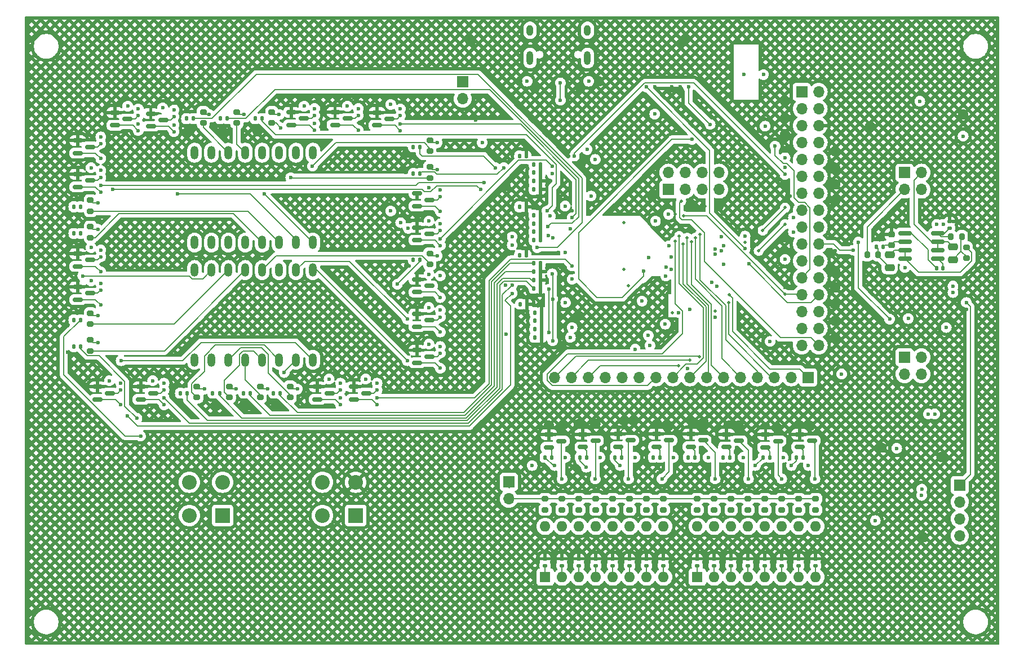
<source format=gbr>
%TF.GenerationSoftware,KiCad,Pcbnew,8.0.5*%
%TF.CreationDate,2024-11-20T12:06:12-07:00*%
%TF.ProjectId,CMPE2750,434d5045-3237-4353-902e-6b696361645f,rev?*%
%TF.SameCoordinates,Original*%
%TF.FileFunction,Copper,L6,Bot*%
%TF.FilePolarity,Positive*%
%FSLAX46Y46*%
G04 Gerber Fmt 4.6, Leading zero omitted, Abs format (unit mm)*
G04 Created by KiCad (PCBNEW 8.0.5) date 2024-11-20 12:06:12*
%MOMM*%
%LPD*%
G01*
G04 APERTURE LIST*
G04 Aperture macros list*
%AMRoundRect*
0 Rectangle with rounded corners*
0 $1 Rounding radius*
0 $2 $3 $4 $5 $6 $7 $8 $9 X,Y pos of 4 corners*
0 Add a 4 corners polygon primitive as box body*
4,1,4,$2,$3,$4,$5,$6,$7,$8,$9,$2,$3,0*
0 Add four circle primitives for the rounded corners*
1,1,$1+$1,$2,$3*
1,1,$1+$1,$4,$5*
1,1,$1+$1,$6,$7*
1,1,$1+$1,$8,$9*
0 Add four rect primitives between the rounded corners*
20,1,$1+$1,$2,$3,$4,$5,0*
20,1,$1+$1,$4,$5,$6,$7,0*
20,1,$1+$1,$6,$7,$8,$9,0*
20,1,$1+$1,$8,$9,$2,$3,0*%
G04 Aperture macros list end*
%TA.AperFunction,ComponentPad*%
%ADD10R,1.600000X1.600000*%
%TD*%
%TA.AperFunction,ComponentPad*%
%ADD11O,1.600000X1.600000*%
%TD*%
%TA.AperFunction,ComponentPad*%
%ADD12O,1.000000X2.100000*%
%TD*%
%TA.AperFunction,ComponentPad*%
%ADD13O,1.000000X1.600000*%
%TD*%
%TA.AperFunction,ComponentPad*%
%ADD14R,1.700000X1.700000*%
%TD*%
%TA.AperFunction,ComponentPad*%
%ADD15O,1.700000X1.700000*%
%TD*%
%TA.AperFunction,ComponentPad*%
%ADD16O,1.200000X2.000000*%
%TD*%
%TA.AperFunction,ComponentPad*%
%ADD17R,2.209800X2.209800*%
%TD*%
%TA.AperFunction,ComponentPad*%
%ADD18C,2.209800*%
%TD*%
%TA.AperFunction,SMDPad,CuDef*%
%ADD19RoundRect,0.135000X0.135000X0.185000X-0.135000X0.185000X-0.135000X-0.185000X0.135000X-0.185000X0*%
%TD*%
%TA.AperFunction,SMDPad,CuDef*%
%ADD20RoundRect,0.150000X-0.587500X-0.150000X0.587500X-0.150000X0.587500X0.150000X-0.587500X0.150000X0*%
%TD*%
%TA.AperFunction,SMDPad,CuDef*%
%ADD21RoundRect,0.135000X0.185000X-0.135000X0.185000X0.135000X-0.185000X0.135000X-0.185000X-0.135000X0*%
%TD*%
%TA.AperFunction,SMDPad,CuDef*%
%ADD22RoundRect,0.200000X0.275000X-0.200000X0.275000X0.200000X-0.275000X0.200000X-0.275000X-0.200000X0*%
%TD*%
%TA.AperFunction,SMDPad,CuDef*%
%ADD23RoundRect,0.135000X-0.135000X-0.185000X0.135000X-0.185000X0.135000X0.185000X-0.135000X0.185000X0*%
%TD*%
%TA.AperFunction,SMDPad,CuDef*%
%ADD24RoundRect,0.200000X-0.200000X-0.275000X0.200000X-0.275000X0.200000X0.275000X-0.200000X0.275000X0*%
%TD*%
%TA.AperFunction,SMDPad,CuDef*%
%ADD25RoundRect,0.225000X-0.250000X0.225000X-0.250000X-0.225000X0.250000X-0.225000X0.250000X0.225000X0*%
%TD*%
%TA.AperFunction,SMDPad,CuDef*%
%ADD26RoundRect,0.150000X-0.825000X-0.150000X0.825000X-0.150000X0.825000X0.150000X-0.825000X0.150000X0*%
%TD*%
%TA.AperFunction,SMDPad,CuDef*%
%ADD27RoundRect,0.250000X0.475000X-0.250000X0.475000X0.250000X-0.475000X0.250000X-0.475000X-0.250000X0*%
%TD*%
%TA.AperFunction,SMDPad,CuDef*%
%ADD28RoundRect,0.140000X0.140000X0.170000X-0.140000X0.170000X-0.140000X-0.170000X0.140000X-0.170000X0*%
%TD*%
%TA.AperFunction,SMDPad,CuDef*%
%ADD29RoundRect,0.200000X0.200000X0.275000X-0.200000X0.275000X-0.200000X-0.275000X0.200000X-0.275000X0*%
%TD*%
%TA.AperFunction,SMDPad,CuDef*%
%ADD30RoundRect,0.140000X-0.170000X0.140000X-0.170000X-0.140000X0.170000X-0.140000X0.170000X0.140000X0*%
%TD*%
%TA.AperFunction,SMDPad,CuDef*%
%ADD31RoundRect,0.200000X-0.275000X0.200000X-0.275000X-0.200000X0.275000X-0.200000X0.275000X0.200000X0*%
%TD*%
%TA.AperFunction,ViaPad*%
%ADD32C,0.600000*%
%TD*%
%TA.AperFunction,ViaPad*%
%ADD33C,0.500000*%
%TD*%
%TA.AperFunction,Conductor*%
%ADD34C,0.200000*%
%TD*%
G04 APERTURE END LIST*
D10*
%TO.P,SW2,1*%
%TO.N,/b16*%
X132460000Y-130760000D03*
D11*
%TO.P,SW2,2*%
%TO.N,/b15*%
X135000000Y-130760000D03*
%TO.P,SW2,3*%
%TO.N,/b14*%
X137540000Y-130760000D03*
%TO.P,SW2,4*%
%TO.N,/b13*%
X140080000Y-130760000D03*
%TO.P,SW2,5*%
%TO.N,/b12*%
X142620000Y-130760000D03*
%TO.P,SW2,6*%
%TO.N,/b11*%
X145160000Y-130760000D03*
%TO.P,SW2,7*%
%TO.N,/b10*%
X147700000Y-130760000D03*
%TO.P,SW2,8*%
%TO.N,/b9*%
X150240000Y-130760000D03*
%TO.P,SW2,9*%
%TO.N,VDD*%
X150240000Y-123140000D03*
%TO.P,SW2,10*%
X147700000Y-123140000D03*
%TO.P,SW2,11*%
X145160000Y-123140000D03*
%TO.P,SW2,12*%
X142620000Y-123140000D03*
%TO.P,SW2,13*%
X140080000Y-123140000D03*
%TO.P,SW2,14*%
X137540000Y-123140000D03*
%TO.P,SW2,15*%
X135000000Y-123140000D03*
%TO.P,SW2,16*%
X132460000Y-123140000D03*
%TD*%
D12*
%TO.P,J6,S1,SHIELD*%
%TO.N,Net-(J6-SHIELD)*%
X138820000Y-52780000D03*
D13*
X138820000Y-48600000D03*
D12*
X130180000Y-52780000D03*
D13*
X130180000Y-48600000D03*
%TD*%
D14*
%TO.P,J8,1,Pin_1*%
%TO.N,/filters and amps/V_{DAC}*%
X186460000Y-70000000D03*
D15*
%TO.P,J8,2,Pin_2*%
%TO.N,/filters and amps/Ooutput_2b*%
X189000000Y-70000000D03*
%TO.P,J8,3,Pin_3*%
%TO.N,/filters and amps/out_filt_input*%
X186460000Y-72540000D03*
%TO.P,J8,4,Pin_4*%
%TO.N,/filters and amps/out_conditioning*%
X189000000Y-72540000D03*
%TD*%
D16*
%TO.P,U10,1*%
%TO.N,/Display/t1*%
X79800000Y-80500000D03*
%TO.P,U10,2*%
%TO.N,/Display/t2*%
X82340000Y-80500000D03*
%TO.P,U10,3*%
%TO.N,/Display/t3*%
X84880000Y-80500000D03*
%TO.P,U10,4*%
%TO.N,/Display/t4*%
X87420000Y-80500000D03*
%TO.P,U10,5*%
%TO.N,/Display/t5*%
X89960000Y-80500000D03*
%TO.P,U10,6*%
%TO.N,/Display/t6*%
X92500000Y-80500000D03*
%TO.P,U10,7*%
%TO.N,/Display/t7*%
X95040000Y-80500000D03*
%TO.P,U10,8*%
%TO.N,/Display/t8*%
X97580000Y-80500000D03*
%TO.P,U10,9*%
%TO.N,/Display/t9*%
X97580000Y-67000000D03*
%TO.P,U10,10*%
%TO.N,/Display/t10*%
X95040000Y-67000000D03*
%TO.P,U10,11*%
%TO.N,/Display/t11*%
X92500000Y-67000000D03*
%TO.P,U10,12*%
%TO.N,/Display/t12*%
X89960000Y-67000000D03*
%TO.P,U10,13*%
%TO.N,/Display/t13*%
X87420000Y-67000000D03*
%TO.P,U10,14*%
%TO.N,/Display/t14*%
X84880000Y-67000000D03*
%TO.P,U10,15*%
%TO.N,/Display/t15*%
X82340000Y-67000000D03*
%TO.P,U10,16*%
%TO.N,/Display/t16*%
X79800000Y-67000000D03*
%TD*%
D14*
%TO.P,J3,1,Pin_1*%
%TO.N,/ADC*%
X171000000Y-57850000D03*
D15*
%TO.P,J3,2,Pin_2*%
%TO.N,VBUS*%
X173540000Y-57850000D03*
%TO.P,J3,3,Pin_3*%
%TO.N,/PC1*%
X171000000Y-60390000D03*
%TO.P,J3,4,Pin_4*%
%TO.N,VDD*%
X173540000Y-60390000D03*
%TO.P,J3,5,Pin_5*%
%TO.N,/PC2*%
X171000000Y-62930000D03*
%TO.P,J3,6,Pin_6*%
%TO.N,GND*%
X173540000Y-62930000D03*
%TO.P,J3,7,Pin_7*%
%TO.N,/PC3*%
X171000000Y-65470000D03*
%TO.P,J3,8,Pin_8*%
%TO.N,-5V*%
X173540000Y-65470000D03*
%TO.P,J3,9,Pin_9*%
%TO.N,/~{SRCLR}*%
X171000000Y-68010000D03*
%TO.P,J3,10,Pin_10*%
%TO.N,/PA0*%
X173540000Y-68010000D03*
%TO.P,J3,11,Pin_11*%
%TO.N,/~{RCL}*%
X171000000Y-70550000D03*
%TO.P,J3,12,Pin_12*%
%TO.N,/PA1*%
X173540000Y-70550000D03*
%TO.P,J3,13,Pin_13*%
%TO.N,/PC6*%
X171000000Y-73090000D03*
%TO.P,J3,14,Pin_14*%
%TO.N,/PA2*%
X173540000Y-73090000D03*
%TO.P,J3,15,Pin_15*%
%TO.N,/PC7*%
X171000000Y-75630000D03*
%TO.P,J3,16,Pin_16*%
%TO.N,/PA3*%
X173540000Y-75630000D03*
%TO.P,J3,17,Pin_17*%
%TO.N,/PC8*%
X171000000Y-78170000D03*
%TO.P,J3,18,Pin_18*%
%TO.N,/DAC*%
X173540000Y-78170000D03*
%TO.P,J3,19,Pin_19*%
%TO.N,/PC9*%
X171000000Y-80710000D03*
%TO.P,J3,20,Pin_20*%
%TO.N,/1.25V*%
X173540000Y-80710000D03*
%TO.P,J3,21,Pin_21*%
%TO.N,/PC13*%
X171000000Y-83250000D03*
%TO.P,J3,22,Pin_22*%
%TO.N,/PA6*%
X173540000Y-83250000D03*
%TO.P,J3,23,Pin_23*%
%TO.N,/NRST*%
X171000000Y-85790000D03*
%TO.P,J3,24,Pin_24*%
%TO.N,/PA7*%
X173540000Y-85790000D03*
%TO.P,J3,25,Pin_25*%
%TO.N,/BOOT0*%
X171000000Y-88330000D03*
%TO.P,J3,26,Pin_26*%
%TO.N,/PA8*%
X173540000Y-88330000D03*
%TO.P,J3,27,Pin_27*%
%TO.N,unconnected-(J3-Pin_27-Pad27)*%
X171000000Y-90870000D03*
%TO.P,J3,28,Pin_28*%
%TO.N,/PH0*%
X173540000Y-90870000D03*
%TO.P,J3,29,Pin_29*%
%TO.N,unconnected-(J3-Pin_29-Pad29)*%
X171000000Y-93410000D03*
%TO.P,J3,30,Pin_30*%
%TO.N,/PH1*%
X173540000Y-93410000D03*
%TO.P,J3,31,Pin_31*%
%TO.N,VDDA*%
X171000000Y-95950000D03*
%TO.P,J3,32,Pin_32*%
%TO.N,/PD2*%
X173540000Y-95950000D03*
%TD*%
D10*
%TO.P,SW3,1*%
%TO.N,/b8*%
X155320000Y-130760000D03*
D11*
%TO.P,SW3,2*%
%TO.N,/b7*%
X157860000Y-130760000D03*
%TO.P,SW3,3*%
%TO.N,/b6*%
X160400000Y-130760000D03*
%TO.P,SW3,4*%
%TO.N,/b5*%
X162940000Y-130760000D03*
%TO.P,SW3,5*%
%TO.N,/b4*%
X165480000Y-130760000D03*
%TO.P,SW3,6*%
%TO.N,/b3*%
X168020000Y-130760000D03*
%TO.P,SW3,7*%
%TO.N,/b2*%
X170560000Y-130760000D03*
%TO.P,SW3,8*%
%TO.N,/b1*%
X173100000Y-130760000D03*
%TO.P,SW3,9*%
%TO.N,VDD*%
X173100000Y-123140000D03*
%TO.P,SW3,10*%
X170560000Y-123140000D03*
%TO.P,SW3,11*%
X168020000Y-123140000D03*
%TO.P,SW3,12*%
X165480000Y-123140000D03*
%TO.P,SW3,13*%
X162940000Y-123140000D03*
%TO.P,SW3,14*%
X160400000Y-123140000D03*
%TO.P,SW3,15*%
X157860000Y-123140000D03*
%TO.P,SW3,16*%
X155320000Y-123140000D03*
%TD*%
D14*
%TO.P,J2,1,Pin_1*%
%TO.N,/SER{slash}MOSI*%
X150960000Y-72540000D03*
D15*
%TO.P,J2,2,Pin_2*%
%TO.N,/Display/SER*%
X150960000Y-70000000D03*
%TO.P,J2,3,Pin_3*%
%TO.N,/SO{slash}MISO*%
X153500000Y-72540000D03*
%TO.P,J2,4,Pin_4*%
%TO.N,/Display/SO*%
X153500000Y-70000000D03*
%TO.P,J2,5,Pin_5*%
%TO.N,/SRCLK{slash}CLK*%
X156040000Y-72540000D03*
%TO.P,J2,6,Pin_6*%
%TO.N,/Display/SRCLK*%
X156040000Y-70000000D03*
%TO.P,J2,7,Pin_7*%
%TO.N,/RCLK{slash}CS*%
X158580000Y-72540000D03*
%TO.P,J2,8,Pin_8*%
%TO.N,/Display/RCLK*%
X158580000Y-70000000D03*
%TD*%
D14*
%TO.P,J9,1,Pin_1*%
%TO.N,VBUS*%
X120080000Y-56345000D03*
D15*
%TO.P,J9,2,Pin_2*%
%TO.N,/Display/V_{DISP}*%
X120080000Y-58885000D03*
%TD*%
D14*
%TO.P,J5,1,Pin_1*%
%TO.N,OUT*%
X194750000Y-116920000D03*
D15*
%TO.P,J5,2,Pin_2*%
%TO.N,Net-(J5-Pin_2)*%
X194750000Y-119460000D03*
%TO.P,J5,3,Pin_3*%
%TO.N,Net-(J5-Pin_3)*%
X194750000Y-122000000D03*
%TO.P,J5,4,Pin_4*%
%TO.N,Net-(J5-Pin_4)*%
X194750000Y-124540000D03*
%TD*%
D14*
%TO.P,J4,1,Pin_1*%
%TO.N,/b1*%
X171980000Y-100750000D03*
D15*
%TO.P,J4,2,Pin_2*%
%TO.N,/b2*%
X169440000Y-100750000D03*
%TO.P,J4,3,Pin_3*%
%TO.N,/b3*%
X166900000Y-100750000D03*
%TO.P,J4,4,Pin_4*%
%TO.N,/b4*%
X164360000Y-100750000D03*
%TO.P,J4,5,Pin_5*%
%TO.N,/b5*%
X161820000Y-100750000D03*
%TO.P,J4,6,Pin_6*%
%TO.N,/b6*%
X159280000Y-100750000D03*
%TO.P,J4,7,Pin_7*%
%TO.N,/b7*%
X156740000Y-100750000D03*
%TO.P,J4,8,Pin_8*%
%TO.N,/b8*%
X154200000Y-100750000D03*
%TO.P,J4,9,Pin_9*%
%TO.N,/b9*%
X151660000Y-100750000D03*
%TO.P,J4,10,Pin_10*%
%TO.N,/b10*%
X149120000Y-100750000D03*
%TO.P,J4,11,Pin_11*%
%TO.N,/b11*%
X146580000Y-100750000D03*
%TO.P,J4,12,Pin_12*%
%TO.N,/b12*%
X144040000Y-100750000D03*
%TO.P,J4,13,Pin_13*%
%TO.N,/b13*%
X141500000Y-100750000D03*
%TO.P,J4,14,Pin_14*%
%TO.N,/b14*%
X138960000Y-100750000D03*
%TO.P,J4,15,Pin_15*%
%TO.N,/b15*%
X136420000Y-100750000D03*
%TO.P,J4,16,Pin_16*%
%TO.N,/b16*%
X133880000Y-100750000D03*
%TD*%
D17*
%TO.P,SW4,1,1*%
%TO.N,/PH0*%
X84000000Y-121500000D03*
D18*
%TO.P,SW4,2,2*%
%TO.N,VDD*%
X84000000Y-116500000D03*
%TO.P,SW4,3,3*%
%TO.N,Net-(C32-Pad2)*%
X79000000Y-116500000D03*
%TO.P,SW4,4,4*%
%TO.N,Net-(C32-Pad1)*%
X79000000Y-121500000D03*
%TD*%
D14*
%TO.P,J7,1,Pin_1*%
%TO.N,/filters and amps/conditioned_input*%
X186460000Y-97725000D03*
D15*
%TO.P,J7,2,Pin_2*%
%TO.N,/filters and amps/Output_2a*%
X189000000Y-97725000D03*
%TO.P,J7,3,Pin_3*%
%TO.N,/filters and amps/in_filter_input*%
X186460000Y-100265000D03*
%TO.P,J7,4,Pin_4*%
%TO.N,/ADC*%
X189000000Y-100265000D03*
%TD*%
D14*
%TO.P,J10,1,Pin_1*%
%TO.N,VBUS*%
X127000000Y-116460000D03*
D15*
%TO.P,J10,2,Pin_2*%
%TO.N,/switches/switch_leds/sl_power*%
X127000000Y-119000000D03*
%TD*%
D17*
%TO.P,SW1,1,1*%
%TO.N,/NRST*%
X104000000Y-121500000D03*
D18*
%TO.P,SW1,2,2*%
%TO.N,GND*%
X104000000Y-116500000D03*
%TO.P,SW1,3,3*%
%TO.N,Net-(C8-Pad2)*%
X99000000Y-116500000D03*
%TO.P,SW1,4,4*%
%TO.N,Net-(C8-Pad1)*%
X99000000Y-121500000D03*
%TD*%
D16*
%TO.P,U11,1*%
%TO.N,/Display/b1*%
X79800000Y-98120000D03*
%TO.P,U11,2*%
%TO.N,/Display/b2*%
X82340000Y-98120000D03*
%TO.P,U11,3*%
%TO.N,/Display/b3*%
X84880000Y-98120000D03*
%TO.P,U11,4*%
%TO.N,/Display/b4*%
X87420000Y-98120000D03*
%TO.P,U11,5*%
%TO.N,/Display/b5*%
X89960000Y-98120000D03*
%TO.P,U11,6*%
%TO.N,/Display/b6*%
X92500000Y-98120000D03*
%TO.P,U11,7*%
%TO.N,/Display/b7*%
X95040000Y-98120000D03*
%TO.P,U11,8*%
%TO.N,/Display/b8*%
X97580000Y-98120000D03*
%TO.P,U11,9*%
%TO.N,/Display/b9*%
X97580000Y-84620000D03*
%TO.P,U11,10*%
%TO.N,/Display/b10*%
X95040000Y-84620000D03*
%TO.P,U11,11*%
%TO.N,/Display/b11*%
X92500000Y-84620000D03*
%TO.P,U11,12*%
%TO.N,/Display/b12*%
X89960000Y-84620000D03*
%TO.P,U11,13*%
%TO.N,/Display/b13*%
X87420000Y-84620000D03*
%TO.P,U11,14*%
%TO.N,/Display/b14*%
X84880000Y-84620000D03*
%TO.P,U11,15*%
%TO.N,/Display/b15*%
X82340000Y-84620000D03*
%TO.P,U11,16*%
%TO.N,/Display/b16*%
X79800000Y-84620000D03*
%TD*%
D19*
%TO.P,R61,1*%
%TO.N,GND*%
X131760000Y-76375000D03*
%TO.P,R61,2*%
%TO.N,/Display/p11*%
X130740000Y-76375000D03*
%TD*%
%TO.P,R142,1*%
%TO.N,GND*%
X131760000Y-86125000D03*
%TO.P,R142,2*%
%TO.N,/Display/p21*%
X130740000Y-86125000D03*
%TD*%
D20*
%TO.P,Q15,1,G*%
%TO.N,Net-(Q15-G)*%
X94330000Y-62820000D03*
%TO.P,Q15,2,S*%
%TO.N,GND*%
X94330000Y-60920000D03*
%TO.P,Q15,3,D*%
%TO.N,Net-(Q15-D)*%
X96205000Y-61870000D03*
%TD*%
%TO.P,Q29,1,G*%
%TO.N,Net-(Q29-G)*%
X103705000Y-104070000D03*
%TO.P,Q29,2,S*%
%TO.N,GND*%
X103705000Y-102170000D03*
%TO.P,Q29,3,D*%
%TO.N,Net-(Q20-G)*%
X105580000Y-103120000D03*
%TD*%
D19*
%TO.P,R138,1*%
%TO.N,GND*%
X131897500Y-93500000D03*
%TO.P,R138,2*%
%TO.N,/Display/p29*%
X130877500Y-93500000D03*
%TD*%
D21*
%TO.P,R149,1*%
%TO.N,/b5*%
X162920000Y-129020000D03*
%TO.P,R149,2*%
%TO.N,GND*%
X162920000Y-128000000D03*
%TD*%
D19*
%TO.P,R115,1*%
%TO.N,GND*%
X131760000Y-77625000D03*
%TO.P,R115,2*%
%TO.N,/Display/p12*%
X130740000Y-77625000D03*
%TD*%
D22*
%TO.P,R183,1*%
%TO.N,Net-(D15-A)*%
X165470000Y-120650000D03*
%TO.P,R183,2*%
%TO.N,/switches/switch_leds/sl_power*%
X165470000Y-119000000D03*
%TD*%
D19*
%TO.P,R129,1*%
%TO.N,/Display/p28*%
X113662500Y-83120000D03*
%TO.P,R129,2*%
%TO.N,Net-(Q44-G)*%
X112642500Y-83120000D03*
%TD*%
%TO.P,R132,1*%
%TO.N,/Display/p20*%
X88162500Y-103120000D03*
%TO.P,R132,2*%
%TO.N,Net-(Q47-G)*%
X87142500Y-103120000D03*
%TD*%
%TO.P,R120,1*%
%TO.N,GND*%
X131760000Y-72500000D03*
%TO.P,R120,2*%
%TO.N,/Display/p6*%
X130740000Y-72500000D03*
%TD*%
D23*
%TO.P,R164,1*%
%TO.N,/b15*%
X132430000Y-112760000D03*
%TO.P,R164,2*%
%TO.N,Net-(Q52-G)*%
X133450000Y-112760000D03*
%TD*%
D19*
%TO.P,R121,1*%
%TO.N,GND*%
X131760000Y-71250000D03*
%TO.P,R121,2*%
%TO.N,/Display/p5*%
X130740000Y-71250000D03*
%TD*%
%TO.P,R108,1*%
%TO.N,/Display/p12*%
X89912500Y-61870000D03*
%TO.P,R108,2*%
%TO.N,Net-(Q37-G)*%
X88892500Y-61870000D03*
%TD*%
D22*
%TO.P,R107,1*%
%TO.N,/Display/t5*%
X64142500Y-79770000D03*
%TO.P,R107,2*%
%TO.N,Net-(Q43-D)*%
X64142500Y-78120000D03*
%TD*%
D20*
%TO.P,Q56,1,G*%
%TO.N,Net-(Q56-G)*%
X143450000Y-111160000D03*
%TO.P,Q56,2,S*%
%TO.N,GND*%
X143450000Y-109260000D03*
%TO.P,Q56,3,D*%
%TO.N,Net-(D8-K)*%
X145325000Y-110210000D03*
%TD*%
D22*
%TO.P,R170,1*%
%TO.N,Net-(D10-A)*%
X142610000Y-120650000D03*
%TO.P,R170,2*%
%TO.N,/switches/switch_leds/sl_power*%
X142610000Y-119000000D03*
%TD*%
%TO.P,R101,1*%
%TO.N,/Display/t12*%
X91392500Y-62520000D03*
%TO.P,R101,2*%
%TO.N,Net-(Q37-D)*%
X91392500Y-60870000D03*
%TD*%
D21*
%TO.P,R148,1*%
%TO.N,/b6*%
X160380000Y-129020000D03*
%TO.P,R148,2*%
%TO.N,GND*%
X160380000Y-128000000D03*
%TD*%
D22*
%TO.P,R184,1*%
%TO.N,Net-(D16-A)*%
X168010000Y-120650000D03*
%TO.P,R184,2*%
%TO.N,/switches/switch_leds/sl_power*%
X168010000Y-119000000D03*
%TD*%
D23*
%TO.P,R166,1*%
%TO.N,/b13*%
X137690000Y-112760000D03*
%TO.P,R166,2*%
%TO.N,Net-(Q54-G)*%
X138710000Y-112760000D03*
%TD*%
D22*
%TO.P,R105,1*%
%TO.N,/Display/t3*%
X115142500Y-70770000D03*
%TO.P,R105,2*%
%TO.N,Net-(Q41-D)*%
X115142500Y-69120000D03*
%TD*%
%TO.P,R124,1*%
%TO.N,/Display/b6*%
X80142500Y-103770000D03*
%TO.P,R124,2*%
%TO.N,Net-(Q49-D)*%
X80142500Y-102120000D03*
%TD*%
D23*
%TO.P,R181,1*%
%TO.N,/b5*%
X159190000Y-112760000D03*
%TO.P,R181,2*%
%TO.N,Net-(Q61-G)*%
X160210000Y-112760000D03*
%TD*%
D20*
%TO.P,Q28,1,G*%
%TO.N,Net-(Q28-G)*%
X62205000Y-84070000D03*
%TO.P,Q28,2,S*%
%TO.N,GND*%
X62205000Y-82170000D03*
%TO.P,Q28,3,D*%
%TO.N,Net-(Q19-G)*%
X64080000Y-83120000D03*
%TD*%
D22*
%TO.P,R123,1*%
%TO.N,/Display/b3*%
X94142500Y-103770000D03*
%TO.P,R123,2*%
%TO.N,Net-(Q48-D)*%
X94142500Y-102120000D03*
%TD*%
D20*
%TO.P,Q17,1,G*%
%TO.N,Net-(Q17-G)*%
X62205000Y-67070000D03*
%TO.P,Q17,2,S*%
%TO.N,GND*%
X62205000Y-65170000D03*
%TO.P,Q17,3,D*%
%TO.N,Net-(Q17-D)*%
X64080000Y-66120000D03*
%TD*%
D21*
%TO.P,R156,1*%
%TO.N,/b10*%
X147680000Y-129020000D03*
%TO.P,R156,2*%
%TO.N,GND*%
X147680000Y-128000000D03*
%TD*%
D19*
%TO.P,R118,1*%
%TO.N,GND*%
X131760000Y-70000000D03*
%TO.P,R118,2*%
%TO.N,/Display/p4*%
X130740000Y-70000000D03*
%TD*%
D21*
%TO.P,R152,1*%
%TO.N,/b12*%
X142600000Y-129020000D03*
%TO.P,R152,2*%
%TO.N,GND*%
X142600000Y-128000000D03*
%TD*%
D22*
%TO.P,R177,1*%
%TO.N,Net-(D13-A)*%
X162930000Y-120650000D03*
%TO.P,R177,2*%
%TO.N,/switches/switch_leds/sl_power*%
X162930000Y-119000000D03*
%TD*%
D19*
%TO.P,R130,1*%
%TO.N,/Display/p30*%
X62662500Y-92120000D03*
%TO.P,R130,2*%
%TO.N,Net-(Q45-G)*%
X61642500Y-92120000D03*
%TD*%
D22*
%TO.P,R178,1*%
%TO.N,Net-(D14-A)*%
X155310000Y-120650000D03*
%TO.P,R178,2*%
%TO.N,/switches/switch_leds/sl_power*%
X155310000Y-119000000D03*
%TD*%
D20*
%TO.P,Q10,1,G*%
%TO.N,Net-(Q10-G)*%
X67830000Y-62870000D03*
%TO.P,Q10,2,S*%
%TO.N,GND*%
X67830000Y-60970000D03*
%TO.P,Q10,3,D*%
%TO.N,Net-(Q1-G)*%
X69705000Y-61920000D03*
%TD*%
%TO.P,Q35,1,G*%
%TO.N,Net-(Q35-G)*%
X65205000Y-104070000D03*
%TO.P,Q35,2,S*%
%TO.N,GND*%
X65205000Y-102170000D03*
%TO.P,Q35,3,D*%
%TO.N,Net-(Q26-G)*%
X67080000Y-103120000D03*
%TD*%
D22*
%TO.P,R106,1*%
%TO.N,/Display/t6*%
X64142500Y-75770000D03*
%TO.P,R106,2*%
%TO.N,Net-(Q42-D)*%
X64142500Y-74120000D03*
%TD*%
%TO.P,R126,1*%
%TO.N,/Display/b4*%
X89642500Y-103770000D03*
%TO.P,R126,2*%
%TO.N,Net-(Q47-D)*%
X89642500Y-102120000D03*
%TD*%
%TO.P,R162,1*%
%TO.N,Net-(D6-A)*%
X140070000Y-120650000D03*
%TO.P,R162,2*%
%TO.N,/switches/switch_leds/sl_power*%
X140070000Y-119000000D03*
%TD*%
D24*
%TO.P,R40,1*%
%TO.N,/filters and amps/Non-inverting_input_2b*%
X193400000Y-79595000D03*
%TO.P,R40,2*%
%TO.N,Net-(C17-Pad1)*%
X195050000Y-79595000D03*
%TD*%
D21*
%TO.P,R157,1*%
%TO.N,/b9*%
X150220000Y-129020000D03*
%TO.P,R157,2*%
%TO.N,GND*%
X150220000Y-128000000D03*
%TD*%
D20*
%TO.P,Q13,1,G*%
%TO.N,Net-(Q13-G)*%
X113205000Y-75020000D03*
%TO.P,Q13,2,S*%
%TO.N,GND*%
X113205000Y-73120000D03*
%TO.P,Q13,3,D*%
%TO.N,Net-(Q13-D)*%
X115080000Y-74070000D03*
%TD*%
D25*
%TO.P,C21,1*%
%TO.N,GND*%
X184475000Y-79295000D03*
%TO.P,C21,2*%
%TO.N,/filters and amps/Non-inverting_input_1b*%
X184475000Y-80845000D03*
%TD*%
D22*
%TO.P,R160,1*%
%TO.N,Net-(D4-A)*%
X134990000Y-120650000D03*
%TO.P,R160,2*%
%TO.N,/switches/switch_leds/sl_power*%
X134990000Y-119000000D03*
%TD*%
%TO.P,R185,1*%
%TO.N,Net-(D17-A)*%
X170550000Y-120650000D03*
%TO.P,R185,2*%
%TO.N,/switches/switch_leds/sl_power*%
X170550000Y-119000000D03*
%TD*%
D19*
%TO.P,R88,1*%
%TO.N,GND*%
X131897500Y-91000000D03*
%TO.P,R88,2*%
%TO.N,/Display/p27*%
X130877500Y-91000000D03*
%TD*%
%TO.P,R133,1*%
%TO.N,/Display/p19*%
X92662500Y-103120000D03*
%TO.P,R133,2*%
%TO.N,Net-(Q48-G)*%
X91642500Y-103120000D03*
%TD*%
D26*
%TO.P,U14,1,Output_1*%
%TO.N,/filters and amps/Output_1b*%
X186525000Y-82905000D03*
%TO.P,U14,2,Inverting_input_1*%
X186525000Y-81635000D03*
%TO.P,U14,3,Non-inverting_input_1*%
%TO.N,/filters and amps/Non-inverting_input_1b*%
X186525000Y-80365000D03*
%TO.P,U14,4,VCC-*%
%TO.N,-5V*%
X186525000Y-79095000D03*
%TO.P,U14,5,Non-inverting_input_2*%
%TO.N,/filters and amps/Non-inverting_input_2b*%
X191475000Y-79095000D03*
%TO.P,U14,6,Inverting_input_2*%
%TO.N,/filters and amps/Ooutput_2b*%
X191475000Y-80365000D03*
%TO.P,U14,7*%
X191475000Y-81635000D03*
%TO.P,U14,8,VCC+*%
%TO.N,VBUS*%
X191475000Y-82905000D03*
%TD*%
D22*
%TO.P,R128,1*%
%TO.N,/Display/b13*%
X64142500Y-96770000D03*
%TO.P,R128,2*%
%TO.N,Net-(Q46-D)*%
X64142500Y-95120000D03*
%TD*%
D20*
%TO.P,Q57,1,G*%
%TO.N,Net-(Q57-G)*%
X149200000Y-111160000D03*
%TO.P,Q57,2,S*%
%TO.N,GND*%
X149200000Y-109260000D03*
%TO.P,Q57,3,D*%
%TO.N,Net-(D9-K)*%
X151075000Y-110210000D03*
%TD*%
D22*
%TO.P,R102,1*%
%TO.N,/Display/t14*%
X81080000Y-62520000D03*
%TO.P,R102,2*%
%TO.N,Net-(Q38-D)*%
X81080000Y-60870000D03*
%TD*%
D19*
%TO.P,R119,1*%
%TO.N,GND*%
X131760000Y-68750000D03*
%TO.P,R119,2*%
%TO.N,/Display/p3*%
X130740000Y-68750000D03*
%TD*%
%TO.P,R110,1*%
%TO.N,/Display/p13*%
X84662500Y-61870000D03*
%TO.P,R110,2*%
%TO.N,Net-(Q39-G)*%
X83642500Y-61870000D03*
%TD*%
%TO.P,R111,1*%
%TO.N,/Display/p4*%
X113662500Y-66120000D03*
%TO.P,R111,2*%
%TO.N,Net-(Q40-G)*%
X112642500Y-66120000D03*
%TD*%
%TO.P,R114,1*%
%TO.N,/Display/p5*%
X62662500Y-79120000D03*
%TO.P,R114,2*%
%TO.N,Net-(Q43-G)*%
X61642500Y-79120000D03*
%TD*%
D23*
%TO.P,R190,1*%
%TO.N,/b1*%
X170190000Y-112760000D03*
%TO.P,R190,2*%
%TO.N,Net-(Q66-G)*%
X171210000Y-112760000D03*
%TD*%
%TO.P,R180,1*%
%TO.N,/b7*%
X153940000Y-112760000D03*
%TO.P,R180,2*%
%TO.N,Net-(Q60-G)*%
X154960000Y-112760000D03*
%TD*%
D21*
%TO.P,R150,1*%
%TO.N,/b13*%
X140060000Y-129020000D03*
%TO.P,R150,2*%
%TO.N,GND*%
X140060000Y-128000000D03*
%TD*%
D19*
%TO.P,R62,1*%
%TO.N,GND*%
X129610000Y-75125000D03*
%TO.P,R62,2*%
%TO.N,/Display/p10*%
X128590000Y-75125000D03*
%TD*%
D20*
%TO.P,Q14,1,G*%
%TO.N,Net-(Q14-G)*%
X62205000Y-72120000D03*
%TO.P,Q14,2,S*%
%TO.N,GND*%
X62205000Y-70220000D03*
%TO.P,Q14,3,D*%
%TO.N,Net-(Q14-D)*%
X64080000Y-71170000D03*
%TD*%
D22*
%TO.P,R122,1*%
%TO.N,/Display/b12*%
X115142500Y-83770000D03*
%TO.P,R122,2*%
%TO.N,Net-(Q44-D)*%
X115142500Y-82120000D03*
%TD*%
D20*
%TO.P,Q12,1,G*%
%TO.N,Net-(Q12-G)*%
X73205000Y-63020000D03*
%TO.P,Q12,2,S*%
%TO.N,GND*%
X73205000Y-61120000D03*
%TO.P,Q12,3,D*%
%TO.N,Net-(Q12-D)*%
X75080000Y-62070000D03*
%TD*%
D19*
%TO.P,R139,1*%
%TO.N,GND*%
X131760000Y-84875000D03*
%TO.P,R139,2*%
%TO.N,/Display/p20*%
X130740000Y-84875000D03*
%TD*%
D21*
%TO.P,R146,1*%
%TO.N,/b15*%
X134980000Y-129020000D03*
%TO.P,R146,2*%
%TO.N,GND*%
X134980000Y-128000000D03*
%TD*%
D20*
%TO.P,Q61,1,G*%
%TO.N,Net-(Q61-G)*%
X159700000Y-111210000D03*
%TO.P,Q61,2,S*%
%TO.N,GND*%
X159700000Y-109310000D03*
%TO.P,Q61,3,D*%
%TO.N,Net-(D13-K)*%
X161575000Y-110260000D03*
%TD*%
D19*
%TO.P,R89,1*%
%TO.N,GND*%
X129747500Y-89750000D03*
%TO.P,R89,2*%
%TO.N,/Display/p26*%
X128727500Y-89750000D03*
%TD*%
D22*
%TO.P,R161,1*%
%TO.N,Net-(D5-A)*%
X137530000Y-120650000D03*
%TO.P,R161,2*%
%TO.N,/switches/switch_leds/sl_power*%
X137530000Y-119000000D03*
%TD*%
D21*
%TO.P,R151,1*%
%TO.N,/b4*%
X165460000Y-129020000D03*
%TO.P,R151,2*%
%TO.N,GND*%
X165460000Y-128000000D03*
%TD*%
D23*
%TO.P,R42,1*%
%TO.N,Net-(C16-Pad1)*%
X182215000Y-81095000D03*
%TO.P,R42,2*%
%TO.N,/filters and amps/Non-inverting_input_1b*%
X183235000Y-81095000D03*
%TD*%
D19*
%TO.P,R137,1*%
%TO.N,GND*%
X131897500Y-94750000D03*
%TO.P,R137,2*%
%TO.N,/Display/p30*%
X130877500Y-94750000D03*
%TD*%
%TO.P,R136,1*%
%TO.N,GND*%
X131897500Y-92250000D03*
%TO.P,R136,2*%
%TO.N,/Display/p28*%
X130877500Y-92250000D03*
%TD*%
D23*
%TO.P,R188,1*%
%TO.N,/b3*%
X165190000Y-112760000D03*
%TO.P,R188,2*%
%TO.N,Net-(Q64-G)*%
X166210000Y-112760000D03*
%TD*%
D20*
%TO.P,Q60,1,G*%
%TO.N,Net-(Q60-G)*%
X154325000Y-111160000D03*
%TO.P,Q60,2,S*%
%TO.N,GND*%
X154325000Y-109260000D03*
%TO.P,Q60,3,D*%
%TO.N,Net-(D12-K)*%
X156200000Y-110210000D03*
%TD*%
%TO.P,Q64,1,G*%
%TO.N,Net-(Q64-G)*%
X165575000Y-111260000D03*
%TO.P,Q64,2,S*%
%TO.N,GND*%
X165575000Y-109360000D03*
%TO.P,Q64,3,D*%
%TO.N,Net-(D16-K)*%
X167450000Y-110310000D03*
%TD*%
D19*
%TO.P,R113,1*%
%TO.N,/Display/p6*%
X62662500Y-75120000D03*
%TO.P,R113,2*%
%TO.N,Net-(Q42-G)*%
X61642500Y-75120000D03*
%TD*%
D22*
%TO.P,R175,1*%
%TO.N,Net-(D11-A)*%
X160390000Y-120650000D03*
%TO.P,R175,2*%
%TO.N,/switches/switch_leds/sl_power*%
X160390000Y-119000000D03*
%TD*%
D21*
%TO.P,R153,1*%
%TO.N,/b3*%
X168000000Y-129020000D03*
%TO.P,R153,2*%
%TO.N,GND*%
X168000000Y-128000000D03*
%TD*%
D19*
%TO.P,R134,1*%
%TO.N,/Display/p22*%
X78662500Y-103120000D03*
%TO.P,R134,2*%
%TO.N,Net-(Q49-G)*%
X77642500Y-103120000D03*
%TD*%
D22*
%TO.P,R127,1*%
%TO.N,/Display/b5*%
X85017500Y-103770000D03*
%TO.P,R127,2*%
%TO.N,Net-(Q50-D)*%
X85017500Y-102120000D03*
%TD*%
%TO.P,R103,1*%
%TO.N,/Display/t13*%
X86142500Y-62520000D03*
%TO.P,R103,2*%
%TO.N,Net-(Q39-D)*%
X86142500Y-60870000D03*
%TD*%
D19*
%TO.P,R116,1*%
%TO.N,GND*%
X131760000Y-80125000D03*
%TO.P,R116,2*%
%TO.N,/Display/p14*%
X130740000Y-80125000D03*
%TD*%
D21*
%TO.P,R145,1*%
%TO.N,/b7*%
X157840000Y-129020000D03*
%TO.P,R145,2*%
%TO.N,GND*%
X157840000Y-128000000D03*
%TD*%
D27*
%TO.P,C17,1*%
%TO.N,Net-(C17-Pad1)*%
X193725000Y-83045000D03*
%TO.P,C17,2*%
%TO.N,/filters and amps/Ooutput_2b*%
X193725000Y-81145000D03*
%TD*%
D20*
%TO.P,Q54,1,G*%
%TO.N,Net-(Q54-G)*%
X138137500Y-111210000D03*
%TO.P,Q54,2,S*%
%TO.N,GND*%
X138137500Y-109310000D03*
%TO.P,Q54,3,D*%
%TO.N,Net-(D6-K)*%
X140012500Y-110260000D03*
%TD*%
%TO.P,Q31,1,G*%
%TO.N,Net-(Q31-G)*%
X98205000Y-104070000D03*
%TO.P,Q31,2,S*%
%TO.N,GND*%
X98205000Y-102170000D03*
%TO.P,Q31,3,D*%
%TO.N,Net-(Q22-G)*%
X100080000Y-103120000D03*
%TD*%
D19*
%TO.P,R109,1*%
%TO.N,/Display/p14*%
X79600000Y-61870000D03*
%TO.P,R109,2*%
%TO.N,Net-(Q38-G)*%
X78580000Y-61870000D03*
%TD*%
D28*
%TO.P,C30,1*%
%TO.N,VBUS*%
X192225000Y-84345000D03*
%TO.P,C30,2*%
%TO.N,-5V*%
X191265000Y-84345000D03*
%TD*%
D22*
%TO.P,R168,1*%
%TO.N,Net-(D8-A)*%
X145150000Y-120650000D03*
%TO.P,R168,2*%
%TO.N,/switches/switch_leds/sl_power*%
X145150000Y-119000000D03*
%TD*%
D23*
%TO.P,R173,1*%
%TO.N,/b9*%
X148690000Y-112760000D03*
%TO.P,R173,2*%
%TO.N,Net-(Q57-G)*%
X149710000Y-112760000D03*
%TD*%
D19*
%TO.P,R141,1*%
%TO.N,GND*%
X131760000Y-87375000D03*
%TO.P,R141,2*%
%TO.N,/Display/p22*%
X130740000Y-87375000D03*
%TD*%
D29*
%TO.P,R41,1*%
%TO.N,Net-(C16-Pad1)*%
X182475000Y-82345000D03*
%TO.P,R41,2*%
%TO.N,/filters and amps/out_filt_input*%
X180825000Y-82345000D03*
%TD*%
D22*
%TO.P,R125,1*%
%TO.N,/Display/b14*%
X64142500Y-92770000D03*
%TO.P,R125,2*%
%TO.N,Net-(Q45-D)*%
X64142500Y-91120000D03*
%TD*%
D21*
%TO.P,R155,1*%
%TO.N,/b2*%
X170540000Y-129020000D03*
%TO.P,R155,2*%
%TO.N,GND*%
X170540000Y-128000000D03*
%TD*%
D27*
%TO.P,C16,1*%
%TO.N,Net-(C16-Pad1)*%
X184225000Y-84245000D03*
%TO.P,C16,2*%
%TO.N,/filters and amps/Output_1b*%
X184225000Y-82345000D03*
%TD*%
D19*
%TO.P,R86,1*%
%TO.N,GND*%
X129610000Y-82375000D03*
%TO.P,R86,2*%
%TO.N,/Display/p18*%
X128590000Y-82375000D03*
%TD*%
D20*
%TO.P,Q36,1,G*%
%TO.N,Net-(Q36-G)*%
X113205000Y-98570000D03*
%TO.P,Q36,2,S*%
%TO.N,GND*%
X113205000Y-96670000D03*
%TO.P,Q36,3,D*%
%TO.N,Net-(Q27-G)*%
X115080000Y-97620000D03*
%TD*%
D21*
%TO.P,R143,1*%
%TO.N,/b8*%
X155300000Y-129020000D03*
%TO.P,R143,2*%
%TO.N,GND*%
X155300000Y-128000000D03*
%TD*%
D20*
%TO.P,Q11,1,G*%
%TO.N,Net-(Q11-G)*%
X113205000Y-80120000D03*
%TO.P,Q11,2,S*%
%TO.N,GND*%
X113205000Y-78220000D03*
%TO.P,Q11,3,D*%
%TO.N,Net-(Q11-D)*%
X115080000Y-79170000D03*
%TD*%
%TO.P,Q66,1,G*%
%TO.N,Net-(Q66-G)*%
X170700000Y-111210000D03*
%TO.P,Q66,2,S*%
%TO.N,GND*%
X170700000Y-109310000D03*
%TO.P,Q66,3,D*%
%TO.N,Net-(D18-K)*%
X172575000Y-110260000D03*
%TD*%
%TO.P,Q16,1,G*%
%TO.N,Net-(Q16-G)*%
X100892500Y-62820000D03*
%TO.P,Q16,2,S*%
%TO.N,GND*%
X100892500Y-60920000D03*
%TO.P,Q16,3,D*%
%TO.N,Net-(Q16-D)*%
X102767500Y-61870000D03*
%TD*%
D19*
%TO.P,R135,1*%
%TO.N,/Display/p21*%
X83537500Y-103120000D03*
%TO.P,R135,2*%
%TO.N,Net-(Q50-G)*%
X82517500Y-103120000D03*
%TD*%
D20*
%TO.P,Q18,1,G*%
%TO.N,Net-(Q18-G)*%
X107205000Y-62870000D03*
%TO.P,Q18,2,S*%
%TO.N,GND*%
X107205000Y-60970000D03*
%TO.P,Q18,3,D*%
%TO.N,Net-(Q18-D)*%
X109080000Y-61920000D03*
%TD*%
D19*
%TO.P,R59,1*%
%TO.N,GND*%
X129610000Y-67500000D03*
%TO.P,R59,2*%
%TO.N,/Display/p2*%
X128590000Y-67500000D03*
%TD*%
%TO.P,R112,1*%
%TO.N,/Display/p3*%
X113662500Y-70120000D03*
%TO.P,R112,2*%
%TO.N,Net-(Q41-G)*%
X112642500Y-70120000D03*
%TD*%
D22*
%TO.P,R167,1*%
%TO.N,Net-(D7-A)*%
X147690000Y-120650000D03*
%TO.P,R167,2*%
%TO.N,/switches/switch_leds/sl_power*%
X147690000Y-119000000D03*
%TD*%
D19*
%TO.P,R117,1*%
%TO.N,GND*%
X131760000Y-78875000D03*
%TO.P,R117,2*%
%TO.N,/Display/p13*%
X130740000Y-78875000D03*
%TD*%
D22*
%TO.P,R186,1*%
%TO.N,Net-(D18-A)*%
X173090000Y-120650000D03*
%TO.P,R186,2*%
%TO.N,/switches/switch_leds/sl_power*%
X173090000Y-119000000D03*
%TD*%
%TO.P,R176,1*%
%TO.N,Net-(D12-A)*%
X157850000Y-120650000D03*
%TO.P,R176,2*%
%TO.N,/switches/switch_leds/sl_power*%
X157850000Y-119000000D03*
%TD*%
%TO.P,R159,1*%
%TO.N,Net-(D3-A)*%
X132450000Y-120650000D03*
%TO.P,R159,2*%
%TO.N,/switches/switch_leds/sl_power*%
X132450000Y-119000000D03*
%TD*%
D21*
%TO.P,R147,1*%
%TO.N,/b14*%
X137520000Y-129020000D03*
%TO.P,R147,2*%
%TO.N,GND*%
X137520000Y-128000000D03*
%TD*%
D30*
%TO.P,C20,1*%
%TO.N,GND*%
X193225000Y-77345000D03*
%TO.P,C20,2*%
%TO.N,/filters and amps/Non-inverting_input_2b*%
X193225000Y-78305000D03*
%TD*%
D23*
%TO.P,R172,1*%
%TO.N,/b11*%
X142950000Y-112760000D03*
%TO.P,R172,2*%
%TO.N,Net-(Q56-G)*%
X143970000Y-112760000D03*
%TD*%
D21*
%TO.P,R144,1*%
%TO.N,/b16*%
X132440000Y-129020000D03*
%TO.P,R144,2*%
%TO.N,GND*%
X132440000Y-128000000D03*
%TD*%
D20*
%TO.P,Q30,1,G*%
%TO.N,Net-(Q30-G)*%
X62205000Y-89070000D03*
%TO.P,Q30,2,S*%
%TO.N,GND*%
X62205000Y-87170000D03*
%TO.P,Q30,3,D*%
%TO.N,Net-(Q21-G)*%
X64080000Y-88120000D03*
%TD*%
D21*
%TO.P,R158,1*%
%TO.N,/b1*%
X173080000Y-129020000D03*
%TO.P,R158,2*%
%TO.N,GND*%
X173080000Y-128000000D03*
%TD*%
D20*
%TO.P,Q32,1,G*%
%TO.N,Net-(Q32-G)*%
X71705000Y-104070000D03*
%TO.P,Q32,2,S*%
%TO.N,GND*%
X71705000Y-102170000D03*
%TO.P,Q32,3,D*%
%TO.N,Net-(Q23-G)*%
X73580000Y-103120000D03*
%TD*%
D31*
%TO.P,R39,1*%
%TO.N,/filters and amps/Output_1b*%
X195725000Y-81195000D03*
%TO.P,R39,2*%
%TO.N,Net-(C17-Pad1)*%
X195725000Y-82845000D03*
%TD*%
D20*
%TO.P,Q52,1,G*%
%TO.N,Net-(Q52-G)*%
X133012500Y-111260000D03*
%TO.P,Q52,2,S*%
%TO.N,GND*%
X133012500Y-109360000D03*
%TO.P,Q52,3,D*%
%TO.N,Net-(D4-K)*%
X134887500Y-110310000D03*
%TD*%
D22*
%TO.P,R169,1*%
%TO.N,Net-(D9-A)*%
X150230000Y-120650000D03*
%TO.P,R169,2*%
%TO.N,/switches/switch_leds/sl_power*%
X150230000Y-119000000D03*
%TD*%
D19*
%TO.P,R131,1*%
%TO.N,/Display/p29*%
X62662500Y-96120000D03*
%TO.P,R131,2*%
%TO.N,Net-(Q46-G)*%
X61642500Y-96120000D03*
%TD*%
%TO.P,R140,1*%
%TO.N,GND*%
X131760000Y-83625000D03*
%TO.P,R140,2*%
%TO.N,/Display/p19*%
X130740000Y-83625000D03*
%TD*%
D20*
%TO.P,Q33,1,G*%
%TO.N,Net-(Q33-G)*%
X113205000Y-87945000D03*
%TO.P,Q33,2,S*%
%TO.N,GND*%
X113205000Y-86045000D03*
%TO.P,Q33,3,D*%
%TO.N,Net-(Q24-G)*%
X115080000Y-86995000D03*
%TD*%
%TO.P,Q34,1,G*%
%TO.N,Net-(Q34-G)*%
X113205000Y-93120000D03*
%TO.P,Q34,2,S*%
%TO.N,GND*%
X113205000Y-91220000D03*
%TO.P,Q34,3,D*%
%TO.N,Net-(Q25-G)*%
X115080000Y-92170000D03*
%TD*%
D22*
%TO.P,R104,1*%
%TO.N,/Display/t4*%
X115142500Y-66770000D03*
%TO.P,R104,2*%
%TO.N,Net-(Q40-D)*%
X115142500Y-65120000D03*
%TD*%
D21*
%TO.P,R154,1*%
%TO.N,/b11*%
X145140000Y-129020000D03*
%TO.P,R154,2*%
%TO.N,GND*%
X145140000Y-128000000D03*
%TD*%
D32*
%TO.N,VDD*%
X162500000Y-79520000D03*
X157250000Y-62750000D03*
X149040000Y-77250000D03*
X135500000Y-89500000D03*
X135460000Y-82000000D03*
X140000000Y-68000000D03*
X154006600Y-57124400D03*
X152500000Y-91000000D03*
X130500000Y-114000000D03*
X135460000Y-75000000D03*
X151000000Y-76250000D03*
X158020000Y-91750000D03*
X147000000Y-89287500D03*
X165500000Y-63000000D03*
%TO.N,GND*%
X148926600Y-57124400D03*
X152736600Y-57124400D03*
X157840000Y-128000000D03*
X84000000Y-63750000D03*
X130925000Y-57250000D03*
X176000000Y-87240000D03*
X60750000Y-93000000D03*
X168500000Y-66730000D03*
X176000000Y-84750000D03*
X156250000Y-107500000D03*
X129610000Y-82375000D03*
X147680000Y-128000000D03*
X94330000Y-60920000D03*
X161500000Y-108000000D03*
X172250000Y-108000000D03*
X176000000Y-66750000D03*
X193225000Y-77345000D03*
X135980000Y-67500000D03*
X111500000Y-70000000D03*
X195250000Y-61250000D03*
X137510000Y-91500000D03*
X183000000Y-111300000D03*
X98205000Y-102170000D03*
X168500000Y-71740000D03*
X145750000Y-107250000D03*
X137520000Y-128000000D03*
X150220000Y-128000000D03*
X133000000Y-108000000D03*
D33*
X150000000Y-77250000D03*
D32*
X155300000Y-128000000D03*
X176000000Y-69250000D03*
X162300000Y-55250000D03*
X165500000Y-108250000D03*
D33*
X145000000Y-87000000D03*
D32*
X134540000Y-89500000D03*
X113205000Y-73120000D03*
X168500000Y-61730000D03*
X168500000Y-69230000D03*
X134980000Y-128000000D03*
X137500000Y-107750000D03*
X78250000Y-105000000D03*
X176000000Y-92240000D03*
X113205000Y-96670000D03*
X129610000Y-67500000D03*
X176000000Y-74240000D03*
X128750000Y-56250000D03*
X168500000Y-81990000D03*
X153250000Y-50250000D03*
X140500000Y-56250000D03*
X176000000Y-71740000D03*
X131760000Y-80125000D03*
X129610000Y-75125000D03*
D33*
X162500000Y-80480000D03*
D32*
X195735000Y-90500000D03*
X62205000Y-70220000D03*
D33*
X151960000Y-76250000D03*
D32*
X136500000Y-85010000D03*
X140000000Y-107750000D03*
X168500000Y-59250000D03*
X126490000Y-72000000D03*
X168500000Y-76750000D03*
X170540000Y-128000000D03*
D33*
X151540000Y-91000000D03*
D32*
X168500000Y-79700000D03*
X122055000Y-62120000D03*
X113205000Y-91220000D03*
X73205000Y-61120000D03*
X176000000Y-94740000D03*
X160380000Y-128000000D03*
D33*
X144250000Y-84500000D03*
D32*
X65205000Y-102170000D03*
X154750000Y-107500000D03*
X176000000Y-89740000D03*
X107205000Y-60970000D03*
X113205000Y-86045000D03*
X165460000Y-128000000D03*
X61000000Y-80000000D03*
X184475000Y-79295000D03*
X134500000Y-82000000D03*
X162550000Y-63000000D03*
X127000000Y-82250000D03*
X67830000Y-60970000D03*
X134500000Y-75000000D03*
X168500000Y-64250000D03*
X160000000Y-108000000D03*
X137760000Y-68750000D03*
X131760000Y-87375000D03*
X112000000Y-84000000D03*
D33*
X144250000Y-77500000D03*
X158020000Y-90750000D03*
D32*
X61000000Y-76000000D03*
X140060000Y-128000000D03*
X121250000Y-50250000D03*
X169250000Y-73500000D03*
X167250000Y-108250000D03*
X170750000Y-108000000D03*
X62205000Y-65170000D03*
X176000000Y-81750000D03*
X137750000Y-57250000D03*
X151466600Y-57124400D03*
X113205000Y-78220000D03*
X151000000Y-108000000D03*
X144320000Y-107250000D03*
X100892500Y-60920000D03*
X136500000Y-75740000D03*
X132440000Y-128000000D03*
X103705000Y-102170000D03*
X131760000Y-72500000D03*
X181250000Y-63000000D03*
X89250000Y-63750000D03*
X162920000Y-128000000D03*
X92000000Y-105000000D03*
D33*
X156500000Y-75000000D03*
D32*
X83000000Y-105000000D03*
X129747500Y-89750000D03*
X168500000Y-87230000D03*
X145140000Y-128000000D03*
X149290000Y-107750000D03*
X173080000Y-128000000D03*
X60750000Y-97000000D03*
X126627500Y-94250000D03*
X131897500Y-94750000D03*
X111750000Y-67000000D03*
X189250000Y-124750000D03*
X62205000Y-87170000D03*
X126490000Y-86875000D03*
X87500000Y-105000000D03*
D33*
X158500000Y-75000000D03*
D32*
X79000000Y-63750000D03*
X71705000Y-102170000D03*
D33*
X148500000Y-73510000D03*
X154500000Y-75000000D03*
D32*
X168000000Y-128000000D03*
X62205000Y-82170000D03*
X135000000Y-108000000D03*
X142600000Y-128000000D03*
X126490000Y-79625000D03*
X192000000Y-112710000D03*
%TO.N,VBUS*%
X190980000Y-106250000D03*
X129750000Y-56250000D03*
X192225000Y-84345000D03*
X193725000Y-88000000D03*
X192250000Y-77750000D03*
X165250000Y-55250000D03*
X188750000Y-59250000D03*
X139000000Y-56250000D03*
X189025000Y-118475000D03*
%TO.N,-5V*%
X187000000Y-91905000D03*
X191290000Y-77750000D03*
X186500000Y-84250000D03*
X191265000Y-84345000D03*
X190020000Y-106250000D03*
X193725000Y-87040000D03*
X192715000Y-93250000D03*
X182050000Y-122270000D03*
X189050000Y-117540000D03*
X185275000Y-111405000D03*
X195250000Y-64500000D03*
%TO.N,/Display/V_{DISP}*%
X73500000Y-101250000D03*
X69750000Y-60000000D03*
X96250000Y-60000000D03*
X109250000Y-59750000D03*
X97830000Y-60360000D03*
X116705000Y-96110000D03*
X105500000Y-101000000D03*
X116705000Y-85485000D03*
X110705000Y-60410000D03*
X100000000Y-101000000D03*
X115000000Y-77250000D03*
X115000000Y-72250000D03*
X64250000Y-86250000D03*
X116705000Y-72560000D03*
X75205000Y-101610000D03*
X115000000Y-95750000D03*
X116705000Y-77660000D03*
X67000000Y-101250000D03*
X104392500Y-60360000D03*
X101705000Y-101610000D03*
X115000000Y-85250000D03*
X65705000Y-69660000D03*
X71330000Y-60410000D03*
X115000000Y-90250000D03*
X64250000Y-81250000D03*
X65705000Y-86610000D03*
X65705000Y-64610000D03*
X116705000Y-90660000D03*
X102750000Y-60000000D03*
X65705000Y-81610000D03*
X64250000Y-69250000D03*
X75000000Y-60250000D03*
X76705000Y-60560000D03*
X107205000Y-101610000D03*
X68705000Y-101610000D03*
%TO.N,Net-(D3-A)*%
X132450000Y-120650000D03*
%TO.N,Net-(D4-K)*%
X135000000Y-116000000D03*
%TO.N,Net-(D4-A)*%
X134990000Y-120650000D03*
%TO.N,Net-(D5-A)*%
X137530000Y-120650000D03*
%TO.N,Net-(D6-K)*%
X140000000Y-116000000D03*
%TO.N,Net-(D6-A)*%
X140070000Y-120650000D03*
%TO.N,Net-(D7-A)*%
X147690000Y-120650000D03*
%TO.N,Net-(D8-K)*%
X145000000Y-116000000D03*
%TO.N,Net-(D8-A)*%
X145150000Y-120650000D03*
%TO.N,Net-(D9-A)*%
X150230000Y-120650000D03*
%TO.N,Net-(D9-K)*%
X150000000Y-116000000D03*
%TO.N,Net-(D10-A)*%
X142610000Y-120650000D03*
%TO.N,Net-(D11-A)*%
X160390000Y-120650000D03*
%TO.N,Net-(D12-K)*%
X158000000Y-116000000D03*
%TO.N,Net-(D12-A)*%
X157850000Y-120650000D03*
%TO.N,Net-(D13-A)*%
X162930000Y-120650000D03*
%TO.N,Net-(D13-K)*%
X163000000Y-116000000D03*
%TO.N,Net-(D14-A)*%
X155310000Y-120650000D03*
%TO.N,Net-(D15-A)*%
X165470000Y-120650000D03*
%TO.N,Net-(D16-K)*%
X168000000Y-116000000D03*
%TO.N,Net-(D16-A)*%
X168010000Y-120650000D03*
%TO.N,Net-(D17-A)*%
X170550000Y-120650000D03*
%TO.N,Net-(D18-A)*%
X173090000Y-120650000D03*
%TO.N,Net-(D18-K)*%
X173000000Y-116000000D03*
%TO.N,VDDA*%
X148200000Y-95950000D03*
%TO.N,Net-(J1-Pin_13)*%
X147656600Y-57124400D03*
X162500000Y-81401470D03*
%TO.N,/NRST*%
X153879265Y-99381597D03*
X148000000Y-82750000D03*
X167000000Y-66000000D03*
X148926600Y-61188400D03*
%TO.N,/Display/SO*%
X136250000Y-94750000D03*
%TO.N,/Display/RCLK*%
X136200735Y-78450735D03*
X138750000Y-66515000D03*
X136500000Y-93250000D03*
X136500000Y-86000000D03*
%TO.N,/PC1*%
X154500000Y-65000000D03*
X147250000Y-84750000D03*
%TO.N,/PC2*%
X150653321Y-84212816D03*
%TO.N,/ADC*%
X145972100Y-96515072D03*
%TO.N,/~{RCL}*%
X136828529Y-67500000D03*
X132910999Y-79470545D03*
X133000000Y-94000000D03*
X168500000Y-70250000D03*
X133000000Y-87500000D03*
X133500000Y-70151472D03*
%TO.N,/PC13*%
X168500000Y-83010000D03*
X151016940Y-80983060D03*
%TO.N,/PC3*%
X150580442Y-85523362D03*
D33*
%TO.N,/PC7*%
X168500000Y-75250000D03*
X165150000Y-78678529D03*
%TO.N,/PC8*%
X168500000Y-77750000D03*
X164550000Y-81750000D03*
D32*
%TO.N,/PC9*%
X159250000Y-83750000D03*
%TO.N,/~{SRCLR}*%
X139350000Y-73500000D03*
X133655756Y-79770005D03*
X133510999Y-85190472D03*
X133600000Y-89000000D03*
X168500000Y-67750000D03*
X133600000Y-95250000D03*
X133225000Y-76500000D03*
%TO.N,/b3*%
X164040000Y-114000000D03*
D33*
X160000000Y-89500000D03*
D32*
%TO.N,/b5*%
X159190000Y-112760000D03*
D33*
X155000000Y-79750000D03*
D32*
%TO.N,/b1*%
X169460000Y-114000000D03*
D33*
X160075000Y-88344063D03*
%TO.N,/b6*%
X154400000Y-80376102D03*
D32*
X162210000Y-112760000D03*
D33*
%TO.N,/b4*%
X155750000Y-79250000D03*
D32*
X168210000Y-112760000D03*
%TO.N,/b2*%
X172000000Y-114000000D03*
%TO.N,OUT*%
X195735000Y-89500000D03*
%TO.N,/D-*%
X158892228Y-81715544D03*
X169750000Y-78900000D03*
%TO.N,/D+*%
X169750000Y-76750000D03*
X159250000Y-81000000D03*
X134750000Y-56500000D03*
X134750000Y-59091400D03*
%TO.N,Net-(Q1-G)*%
X71330000Y-61430000D03*
X69705000Y-61920000D03*
%TO.N,/Display/t1*%
X111877739Y-78372261D03*
%TO.N,Net-(Q11-D)*%
X116705000Y-78680000D03*
X115080000Y-79170000D03*
%TO.N,Net-(Q12-D)*%
X75080000Y-62070000D03*
X76705000Y-61580000D03*
%TO.N,/Display/t2*%
X109250000Y-75750000D03*
%TO.N,Net-(Q13-D)*%
X115080000Y-74070000D03*
X116705000Y-73580000D03*
%TO.N,/Display/t7*%
X77192734Y-73150000D03*
%TO.N,Net-(Q14-D)*%
X65705000Y-70680000D03*
X64080000Y-71170000D03*
%TO.N,Net-(Q15-D)*%
X96205000Y-61870000D03*
X97830000Y-61380000D03*
%TO.N,Net-(Q16-D)*%
X102767500Y-61870000D03*
X104392500Y-61380000D03*
%TO.N,Net-(Q17-D)*%
X64080000Y-66120000D03*
X65705000Y-65630000D03*
%TO.N,/Display/t8*%
X90230000Y-73150000D03*
%TO.N,Net-(Q18-D)*%
X109080000Y-61920000D03*
X110705000Y-61430000D03*
%TO.N,Net-(Q10-G)*%
X71330000Y-63680000D03*
%TO.N,Net-(Q11-G)*%
X116705000Y-80930000D03*
%TO.N,Net-(Q12-G)*%
X76705000Y-63830000D03*
%TO.N,Net-(Q13-G)*%
X116705000Y-75830000D03*
%TO.N,Net-(Q14-G)*%
X65705000Y-72930000D03*
%TO.N,Net-(Q15-G)*%
X97830000Y-63630000D03*
%TO.N,Net-(Q16-G)*%
X104392500Y-63630000D03*
%TO.N,Net-(Q17-G)*%
X65705000Y-67880000D03*
%TO.N,Net-(Q18-G)*%
X110705000Y-63680000D03*
%TO.N,Net-(Q19-G)*%
X64080000Y-83120000D03*
X65705000Y-82630000D03*
%TO.N,Net-(Q20-G)*%
X105580000Y-103120000D03*
X107205000Y-102630000D03*
%TO.N,Net-(Q21-G)*%
X65705000Y-87630000D03*
X64080000Y-88120000D03*
%TO.N,/Display/b15*%
X63000000Y-85500000D03*
%TO.N,Net-(Q22-G)*%
X101705000Y-102630000D03*
X100080000Y-103120000D03*
%TO.N,/Display/b7*%
X93250000Y-100020000D03*
%TO.N,Net-(Q23-G)*%
X73580000Y-103120000D03*
X75205000Y-102630000D03*
%TO.N,Net-(Q24-G)*%
X115080000Y-86995000D03*
%TO.N,Net-(Q25-G)*%
X116705000Y-91680000D03*
X115080000Y-92170000D03*
%TO.N,/Display/b10*%
X111750000Y-92000000D03*
%TO.N,Net-(Q26-G)*%
X67080000Y-103120000D03*
X68705000Y-102630000D03*
%TO.N,/Display/b8*%
X68750000Y-98250000D03*
%TO.N,/Display/b9*%
X111750000Y-98250000D03*
%TO.N,Net-(Q27-G)*%
X115080000Y-97620000D03*
X116705000Y-97130000D03*
%TO.N,Net-(Q28-G)*%
X65705000Y-84880000D03*
%TO.N,Net-(Q29-G)*%
X107205000Y-104880000D03*
%TO.N,Net-(Q30-G)*%
X65705000Y-89880000D03*
%TO.N,Net-(Q31-G)*%
X101705000Y-104880000D03*
%TO.N,Net-(Q32-G)*%
X75205000Y-104880000D03*
%TO.N,Net-(Q33-G)*%
X116705000Y-88755000D03*
%TO.N,Net-(Q34-G)*%
X116705000Y-93930000D03*
%TO.N,Net-(Q35-G)*%
X68705000Y-104880000D03*
%TO.N,Net-(Q36-G)*%
X116705000Y-99380000D03*
%TO.N,Net-(Q37-G)*%
X88892500Y-61870000D03*
%TO.N,Net-(Q37-D)*%
X92500000Y-61250000D03*
%TO.N,Net-(Q38-G)*%
X78580000Y-61870000D03*
%TO.N,Net-(Q38-D)*%
X82000000Y-61250000D03*
%TO.N,Net-(Q39-G)*%
X83642500Y-61870000D03*
%TO.N,Net-(Q39-D)*%
X87250000Y-61250000D03*
%TO.N,Net-(Q40-G)*%
X112642500Y-66120000D03*
%TO.N,Net-(Q40-D)*%
X116250000Y-65500000D03*
%TO.N,Net-(Q41-D)*%
X116250000Y-69500000D03*
%TO.N,Net-(Q41-G)*%
X112642500Y-70120000D03*
%TO.N,Net-(Q42-D)*%
X65250000Y-74500000D03*
%TO.N,Net-(Q42-G)*%
X61642500Y-75120000D03*
%TO.N,Net-(Q43-G)*%
X61642500Y-79120000D03*
%TO.N,Net-(Q43-D)*%
X65250000Y-78500000D03*
%TO.N,Net-(Q44-G)*%
X112642500Y-83120000D03*
%TO.N,Net-(Q44-D)*%
X116250000Y-82500000D03*
%TO.N,Net-(Q45-G)*%
X61642500Y-92120000D03*
%TO.N,Net-(Q45-D)*%
X65250000Y-91500000D03*
%TO.N,Net-(Q46-G)*%
X61642500Y-96120000D03*
%TO.N,Net-(Q46-D)*%
X65250000Y-95500000D03*
%TO.N,Net-(Q47-D)*%
X90750000Y-102500000D03*
%TO.N,Net-(Q47-G)*%
X87142500Y-103120000D03*
%TO.N,Net-(Q48-G)*%
X91642500Y-103120000D03*
%TO.N,Net-(Q48-D)*%
X95250000Y-102500000D03*
%TO.N,Net-(Q49-G)*%
X77642500Y-103120000D03*
%TO.N,Net-(Q49-D)*%
X81250000Y-102500000D03*
%TO.N,Net-(Q50-D)*%
X86000000Y-102500000D03*
%TO.N,Net-(Q50-G)*%
X82517500Y-103120000D03*
D33*
%TO.N,/BOOT0*%
X153250000Y-76500000D03*
X168500000Y-88250000D03*
D32*
%TO.N,/PA0*%
X158901471Y-79651471D03*
%TO.N,/PA1*%
X158000000Y-81449997D03*
%TO.N,/PA2*%
X158000000Y-82250000D03*
%TO.N,/PA3*%
X147950735Y-94450735D03*
%TO.N,/PA6*%
X154150000Y-90500000D03*
X166250000Y-95350000D03*
%TO.N,/PA7*%
X158250000Y-87100000D03*
%TO.N,/PA8*%
X163051472Y-83650000D03*
%TO.N,/PH0*%
X151400000Y-82669063D03*
X177000000Y-100250000D03*
%TO.N,/PH1*%
X151400000Y-84500000D03*
D33*
%TO.N,/PD2*%
X152890000Y-74250000D03*
D32*
%TO.N,/filters and amps/V_{OFF}*%
X184215000Y-92000000D03*
X179500000Y-80435000D03*
%TO.N,/Display/p16*%
X127510000Y-80875000D03*
X71330000Y-62660000D03*
%TO.N,/Display/p1*%
X133500000Y-69000000D03*
X116705000Y-79910000D03*
%TO.N,/Display/p15*%
X127510000Y-79625000D03*
X76705000Y-62810000D03*
%TO.N,/Display/p2*%
X128590000Y-67500000D03*
%TO.N,/Display/p7*%
X65705000Y-71910000D03*
X123250000Y-71500000D03*
%TO.N,/Display/p11*%
X130740000Y-76375000D03*
X110750000Y-77500000D03*
X97830000Y-62610000D03*
%TO.N,/Display/p10*%
X123000000Y-65500000D03*
X128590000Y-75125000D03*
%TO.N,/Display/p8*%
X122750000Y-72500000D03*
X67500000Y-72510000D03*
%TO.N,/Display/p9*%
X110705000Y-62660000D03*
X136500000Y-76760000D03*
%TO.N,/Display/p17*%
X107205000Y-103860000D03*
X136495000Y-83995000D03*
%TO.N,/Display/p18*%
X101705000Y-103860000D03*
X128590000Y-82375000D03*
%TO.N,/Display/p23*%
X75205000Y-103860000D03*
X127510000Y-86875000D03*
%TO.N,/Display/p27*%
X130877500Y-91000000D03*
%TO.N,/Display/p26*%
X128727500Y-89750000D03*
%TO.N,/Display/p24*%
X127510000Y-88125000D03*
X69661317Y-106500000D03*
%TO.N,/Display/t12*%
X92750000Y-63250000D03*
%TO.N,/Display/t4*%
X97500000Y-69000000D03*
%TO.N,/Display/t3*%
X94230000Y-70750000D03*
%TO.N,/Display/p12*%
X132737500Y-75737500D03*
X130740000Y-77625000D03*
%TO.N,/Display/p14*%
X131250000Y-81250000D03*
X130740000Y-80125000D03*
%TO.N,/Display/p13*%
X130740000Y-78875000D03*
X132864767Y-78114767D03*
%TO.N,/Display/p4*%
X125000000Y-69250000D03*
X130740000Y-70000000D03*
%TO.N,/Display/p3*%
X126250000Y-69250000D03*
X130740000Y-68750000D03*
%TO.N,/Display/p6*%
X130740000Y-72500000D03*
X62662500Y-75120000D03*
%TO.N,/Display/p5*%
X62662500Y-79120000D03*
X130740000Y-71250000D03*
%TO.N,/Display/p28*%
X130877500Y-92250000D03*
X110250000Y-86750000D03*
%TO.N,/Display/p30*%
X71685582Y-109564418D03*
X130877500Y-94750000D03*
%TO.N,/Display/p29*%
X71125000Y-106875000D03*
X130877500Y-93500000D03*
%TO.N,/Display/p20*%
X130740000Y-84875000D03*
%TO.N,/Display/p19*%
X130740000Y-83625000D03*
%TO.N,/Display/p22*%
X130740000Y-87375000D03*
%TO.N,/Display/p21*%
X130740000Y-86125000D03*
%TO.N,/b8*%
X156960000Y-112760000D03*
D33*
X153200000Y-80750000D03*
%TO.N,/b16*%
X155605862Y-97605862D03*
D32*
X135487500Y-112760000D03*
%TO.N,/b7*%
X153940000Y-112760000D03*
D33*
X153800000Y-79750000D03*
%TO.N,/b15*%
X154181597Y-98181597D03*
D32*
X133900000Y-114000000D03*
D33*
%TO.N,/b14*%
X152507332Y-99007332D03*
D32*
X140700000Y-112760000D03*
%TO.N,/b13*%
X138640000Y-114250000D03*
%TO.N,/b12*%
X145960000Y-112760000D03*
%TO.N,/b11*%
X143720000Y-114000000D03*
D33*
%TO.N,/b10*%
X152000000Y-80250000D03*
D32*
X151710000Y-112760000D03*
D33*
%TO.N,/b9*%
X152600000Y-79528379D03*
D32*
X148690000Y-112760000D03*
%TO.N,/1.25V*%
X178750000Y-81635000D03*
X150500000Y-92750000D03*
%TO.N,/DAC*%
X157500000Y-86500000D03*
%TD*%
D34*
%TO.N,VDD*%
X154006600Y-59506600D02*
X157250000Y-62750000D01*
X154006600Y-57124400D02*
X154006600Y-59506600D01*
%TO.N,GND*%
X131760000Y-76375000D02*
X131760000Y-80125000D01*
X154325000Y-109260000D02*
X154325000Y-107925000D01*
X156500000Y-75000000D02*
X156500000Y-75250000D01*
X159700000Y-109310000D02*
X159700000Y-108300000D01*
X165575000Y-109360000D02*
X165575000Y-108325000D01*
X154325000Y-107925000D02*
X154750000Y-107500000D01*
X170700000Y-109310000D02*
X170700000Y-108050000D01*
X149200000Y-107840000D02*
X149290000Y-107750000D01*
X159700000Y-108300000D02*
X160000000Y-108000000D01*
X138137500Y-109310000D02*
X138137500Y-108387500D01*
X131760000Y-68750000D02*
X131760000Y-72500000D01*
X149200000Y-109260000D02*
X149200000Y-107840000D01*
X170700000Y-108050000D02*
X170750000Y-108000000D01*
X133012500Y-109360000D02*
X133012500Y-108012500D01*
X138137500Y-108387500D02*
X137500000Y-107750000D01*
X165575000Y-108325000D02*
X165500000Y-108250000D01*
X144320000Y-108390000D02*
X144320000Y-107250000D01*
X133012500Y-108012500D02*
X133000000Y-108000000D01*
X131897500Y-91000000D02*
X131897500Y-94750000D01*
X143450000Y-109260000D02*
X144320000Y-108390000D01*
X131760000Y-83625000D02*
X131760000Y-87375000D01*
%TO.N,VBUS*%
X192225000Y-84345000D02*
X192225000Y-83655000D01*
X192225000Y-83655000D02*
X191475000Y-82905000D01*
X127070000Y-117335000D02*
X127000000Y-117265000D01*
%TO.N,-5V*%
X190000000Y-81595001D02*
X190000000Y-83080000D01*
X187499999Y-79095000D02*
X190000000Y-81595001D01*
X186525000Y-79095000D02*
X187499999Y-79095000D01*
X190000000Y-83080000D02*
X191265000Y-84345000D01*
%TO.N,Net-(C16-Pad1)*%
X184225000Y-84245000D02*
X182475000Y-82495000D01*
X182475000Y-81355000D02*
X182215000Y-81095000D01*
X182475000Y-82345000D02*
X182475000Y-81355000D01*
X182475000Y-82495000D02*
X182475000Y-82345000D01*
%TO.N,/filters and amps/Output_1b*%
X196500000Y-83257648D02*
X196500000Y-81970000D01*
X186525000Y-81635000D02*
X184935000Y-81635000D01*
X186525000Y-82905000D02*
X188575000Y-84955000D01*
X188575000Y-84955000D02*
X194802648Y-84955000D01*
X194802648Y-84955000D02*
X196500000Y-83257648D01*
X196500000Y-81970000D02*
X195725000Y-81195000D01*
X186525000Y-82905000D02*
X186525000Y-81635000D01*
X184935000Y-81635000D02*
X184225000Y-82345000D01*
%TO.N,/filters and amps/Ooutput_2b*%
X187850000Y-77714999D02*
X187850000Y-71150000D01*
X191475000Y-81635000D02*
X191475000Y-80365000D01*
X190500001Y-80365000D02*
X187850000Y-77714999D01*
X191475000Y-80365000D02*
X192945000Y-80365000D01*
X191475000Y-80365000D02*
X190500001Y-80365000D01*
X192945000Y-80365000D02*
X193725000Y-81145000D01*
X187850000Y-71150000D02*
X189000000Y-70000000D01*
%TO.N,Net-(C17-Pad1)*%
X194950000Y-81820000D02*
X195725000Y-82595000D01*
X195725000Y-82595000D02*
X195725000Y-82845000D01*
X194950000Y-79695000D02*
X194950000Y-81750000D01*
X194950000Y-81820000D02*
X194950000Y-81750000D01*
X193725000Y-83045000D02*
X194950000Y-81820000D01*
X195050000Y-79595000D02*
X194950000Y-79695000D01*
%TO.N,/filters and amps/Non-inverting_input_2b*%
X193225000Y-78305000D02*
X192435000Y-79095000D01*
X193400000Y-79595000D02*
X191975000Y-79595000D01*
X192435000Y-79095000D02*
X191475000Y-79095000D01*
X191975000Y-79595000D02*
X191475000Y-79095000D01*
%TO.N,/filters and amps/Non-inverting_input_1b*%
X184475000Y-80845000D02*
X183485000Y-80845000D01*
X186525000Y-80365000D02*
X184955000Y-80365000D01*
X183485000Y-80845000D02*
X183235000Y-81095000D01*
X184955000Y-80365000D02*
X184475000Y-80845000D01*
%TO.N,Net-(D4-K)*%
X134887500Y-115887500D02*
X135000000Y-116000000D01*
X134887500Y-110310000D02*
X134887500Y-115887500D01*
%TO.N,Net-(D6-K)*%
X140012500Y-115987500D02*
X140000000Y-116000000D01*
X140012500Y-110260000D02*
X140012500Y-115987500D01*
%TO.N,Net-(D8-K)*%
X145000000Y-110535000D02*
X145000000Y-116000000D01*
X145325000Y-110210000D02*
X145000000Y-110535000D01*
%TO.N,Net-(D9-K)*%
X151075000Y-114925000D02*
X150000000Y-116000000D01*
X151075000Y-110210000D02*
X151075000Y-114925000D01*
%TO.N,Net-(D12-K)*%
X156200000Y-110210000D02*
X158000000Y-112010000D01*
X158000000Y-112010000D02*
X158000000Y-116000000D01*
%TO.N,Net-(D13-K)*%
X163000000Y-111685000D02*
X163000000Y-116000000D01*
X161575000Y-110260000D02*
X163000000Y-111685000D01*
%TO.N,Net-(D16-K)*%
X167450000Y-115450000D02*
X168000000Y-116000000D01*
X167450000Y-110310000D02*
X167450000Y-115450000D01*
%TO.N,Net-(D18-K)*%
X173000000Y-110685000D02*
X173000000Y-116000000D01*
X172575000Y-110260000D02*
X173000000Y-110685000D01*
%TO.N,Net-(J1-Pin_13)*%
X157190000Y-66657800D02*
X147656600Y-57124400D01*
X157190000Y-76091470D02*
X157190000Y-66657800D01*
X162500000Y-81401470D02*
X157190000Y-76091470D01*
%TO.N,/NRST*%
X167000000Y-66000000D02*
X167000000Y-67378529D01*
X168251471Y-68630000D02*
X168748529Y-68630000D01*
X171476346Y-74480000D02*
X172250000Y-75253654D01*
X167000000Y-67378529D02*
X168251471Y-68630000D01*
X172250000Y-75253654D02*
X172250000Y-84540000D01*
X170523654Y-74480000D02*
X171476346Y-74480000D01*
X168748529Y-68630000D02*
X169850000Y-69731471D01*
X169850000Y-69731471D02*
X169850000Y-73806346D01*
X172250000Y-84540000D02*
X171000000Y-85790000D01*
X169850000Y-73806346D02*
X170523654Y-74480000D01*
%TO.N,/PC1*%
X151500000Y-65000000D02*
X154500000Y-65000000D01*
X144027818Y-88750000D02*
X140250000Y-88750000D01*
X147250000Y-85527818D02*
X144027818Y-88750000D01*
X147250000Y-84750000D02*
X147250000Y-85527818D01*
X140250000Y-88750000D02*
X137500000Y-86000000D01*
X137500000Y-79000000D02*
X151500000Y-65000000D01*
X137500000Y-86000000D02*
X137500000Y-79000000D01*
%TO.N,/~{RCL}*%
X136828529Y-67500000D02*
X136828529Y-67103942D01*
X133000000Y-94000000D02*
X133000000Y-87500000D01*
X147408071Y-56524400D02*
X154774400Y-56524400D01*
X154774400Y-56524400D02*
X168500000Y-70250000D01*
X136828529Y-67103942D02*
X147408071Y-56524400D01*
%TO.N,/PC7*%
X170620000Y-75250000D02*
X171000000Y-75630000D01*
X168500000Y-75328529D02*
X168500000Y-75250000D01*
X165150000Y-78678529D02*
X168500000Y-75328529D01*
%TO.N,/PC8*%
X164550000Y-81750000D02*
X164550000Y-81700000D01*
X164550000Y-81700000D02*
X168500000Y-77750000D01*
%TO.N,/~{SRCLR}*%
X133600000Y-85279473D02*
X133600000Y-89000000D01*
X133510999Y-85190472D02*
X133600000Y-85279473D01*
X133600000Y-89000000D02*
X133600000Y-95250000D01*
%TO.N,/b3*%
X160000000Y-89500000D02*
X160000000Y-94250000D01*
X166500000Y-100750000D02*
X166900000Y-100750000D01*
X168000000Y-129020000D02*
X168000000Y-130740000D01*
X168000000Y-130740000D02*
X168020000Y-130760000D01*
X165190000Y-112760000D02*
X165190000Y-112850000D01*
X160000000Y-94250000D02*
X166500000Y-100750000D01*
X165190000Y-112850000D02*
X164040000Y-114000000D01*
%TO.N,/b5*%
X162920000Y-129020000D02*
X162920000Y-130740000D01*
X155000000Y-86000000D02*
X159000000Y-90000000D01*
X159000000Y-97930000D02*
X161820000Y-100750000D01*
X162920000Y-130740000D02*
X162940000Y-130760000D01*
X155000000Y-79750000D02*
X155000000Y-86000000D01*
X159000000Y-90000000D02*
X159000000Y-97930000D01*
%TO.N,/b1*%
X166250000Y-99500000D02*
X170730000Y-99500000D01*
X160607843Y-93857843D02*
X166250000Y-99500000D01*
X170730000Y-99500000D02*
X171980000Y-100750000D01*
X160607843Y-88876906D02*
X160607843Y-93857843D01*
X173080000Y-129020000D02*
X173080000Y-130740000D01*
X160075000Y-88344063D02*
X160607843Y-88876906D01*
X170190000Y-113270000D02*
X169460000Y-114000000D01*
X170190000Y-112760000D02*
X170190000Y-113270000D01*
X173080000Y-130740000D02*
X173100000Y-130760000D01*
%TO.N,/b6*%
X157420000Y-98890000D02*
X159280000Y-100750000D01*
X154400000Y-86768628D02*
X157420000Y-89788628D01*
X160380000Y-130740000D02*
X160400000Y-130760000D01*
X160380000Y-129020000D02*
X160380000Y-130740000D01*
X154400000Y-80376102D02*
X154400000Y-86768628D01*
X157420000Y-89788628D02*
X157420000Y-98890000D01*
%TO.N,/b4*%
X159600000Y-89948529D02*
X159600000Y-95100000D01*
X155750000Y-79250000D02*
X155750000Y-86098529D01*
X164360000Y-99860000D02*
X164360000Y-100750000D01*
X165480000Y-130760000D02*
X165480000Y-129040000D01*
X165480000Y-129040000D02*
X165460000Y-129020000D01*
X155750000Y-86098529D02*
X159600000Y-89948529D01*
X159600000Y-95100000D02*
X164360000Y-99860000D01*
%TO.N,/b2*%
X170560000Y-130760000D02*
X170560000Y-129040000D01*
X170560000Y-129040000D02*
X170540000Y-129020000D01*
%TO.N,OUT*%
X196335000Y-115335000D02*
X194750000Y-116920000D01*
X195735000Y-89500000D02*
X196335000Y-90100000D01*
X196335000Y-90100000D02*
X196335000Y-115335000D01*
%TO.N,/D+*%
X134750000Y-59091400D02*
X134750000Y-56500000D01*
%TO.N,/filters and amps/out_filt_input*%
X180825000Y-78175000D02*
X186460000Y-72540000D01*
X180825000Y-82345000D02*
X180825000Y-78175000D01*
%TO.N,/switches/switch_leds/sl_power*%
X127000000Y-119000000D02*
X173090000Y-119000000D01*
%TO.N,Net-(Q1-G)*%
X69705000Y-61920000D02*
X70840000Y-61920000D01*
X70840000Y-61920000D02*
X71330000Y-61430000D01*
%TO.N,Net-(Q11-D)*%
X115080000Y-79170000D02*
X116215000Y-79170000D01*
X116215000Y-79170000D02*
X116705000Y-78680000D01*
%TO.N,Net-(Q12-D)*%
X76215000Y-62070000D02*
X76705000Y-61580000D01*
X75080000Y-62070000D02*
X76215000Y-62070000D01*
%TO.N,Net-(Q13-D)*%
X116215000Y-74070000D02*
X116705000Y-73580000D01*
X115080000Y-74070000D02*
X116215000Y-74070000D01*
%TO.N,/Display/t7*%
X95040000Y-80040000D02*
X95040000Y-80500000D01*
X77192734Y-73150000D02*
X88150000Y-73150000D01*
X88150000Y-73150000D02*
X95040000Y-80040000D01*
%TO.N,Net-(Q14-D)*%
X64080000Y-71170000D02*
X65215000Y-71170000D01*
X65215000Y-71170000D02*
X65705000Y-70680000D01*
%TO.N,Net-(Q15-D)*%
X96205000Y-61870000D02*
X97340000Y-61870000D01*
X97340000Y-61870000D02*
X97830000Y-61380000D01*
%TO.N,Net-(Q16-D)*%
X102767500Y-61870000D02*
X103902500Y-61870000D01*
X103902500Y-61870000D02*
X104392500Y-61380000D01*
%TO.N,Net-(Q17-D)*%
X65215000Y-66120000D02*
X65705000Y-65630000D01*
X64080000Y-66120000D02*
X65215000Y-66120000D01*
%TO.N,/Display/t8*%
X90230000Y-73150000D02*
X97580000Y-80500000D01*
%TO.N,Net-(Q18-D)*%
X109080000Y-61920000D02*
X110215000Y-61920000D01*
X110215000Y-61920000D02*
X110705000Y-61430000D01*
%TO.N,Net-(Q10-G)*%
X67830000Y-62870000D02*
X70520000Y-62870000D01*
X70520000Y-62870000D02*
X71330000Y-63680000D01*
%TO.N,Net-(Q11-G)*%
X113205000Y-80120000D02*
X115895000Y-80120000D01*
X115895000Y-80120000D02*
X116705000Y-80930000D01*
%TO.N,Net-(Q12-G)*%
X73205000Y-63020000D02*
X75895000Y-63020000D01*
X75895000Y-63020000D02*
X76705000Y-63830000D01*
%TO.N,Net-(Q13-G)*%
X113205000Y-75020000D02*
X115895000Y-75020000D01*
X115895000Y-75020000D02*
X116705000Y-75830000D01*
%TO.N,Net-(Q14-G)*%
X62205000Y-72120000D02*
X64895000Y-72120000D01*
X64895000Y-72120000D02*
X65705000Y-72930000D01*
%TO.N,Net-(Q15-G)*%
X97020000Y-62820000D02*
X97830000Y-63630000D01*
X94330000Y-62820000D02*
X97020000Y-62820000D01*
%TO.N,Net-(Q16-G)*%
X100892500Y-62820000D02*
X103582500Y-62820000D01*
X103582500Y-62820000D02*
X104392500Y-63630000D01*
%TO.N,Net-(Q17-G)*%
X64895000Y-67070000D02*
X65705000Y-67880000D01*
X62205000Y-67070000D02*
X64895000Y-67070000D01*
%TO.N,Net-(Q18-G)*%
X107205000Y-62870000D02*
X109895000Y-62870000D01*
X109895000Y-62870000D02*
X110705000Y-63680000D01*
%TO.N,Net-(Q19-G)*%
X65215000Y-83120000D02*
X65705000Y-82630000D01*
X64080000Y-83120000D02*
X65215000Y-83120000D01*
%TO.N,Net-(Q20-G)*%
X106715000Y-103120000D02*
X107205000Y-102630000D01*
X105580000Y-103120000D02*
X106715000Y-103120000D01*
%TO.N,Net-(Q21-G)*%
X64080000Y-88120000D02*
X65215000Y-88120000D01*
X65215000Y-88120000D02*
X65705000Y-87630000D01*
%TO.N,/Display/b15*%
X79427208Y-85920000D02*
X81040000Y-85920000D01*
X79007208Y-85500000D02*
X79427208Y-85920000D01*
X81040000Y-85920000D02*
X82340000Y-84620000D01*
X63000000Y-85500000D02*
X79007208Y-85500000D01*
%TO.N,Net-(Q22-G)*%
X100080000Y-103120000D02*
X101215000Y-103120000D01*
X101215000Y-103120000D02*
X101705000Y-102630000D01*
%TO.N,/Display/b7*%
X93250000Y-100020000D02*
X93250000Y-99910000D01*
X93250000Y-99910000D02*
X95040000Y-98120000D01*
%TO.N,Net-(Q23-G)*%
X73580000Y-103120000D02*
X74715000Y-103120000D01*
X74715000Y-103120000D02*
X75205000Y-102630000D01*
%TO.N,Net-(Q25-G)*%
X116215000Y-92170000D02*
X116705000Y-91680000D01*
X115080000Y-92170000D02*
X116215000Y-92170000D01*
%TO.N,/Display/b10*%
X96340000Y-83320000D02*
X95040000Y-84620000D01*
X111750000Y-92000000D02*
X103070000Y-83320000D01*
X103070000Y-83320000D02*
X96340000Y-83320000D01*
%TO.N,Net-(Q26-G)*%
X67080000Y-103120000D02*
X68215000Y-103120000D01*
X68215000Y-103120000D02*
X68705000Y-102630000D01*
%TO.N,/Display/b8*%
X68750000Y-98250000D02*
X77997208Y-98250000D01*
X94960000Y-95500000D02*
X97580000Y-98120000D01*
X80747208Y-95500000D02*
X94960000Y-95500000D01*
X77997208Y-98250000D02*
X80747208Y-95500000D01*
%TO.N,/Display/b9*%
X98120000Y-84620000D02*
X97580000Y-84620000D01*
X111750000Y-98250000D02*
X98120000Y-84620000D01*
%TO.N,Net-(Q27-G)*%
X116215000Y-97620000D02*
X116705000Y-97130000D01*
X115080000Y-97620000D02*
X116215000Y-97620000D01*
%TO.N,Net-(Q28-G)*%
X64895000Y-84070000D02*
X65705000Y-84880000D01*
X62205000Y-84070000D02*
X64895000Y-84070000D01*
%TO.N,Net-(Q29-G)*%
X106395000Y-104070000D02*
X107205000Y-104880000D01*
X103705000Y-104070000D02*
X106395000Y-104070000D01*
%TO.N,Net-(Q30-G)*%
X64895000Y-89070000D02*
X65705000Y-89880000D01*
X62205000Y-89070000D02*
X64895000Y-89070000D01*
%TO.N,Net-(Q31-G)*%
X98205000Y-104070000D02*
X100895000Y-104070000D01*
X100895000Y-104070000D02*
X101705000Y-104880000D01*
%TO.N,Net-(Q32-G)*%
X71705000Y-104070000D02*
X74395000Y-104070000D01*
X74395000Y-104070000D02*
X75205000Y-104880000D01*
%TO.N,Net-(Q33-G)*%
X115895000Y-87945000D02*
X116705000Y-88755000D01*
X113205000Y-87945000D02*
X115895000Y-87945000D01*
%TO.N,Net-(Q34-G)*%
X113205000Y-93120000D02*
X115895000Y-93120000D01*
X115895000Y-93120000D02*
X116705000Y-93930000D01*
%TO.N,Net-(Q35-G)*%
X67895000Y-104070000D02*
X68705000Y-104880000D01*
X65205000Y-104070000D02*
X67895000Y-104070000D01*
%TO.N,Net-(Q36-G)*%
X115895000Y-98570000D02*
X116705000Y-99380000D01*
X113205000Y-98570000D02*
X115895000Y-98570000D01*
%TO.N,Net-(Q37-D)*%
X92500000Y-61250000D02*
X91772500Y-61250000D01*
X91772500Y-61250000D02*
X91392500Y-60870000D01*
%TO.N,Net-(Q38-D)*%
X82000000Y-61250000D02*
X81460000Y-61250000D01*
X81460000Y-61250000D02*
X81080000Y-60870000D01*
%TO.N,Net-(Q39-D)*%
X87250000Y-61250000D02*
X86522500Y-61250000D01*
X86522500Y-61250000D02*
X86142500Y-60870000D01*
%TO.N,Net-(Q40-D)*%
X116250000Y-65500000D02*
X115522500Y-65500000D01*
X115522500Y-65500000D02*
X115142500Y-65120000D01*
%TO.N,Net-(Q41-D)*%
X116250000Y-69500000D02*
X115522500Y-69500000D01*
X115522500Y-69500000D02*
X115142500Y-69120000D01*
%TO.N,Net-(Q42-D)*%
X65250000Y-74500000D02*
X64522500Y-74500000D01*
X64522500Y-74500000D02*
X64142500Y-74120000D01*
%TO.N,Net-(Q43-D)*%
X65250000Y-78500000D02*
X64522500Y-78500000D01*
X64522500Y-78500000D02*
X64142500Y-78120000D01*
%TO.N,Net-(Q44-D)*%
X116250000Y-82500000D02*
X115522500Y-82500000D01*
X115522500Y-82500000D02*
X115142500Y-82120000D01*
%TO.N,Net-(Q45-D)*%
X65250000Y-91500000D02*
X64522500Y-91500000D01*
X64522500Y-91500000D02*
X64142500Y-91120000D01*
%TO.N,Net-(Q46-D)*%
X64522500Y-95500000D02*
X64142500Y-95120000D01*
X65250000Y-95500000D02*
X64522500Y-95500000D01*
%TO.N,Net-(Q47-D)*%
X90022500Y-102500000D02*
X89642500Y-102120000D01*
X90750000Y-102500000D02*
X90022500Y-102500000D01*
%TO.N,Net-(Q48-D)*%
X95250000Y-102500000D02*
X94522500Y-102500000D01*
X94522500Y-102500000D02*
X94142500Y-102120000D01*
%TO.N,Net-(Q49-D)*%
X80522500Y-102500000D02*
X80142500Y-102120000D01*
X81250000Y-102500000D02*
X80522500Y-102500000D01*
%TO.N,Net-(Q50-D)*%
X85397500Y-102500000D02*
X85017500Y-102120000D01*
X86000000Y-102500000D02*
X85397500Y-102500000D01*
%TO.N,Net-(Q52-G)*%
X133450000Y-112760000D02*
X133450000Y-111697500D01*
X133450000Y-111697500D02*
X133012500Y-111260000D01*
%TO.N,Net-(Q54-G)*%
X138710000Y-111782500D02*
X138137500Y-111210000D01*
X138710000Y-112760000D02*
X138710000Y-111782500D01*
%TO.N,Net-(Q56-G)*%
X143970000Y-112760000D02*
X143970000Y-111680000D01*
X143970000Y-111680000D02*
X143450000Y-111160000D01*
%TO.N,Net-(Q57-G)*%
X149710000Y-112760000D02*
X149710000Y-111670000D01*
X149710000Y-111670000D02*
X149200000Y-111160000D01*
%TO.N,Net-(Q60-G)*%
X154960000Y-112760000D02*
X154960000Y-111795000D01*
X154960000Y-111795000D02*
X154325000Y-111160000D01*
%TO.N,Net-(Q61-G)*%
X160210000Y-111720000D02*
X159700000Y-111210000D01*
X160210000Y-112760000D02*
X160210000Y-111720000D01*
%TO.N,Net-(Q64-G)*%
X166210000Y-112760000D02*
X166210000Y-111895000D01*
X166210000Y-111895000D02*
X165575000Y-111260000D01*
%TO.N,Net-(Q66-G)*%
X171210000Y-111720000D02*
X170700000Y-111210000D01*
X171210000Y-112760000D02*
X171210000Y-111720000D01*
%TO.N,/BOOT0*%
X170920000Y-88250000D02*
X171000000Y-88330000D01*
X168500000Y-88250000D02*
X170920000Y-88250000D01*
X156750000Y-76500000D02*
X168500000Y-88250000D01*
X153250000Y-76500000D02*
X156750000Y-76500000D01*
%TO.N,/PA8*%
X168830000Y-89480000D02*
X172390000Y-89480000D01*
X163051472Y-83701472D02*
X168830000Y-89480000D01*
X163051472Y-83650000D02*
X163051472Y-83701472D01*
X172390000Y-89480000D02*
X173540000Y-88330000D01*
%TO.N,/PD2*%
X152890000Y-74250000D02*
X152650000Y-74490000D01*
X156350000Y-83350000D02*
X167800000Y-94800000D01*
X156350000Y-79001471D02*
X156350000Y-83350000D01*
X167800000Y-94800000D02*
X172390000Y-94800000D01*
X154448529Y-77100000D02*
X156350000Y-79001471D01*
X152650000Y-76748529D02*
X153001471Y-77100000D01*
X153001471Y-77100000D02*
X154448529Y-77100000D01*
X152650000Y-74490000D02*
X152650000Y-76748529D01*
X172390000Y-94800000D02*
X173540000Y-95950000D01*
%TO.N,/filters and amps/V_{OFF}*%
X179500000Y-87285000D02*
X184215000Y-92000000D01*
X179500000Y-80435000D02*
X179500000Y-87285000D01*
%TO.N,/Display/p1*%
X133500000Y-69000000D02*
X132630000Y-68130000D01*
X132630000Y-68130000D02*
X128485000Y-68130000D01*
X128485000Y-68130000D02*
X116705000Y-79910000D01*
%TO.N,/Display/p7*%
X113036948Y-71910000D02*
X65705000Y-71910000D01*
X123250000Y-71500000D02*
X113446948Y-71500000D01*
X113446948Y-71500000D02*
X113036948Y-71910000D01*
%TO.N,/Display/p8*%
X115248530Y-72850000D02*
X114350000Y-72850000D01*
X114350000Y-72850000D02*
X114010000Y-72510000D01*
X122210000Y-71960000D02*
X116138530Y-71960000D01*
X116138530Y-71960000D02*
X115248530Y-72850000D01*
X114010000Y-72510000D02*
X67500000Y-72510000D01*
X122750000Y-72500000D02*
X122210000Y-71960000D01*
%TO.N,/Display/p9*%
X128755000Y-62720000D02*
X110765000Y-62720000D01*
X110765000Y-62720000D02*
X110705000Y-62660000D01*
X136500000Y-76760000D02*
X137100000Y-76160000D01*
X137100000Y-76160000D02*
X137100000Y-71065000D01*
X137100000Y-71065000D02*
X128755000Y-62720000D01*
%TO.N,/Display/p17*%
X124027500Y-86226227D02*
X124027500Y-101709756D01*
X127248727Y-83005000D02*
X124027500Y-86226227D01*
X121877256Y-103860000D02*
X107205000Y-103860000D01*
X136495000Y-83995000D02*
X135505000Y-83005000D01*
X124027500Y-101709756D02*
X121877256Y-103860000D01*
X135505000Y-83005000D02*
X127248727Y-83005000D01*
%TO.N,/Display/p23*%
X126027500Y-102538186D02*
X120915686Y-107650000D01*
X126027500Y-88357500D02*
X126027500Y-102538186D01*
X120915686Y-107650000D02*
X78995000Y-107650000D01*
X78995000Y-107650000D02*
X75205000Y-103860000D01*
X127510000Y-86875000D02*
X126027500Y-88357500D01*
%TO.N,/Display/p24*%
X127510000Y-88125000D02*
X126427500Y-89207500D01*
X127227500Y-101903872D02*
X121081372Y-108050000D01*
X121081372Y-108050000D02*
X71211317Y-108050000D01*
X127227500Y-90007500D02*
X127227500Y-101903872D01*
X126427500Y-89207500D02*
X127227500Y-90007500D01*
X71211317Y-108050000D02*
X69661317Y-106500000D01*
%TO.N,/Display/t12*%
X92020000Y-62520000D02*
X92750000Y-63250000D01*
X91392500Y-62520000D02*
X92020000Y-62520000D01*
%TO.N,/Display/t14*%
X81080000Y-63200000D02*
X84880000Y-67000000D01*
X81080000Y-62520000D02*
X81080000Y-63200000D01*
%TO.N,/Display/t13*%
X86142500Y-65722500D02*
X87420000Y-67000000D01*
X86142500Y-62520000D02*
X86142500Y-65722500D01*
%TO.N,/Display/t4*%
X115142500Y-66370000D02*
X114272500Y-65500000D01*
X114272500Y-65500000D02*
X101000000Y-65500000D01*
X101000000Y-65500000D02*
X97500000Y-69000000D01*
X115142500Y-66770000D02*
X115142500Y-66370000D01*
%TO.N,/Display/t3*%
X94230000Y-70750000D02*
X94250000Y-70770000D01*
X94250000Y-70770000D02*
X115142500Y-70770000D01*
%TO.N,/Display/t6*%
X87770000Y-75770000D02*
X92500000Y-80500000D01*
X64142500Y-75770000D02*
X87770000Y-75770000D01*
%TO.N,/Display/t5*%
X64828529Y-79770000D02*
X68428529Y-76170000D01*
X85630000Y-76170000D02*
X89960000Y-80500000D01*
X68428529Y-76170000D02*
X85630000Y-76170000D01*
X64142500Y-79770000D02*
X64828529Y-79770000D01*
%TO.N,/Display/p12*%
X132737500Y-75737500D02*
X133500000Y-74975000D01*
X134100000Y-71650000D02*
X134100000Y-68751471D01*
X129628529Y-64280000D02*
X91964852Y-64280000D01*
X91964852Y-64280000D02*
X89912500Y-62227648D01*
X133500000Y-74975000D02*
X133500000Y-72250000D01*
X134100000Y-68751471D02*
X129628529Y-64280000D01*
X89912500Y-62227648D02*
X89912500Y-61870000D01*
X133500000Y-72250000D02*
X134100000Y-71650000D01*
%TO.N,/Display/p14*%
X138000000Y-70833628D02*
X122361372Y-55195000D01*
X81570000Y-61820000D02*
X79650000Y-61820000D01*
X79650000Y-61820000D02*
X79600000Y-61870000D01*
X122361372Y-55195000D02*
X89055000Y-55195000D01*
X134250000Y-81250000D02*
X138000000Y-77500000D01*
X131250000Y-81250000D02*
X134250000Y-81250000D01*
X89055000Y-55195000D02*
X82400000Y-61850000D01*
X138000000Y-77500000D02*
X138000000Y-70833628D01*
X82400000Y-61850000D02*
X81600000Y-61850000D01*
X81600000Y-61850000D02*
X81570000Y-61820000D01*
%TO.N,/Display/p13*%
X133366968Y-77612566D02*
X136495963Y-77612566D01*
X136495963Y-77612566D02*
X137500000Y-76608529D01*
X84728149Y-61804351D02*
X84662500Y-61870000D01*
X132864767Y-78114767D02*
X133366968Y-77612566D01*
X87498529Y-61850000D02*
X87001471Y-61850000D01*
X137500000Y-70899314D02*
X124100686Y-57500000D01*
X137500000Y-76608529D02*
X137500000Y-70899314D01*
X87001471Y-61850000D02*
X86955822Y-61804351D01*
X124100686Y-57500000D02*
X91848529Y-57500000D01*
X86955822Y-61804351D02*
X84728149Y-61804351D01*
X91848529Y-57500000D02*
X87498529Y-61850000D01*
%TO.N,/Display/p4*%
X113662500Y-67162500D02*
X113662500Y-66120000D01*
X123220000Y-67470000D02*
X113970000Y-67470000D01*
X113970000Y-67470000D02*
X113662500Y-67162500D01*
X125000000Y-69250000D02*
X123220000Y-67470000D01*
%TO.N,/Display/p3*%
X116151471Y-70250000D02*
X115801471Y-69900000D01*
X126250000Y-69250000D02*
X125250000Y-70250000D01*
X113882500Y-69900000D02*
X113662500Y-70120000D01*
X125250000Y-70250000D02*
X116151471Y-70250000D01*
X115801471Y-69900000D02*
X113882500Y-69900000D01*
%TO.N,/Display/b12*%
X113981424Y-82500000D02*
X92080000Y-82500000D01*
X92080000Y-82500000D02*
X89960000Y-84620000D01*
X115142500Y-83770000D02*
X115142500Y-83661076D01*
X115142500Y-83661076D02*
X113981424Y-82500000D01*
%TO.N,/Display/b3*%
X89812792Y-96300000D02*
X86700000Y-96300000D01*
X86700000Y-96300000D02*
X84880000Y-98120000D01*
X94142500Y-103770000D02*
X94142500Y-103370000D01*
X94142500Y-103370000D02*
X90860000Y-100087500D01*
X90860000Y-100087500D02*
X90860000Y-97347208D01*
X90860000Y-97347208D02*
X89812792Y-96300000D01*
%TO.N,/Display/b6*%
X81250000Y-97537208D02*
X82887208Y-95900000D01*
X79367500Y-102995000D02*
X79367500Y-101707352D01*
X82887208Y-95900000D02*
X90280000Y-95900000D01*
X79367500Y-101707352D02*
X81250000Y-99824852D01*
X90280000Y-95900000D02*
X92500000Y-98120000D01*
X80142500Y-103770000D02*
X79367500Y-102995000D01*
X81250000Y-99824852D02*
X81250000Y-97537208D01*
%TO.N,/Display/b14*%
X76730000Y-92770000D02*
X84880000Y-84620000D01*
X64142500Y-92770000D02*
X76730000Y-92770000D01*
%TO.N,/Display/b4*%
X89642500Y-103770000D02*
X89642500Y-103370000D01*
X89642500Y-103370000D02*
X87420000Y-101147500D01*
X87420000Y-101147500D02*
X87420000Y-98120000D01*
%TO.N,/Display/b5*%
X88660000Y-96820000D02*
X89960000Y-98120000D01*
X87047208Y-96820000D02*
X88660000Y-96820000D01*
X84242500Y-101170292D02*
X86520000Y-98892792D01*
X85017500Y-103770000D02*
X84242500Y-102995000D01*
X86520000Y-98892792D02*
X86520000Y-97347208D01*
X86520000Y-97347208D02*
X87047208Y-96820000D01*
X84242500Y-102995000D02*
X84242500Y-101170292D01*
%TO.N,/Display/b13*%
X75270000Y-96770000D02*
X87420000Y-84620000D01*
X64142500Y-96770000D02*
X75270000Y-96770000D01*
%TO.N,/Display/p28*%
X110250000Y-86750000D02*
X113662500Y-83337500D01*
X113662500Y-83337500D02*
X113662500Y-83120000D01*
%TO.N,/Display/p30*%
X60150000Y-94632500D02*
X62662500Y-92120000D01*
X69321366Y-109564418D02*
X60150000Y-100393052D01*
X71685582Y-109564418D02*
X69321366Y-109564418D01*
X60150000Y-100393052D02*
X60150000Y-94632500D01*
%TO.N,/Display/p29*%
X65443529Y-97500000D02*
X63684852Y-97500000D01*
X63684852Y-97500000D02*
X62662500Y-96477648D01*
X71125000Y-106875000D02*
X69305000Y-105055000D01*
X69305000Y-105055000D02*
X69305000Y-101361471D01*
X69305000Y-101361471D02*
X65443529Y-97500000D01*
X62662500Y-96477648D02*
X62662500Y-96120000D01*
%TO.N,/Display/p20*%
X126510099Y-84875000D02*
X124827500Y-86557599D01*
X120418628Y-106450000D02*
X91134852Y-106450000D01*
X124827500Y-102041128D02*
X120418628Y-106450000D01*
X130740000Y-84875000D02*
X126510099Y-84875000D01*
X88162500Y-103477648D02*
X88162500Y-103120000D01*
X124827500Y-86557599D02*
X124827500Y-102041128D01*
X91134852Y-106450000D02*
X88162500Y-103477648D01*
%TO.N,/Display/p19*%
X95234852Y-106050000D02*
X92662500Y-103477648D01*
X120252942Y-106050000D02*
X95234852Y-106050000D01*
X130740000Y-83625000D02*
X127194413Y-83625000D01*
X124427500Y-86391913D02*
X124427500Y-101875442D01*
X92662500Y-103477648D02*
X92662500Y-103120000D01*
X127194413Y-83625000D02*
X124427500Y-86391913D01*
X124427500Y-101875442D02*
X120252942Y-106050000D01*
%TO.N,/Display/p22*%
X125627500Y-86888971D02*
X125627500Y-102372500D01*
X120750000Y-107250000D02*
X81750000Y-107250000D01*
X125627500Y-102372500D02*
X120750000Y-107250000D01*
X130740000Y-87375000D02*
X129640000Y-86275000D01*
X81750000Y-107250000D02*
X78662500Y-104162500D01*
X126241471Y-86275000D02*
X125627500Y-86888971D01*
X129640000Y-86275000D02*
X126241471Y-86275000D01*
X78662500Y-104162500D02*
X78662500Y-103120000D01*
%TO.N,/Display/p21*%
X126075785Y-85875000D02*
X125227500Y-86723285D01*
X125227500Y-86723285D02*
X125227500Y-102206814D01*
X130740000Y-86125000D02*
X130375000Y-86125000D01*
X125227500Y-102206814D02*
X120584314Y-106850000D01*
X83537500Y-103477648D02*
X83537500Y-103120000D01*
X130125000Y-85875000D02*
X126075785Y-85875000D01*
X130375000Y-86125000D02*
X130125000Y-85875000D01*
X120584314Y-106850000D02*
X86909852Y-106850000D01*
X86909852Y-106850000D02*
X83537500Y-103477648D01*
%TO.N,/b8*%
X156605862Y-90105862D02*
X156605862Y-98344138D01*
X156605862Y-98344138D02*
X154200000Y-100750000D01*
X153200000Y-86700000D02*
X156605862Y-90105862D01*
X153200000Y-80750000D02*
X153200000Y-86700000D01*
X155300000Y-130740000D02*
X155320000Y-130760000D01*
X155300000Y-129020000D02*
X155300000Y-130740000D01*
%TO.N,/b16*%
X132440000Y-130740000D02*
X132460000Y-130760000D01*
X132440000Y-129020000D02*
X132440000Y-130740000D01*
X137048403Y-97581597D02*
X133880000Y-100750000D01*
X155581597Y-97581597D02*
X137048403Y-97581597D01*
X155605862Y-97605862D02*
X155581597Y-97581597D01*
%TO.N,/b7*%
X157840000Y-130740000D02*
X157860000Y-130760000D01*
X157005862Y-100484138D02*
X156740000Y-100750000D01*
X153800000Y-86734314D02*
X157005862Y-89940176D01*
X153800000Y-79750000D02*
X153800000Y-86734314D01*
X157005862Y-89940176D02*
X157005862Y-100484138D01*
X157840000Y-129020000D02*
X157840000Y-130740000D01*
%TO.N,/b15*%
X134980000Y-130740000D02*
X135000000Y-130760000D01*
X134980000Y-129020000D02*
X134980000Y-130740000D01*
X154181597Y-98181597D02*
X138988403Y-98181597D01*
X138988403Y-98181597D02*
X136420000Y-100750000D01*
X132430000Y-112760000D02*
X133670000Y-114000000D01*
X133670000Y-114000000D02*
X133900000Y-114000000D01*
%TO.N,/b14*%
X137520000Y-129020000D02*
X137520000Y-130740000D01*
X137520000Y-130740000D02*
X137540000Y-130760000D01*
X152507332Y-99007332D02*
X140702668Y-99007332D01*
X140702668Y-99007332D02*
X138960000Y-100750000D01*
%TO.N,/b13*%
X137690000Y-112760000D02*
X137690000Y-113300000D01*
X140080000Y-130760000D02*
X140080000Y-129040000D01*
X137690000Y-113300000D02*
X138640000Y-114250000D01*
X140080000Y-129040000D02*
X140060000Y-129020000D01*
%TO.N,/b12*%
X142600000Y-130740000D02*
X142620000Y-130760000D01*
X142600000Y-129020000D02*
X142600000Y-130740000D01*
%TO.N,/b11*%
X145140000Y-130740000D02*
X145160000Y-130760000D01*
X142950000Y-112760000D02*
X142950000Y-113230000D01*
X142950000Y-113230000D02*
X143720000Y-114000000D01*
X145140000Y-129020000D02*
X145140000Y-130740000D01*
%TO.N,/b10*%
X153100000Y-94150000D02*
X150068403Y-97181597D01*
X152000000Y-89651471D02*
X153100000Y-90751471D01*
X147680000Y-129020000D02*
X147680000Y-130740000D01*
X152000000Y-80250000D02*
X152000000Y-89651471D01*
X147870000Y-102000000D02*
X149120000Y-100750000D01*
X133503654Y-102000000D02*
X147870000Y-102000000D01*
X132730000Y-101226346D02*
X133503654Y-102000000D01*
X150068403Y-97181597D02*
X135822057Y-97181597D01*
X153100000Y-90751471D02*
X153100000Y-94150000D01*
X132730000Y-100273654D02*
X132730000Y-101226346D01*
X147680000Y-130740000D02*
X147700000Y-130760000D01*
X135822057Y-97181597D02*
X132730000Y-100273654D01*
%TO.N,/b9*%
X153628403Y-98781597D02*
X151660000Y-100750000D01*
X150220000Y-130740000D02*
X150240000Y-130760000D01*
X152600000Y-86665686D02*
X156205862Y-90271548D01*
X156205862Y-90271548D02*
X156205862Y-97854391D01*
X150220000Y-129020000D02*
X150220000Y-130740000D01*
X152600000Y-79528379D02*
X152600000Y-86665686D01*
X156205862Y-97854391D02*
X155278656Y-98781597D01*
X155278656Y-98781597D02*
X153628403Y-98781597D01*
%TO.N,/1.25V*%
X173540000Y-80710000D02*
X175808529Y-80710000D01*
X176733529Y-81635000D02*
X178750000Y-81635000D01*
X175808529Y-80710000D02*
X176733529Y-81635000D01*
%TD*%
%TA.AperFunction,Conductor*%
%TO.N,GND*%
G36*
X68281733Y-97390185D02*
G01*
X68327488Y-97442989D01*
X68337432Y-97512147D01*
X68308407Y-97575703D01*
X68280666Y-97599493D01*
X68247743Y-97620179D01*
X68247737Y-97620184D01*
X68120184Y-97747737D01*
X68024211Y-97900476D01*
X67964631Y-98070745D01*
X67964630Y-98070750D01*
X67944435Y-98249996D01*
X67944435Y-98250003D01*
X67964630Y-98429249D01*
X67964631Y-98429254D01*
X68024211Y-98599523D01*
X68106524Y-98730522D01*
X68120184Y-98752262D01*
X68247738Y-98879816D01*
X68315338Y-98922292D01*
X68395243Y-98972500D01*
X68400478Y-98975789D01*
X68556770Y-99030478D01*
X68570745Y-99035368D01*
X68570750Y-99035369D01*
X68749996Y-99055565D01*
X68750000Y-99055565D01*
X68750004Y-99055565D01*
X68929249Y-99035369D01*
X68929252Y-99035368D01*
X68929255Y-99035368D01*
X69099522Y-98975789D01*
X69252262Y-98879816D01*
X69252267Y-98879810D01*
X69255097Y-98877555D01*
X69257275Y-98876665D01*
X69258158Y-98876111D01*
X69258255Y-98876265D01*
X69319783Y-98851145D01*
X69332412Y-98850500D01*
X77910539Y-98850500D01*
X77910555Y-98850501D01*
X77918151Y-98850501D01*
X78076262Y-98850501D01*
X78076265Y-98850501D01*
X78228993Y-98809577D01*
X78287934Y-98775547D01*
X78365924Y-98730520D01*
X78477728Y-98618716D01*
X78477728Y-98618714D01*
X78487932Y-98608511D01*
X78487935Y-98608506D01*
X78498750Y-98597691D01*
X78560071Y-98564208D01*
X78629763Y-98569192D01*
X78685696Y-98611064D01*
X78708902Y-98665976D01*
X78726597Y-98777697D01*
X78726598Y-98777701D01*
X78780127Y-98942445D01*
X78858768Y-99096788D01*
X78960586Y-99236928D01*
X79083072Y-99359414D01*
X79223212Y-99461232D01*
X79377555Y-99539873D01*
X79542299Y-99593402D01*
X79713389Y-99620500D01*
X79713390Y-99620500D01*
X79886610Y-99620500D01*
X79886611Y-99620500D01*
X80057701Y-99593402D01*
X80222445Y-99539873D01*
X80376788Y-99461232D01*
X80452614Y-99406140D01*
X80518420Y-99382660D01*
X80586474Y-99398485D01*
X80635169Y-99448590D01*
X80649500Y-99506458D01*
X80649500Y-99524754D01*
X80629815Y-99591793D01*
X80613181Y-99612435D01*
X78886981Y-101338634D01*
X78886975Y-101338642D01*
X78838070Y-101423350D01*
X78838070Y-101423351D01*
X78807923Y-101475566D01*
X78807923Y-101475567D01*
X78766999Y-101628295D01*
X78766999Y-101628297D01*
X78766999Y-101796398D01*
X78767000Y-101796411D01*
X78767000Y-102175500D01*
X78747315Y-102242539D01*
X78694511Y-102288294D01*
X78643001Y-102299500D01*
X78463330Y-102299500D01*
X78463308Y-102299501D01*
X78427294Y-102302335D01*
X78273111Y-102347129D01*
X78273104Y-102347132D01*
X78215619Y-102381128D01*
X78147895Y-102398309D01*
X78089381Y-102381128D01*
X78031895Y-102347132D01*
X78031888Y-102347129D01*
X77877708Y-102302335D01*
X77877702Y-102302334D01*
X77841681Y-102299500D01*
X77443330Y-102299500D01*
X77443308Y-102299501D01*
X77407294Y-102302335D01*
X77253111Y-102347129D01*
X77253106Y-102347131D01*
X77114904Y-102428863D01*
X77114896Y-102428869D01*
X77001369Y-102542396D01*
X77001363Y-102542404D01*
X76919631Y-102680606D01*
X76919629Y-102680611D01*
X76874835Y-102834791D01*
X76874834Y-102834797D01*
X76872000Y-102870811D01*
X76872000Y-102877185D01*
X76865042Y-102918139D01*
X76857131Y-102940747D01*
X76836935Y-103119996D01*
X76836935Y-103120003D01*
X76857130Y-103299248D01*
X76857131Y-103299253D01*
X76857132Y-103299255D01*
X76860718Y-103309504D01*
X76865043Y-103321865D01*
X76872000Y-103362802D01*
X76872000Y-103369178D01*
X76874835Y-103405205D01*
X76919629Y-103559388D01*
X76919631Y-103559393D01*
X77001363Y-103697595D01*
X77001369Y-103697603D01*
X77114896Y-103811130D01*
X77114900Y-103811133D01*
X77114902Y-103811135D01*
X77253107Y-103892869D01*
X77290006Y-103903589D01*
X77407291Y-103937664D01*
X77407294Y-103937664D01*
X77407296Y-103937665D01*
X77443319Y-103940500D01*
X77841680Y-103940499D01*
X77877704Y-103937665D01*
X77903405Y-103930198D01*
X77973273Y-103930397D01*
X78031944Y-103968338D01*
X78060788Y-104031976D01*
X78062000Y-104049274D01*
X78062000Y-104075830D01*
X78061999Y-104075848D01*
X78061999Y-104241554D01*
X78061998Y-104241554D01*
X78095538Y-104366726D01*
X78102923Y-104394285D01*
X78117526Y-104419577D01*
X78152641Y-104480398D01*
X78181979Y-104531215D01*
X78300849Y-104650085D01*
X78300855Y-104650090D01*
X80488584Y-106837819D01*
X80522069Y-106899142D01*
X80517085Y-106968834D01*
X80475213Y-107024767D01*
X80409749Y-107049184D01*
X80400903Y-107049500D01*
X79295097Y-107049500D01*
X79228058Y-107029815D01*
X79207416Y-107013181D01*
X76035700Y-103841465D01*
X76002215Y-103780142D01*
X76000163Y-103767686D01*
X75990368Y-103680745D01*
X75930789Y-103510478D01*
X75834816Y-103357738D01*
X75809759Y-103332681D01*
X75776274Y-103271358D01*
X75781258Y-103201666D01*
X75809759Y-103157319D01*
X75821578Y-103145500D01*
X75834816Y-103132262D01*
X75930789Y-102979522D01*
X75990368Y-102809255D01*
X75990369Y-102809249D01*
X76010565Y-102630003D01*
X76010565Y-102629996D01*
X75990369Y-102450750D01*
X75990368Y-102450745D01*
X75930788Y-102280475D01*
X75884921Y-102207480D01*
X75871406Y-102185971D01*
X75852406Y-102118736D01*
X75871406Y-102054028D01*
X75920568Y-101975789D01*
X75930788Y-101959524D01*
X75943206Y-101924035D01*
X75990368Y-101789255D01*
X75990369Y-101789249D01*
X76010565Y-101610003D01*
X76010565Y-101609996D01*
X75990369Y-101430750D01*
X75990368Y-101430745D01*
X75986159Y-101418716D01*
X75930789Y-101260478D01*
X75880992Y-101181227D01*
X76430665Y-101181227D01*
X76465039Y-101279460D01*
X76467153Y-101286091D01*
X76471037Y-101299574D01*
X76472773Y-101306305D01*
X76478994Y-101333561D01*
X76480352Y-101340387D01*
X76482701Y-101354215D01*
X76483672Y-101361099D01*
X76506998Y-101568133D01*
X76507583Y-101575059D01*
X76508370Y-101589065D01*
X76508565Y-101596022D01*
X76508565Y-101623978D01*
X76508370Y-101630935D01*
X76507583Y-101644941D01*
X76506998Y-101651867D01*
X76486788Y-101831244D01*
X76488687Y-101833143D01*
X76843655Y-101478175D01*
X77547933Y-101478175D01*
X77872140Y-101802382D01*
X77873424Y-101802458D01*
X77929196Y-101806846D01*
X78257868Y-101478174D01*
X77902901Y-101123207D01*
X77547933Y-101478175D01*
X76843655Y-101478175D01*
X76488686Y-101123206D01*
X76430665Y-101181227D01*
X75880992Y-101181227D01*
X75834816Y-101107738D01*
X75707262Y-100980184D01*
X75640934Y-100938507D01*
X75554523Y-100884211D01*
X75384254Y-100824631D01*
X75384249Y-100824630D01*
X75205004Y-100804435D01*
X75204996Y-100804435D01*
X75025750Y-100824630D01*
X75025745Y-100824631D01*
X74855476Y-100884211D01*
X74702737Y-100980184D01*
X74575184Y-101107737D01*
X74575182Y-101107740D01*
X74521505Y-101193165D01*
X74469170Y-101239456D01*
X74400116Y-101250103D01*
X74336268Y-101221727D01*
X74297897Y-101163337D01*
X74293292Y-101141074D01*
X74293134Y-101139676D01*
X74285368Y-101070745D01*
X74225789Y-100900478D01*
X74222231Y-100894816D01*
X74178130Y-100824630D01*
X74144475Y-100771068D01*
X76840826Y-100771068D01*
X77195794Y-101126036D01*
X77550762Y-100771068D01*
X78255040Y-100771068D01*
X78503931Y-101019959D01*
X78506970Y-101016257D01*
X78517760Y-101003953D01*
X78523308Y-100998030D01*
X78857622Y-100663714D01*
X78610008Y-100416100D01*
X78255040Y-100771068D01*
X77550762Y-100771068D01*
X77195794Y-100416100D01*
X76840826Y-100771068D01*
X74144475Y-100771068D01*
X74129816Y-100747738D01*
X74002262Y-100620184D01*
X73991434Y-100613380D01*
X73849523Y-100524211D01*
X73679254Y-100464631D01*
X73679249Y-100464630D01*
X73500004Y-100444435D01*
X73499996Y-100444435D01*
X73320750Y-100464630D01*
X73320745Y-100464631D01*
X73150476Y-100524211D01*
X72997737Y-100620184D01*
X72870184Y-100747737D01*
X72774211Y-100900476D01*
X72714631Y-101070745D01*
X72714630Y-101070750D01*
X72694435Y-101249996D01*
X72694435Y-101249998D01*
X72698056Y-101282141D01*
X72685999Y-101350962D01*
X72638649Y-101402341D01*
X72571039Y-101419964D01*
X72540240Y-101415098D01*
X72394995Y-101372900D01*
X72394989Y-101372899D01*
X72358149Y-101370000D01*
X71955000Y-101370000D01*
X71955000Y-101920000D01*
X72960074Y-101920000D01*
X72974665Y-101911271D01*
X73044498Y-101913511D01*
X73071739Y-101926314D01*
X73150475Y-101975788D01*
X73320745Y-102035368D01*
X73320750Y-102035369D01*
X73499996Y-102055565D01*
X73500000Y-102055565D01*
X73500004Y-102055565D01*
X73679249Y-102035369D01*
X73679252Y-102035368D01*
X73679255Y-102035368D01*
X73849522Y-101975789D01*
X74002262Y-101879816D01*
X74129816Y-101752262D01*
X74183493Y-101666834D01*
X74235828Y-101620544D01*
X74304881Y-101609896D01*
X74368730Y-101638271D01*
X74407102Y-101696660D01*
X74411707Y-101718924D01*
X74419630Y-101789249D01*
X74419631Y-101789254D01*
X74479211Y-101959523D01*
X74538593Y-102054028D01*
X74557593Y-102121265D01*
X74538593Y-102185972D01*
X74475506Y-102286374D01*
X74473272Y-102284970D01*
X74434532Y-102327871D01*
X74367103Y-102346178D01*
X74335049Y-102341280D01*
X74270073Y-102322402D01*
X74270067Y-102322401D01*
X74233201Y-102319500D01*
X74233194Y-102319500D01*
X73631915Y-102319500D01*
X73618031Y-102318720D01*
X73580002Y-102314435D01*
X73579998Y-102314435D01*
X73541969Y-102318720D01*
X73528085Y-102319500D01*
X72926798Y-102319500D01*
X72889932Y-102322401D01*
X72889926Y-102322402D01*
X72732106Y-102368254D01*
X72732103Y-102368255D01*
X72673806Y-102402732D01*
X72610685Y-102420000D01*
X71955000Y-102420000D01*
X71955000Y-102970000D01*
X72218000Y-102970000D01*
X72285039Y-102989685D01*
X72330794Y-103042489D01*
X72342000Y-103094000D01*
X72342000Y-103145500D01*
X72322315Y-103212539D01*
X72269511Y-103258294D01*
X72218000Y-103269500D01*
X71051798Y-103269500D01*
X71014932Y-103272401D01*
X71014926Y-103272402D01*
X70857106Y-103318254D01*
X70857103Y-103318255D01*
X70715637Y-103401917D01*
X70715629Y-103401923D01*
X70599423Y-103518129D01*
X70599417Y-103518137D01*
X70515755Y-103659603D01*
X70515754Y-103659606D01*
X70469902Y-103817426D01*
X70469901Y-103817432D01*
X70467000Y-103854298D01*
X70467000Y-104285701D01*
X70469901Y-104322567D01*
X70469902Y-104322573D01*
X70515754Y-104480393D01*
X70515755Y-104480396D01*
X70515756Y-104480398D01*
X70542411Y-104525469D01*
X70599417Y-104621862D01*
X70599423Y-104621870D01*
X70715629Y-104738076D01*
X70715633Y-104738079D01*
X70715635Y-104738081D01*
X70857102Y-104821744D01*
X70879857Y-104828355D01*
X71014926Y-104867597D01*
X71014929Y-104867597D01*
X71014931Y-104867598D01*
X71051806Y-104870500D01*
X71051814Y-104870500D01*
X72358186Y-104870500D01*
X72358194Y-104870500D01*
X72395069Y-104867598D01*
X72395071Y-104867597D01*
X72395073Y-104867597D01*
X72481170Y-104842583D01*
X72552898Y-104821744D01*
X72694365Y-104738081D01*
X72725626Y-104706820D01*
X72786948Y-104673334D01*
X72813308Y-104670500D01*
X74094903Y-104670500D01*
X74161942Y-104690185D01*
X74182584Y-104706819D01*
X74374298Y-104898533D01*
X74407783Y-104959856D01*
X74409837Y-104972330D01*
X74419630Y-105059249D01*
X74419631Y-105059254D01*
X74419632Y-105059255D01*
X74422210Y-105066623D01*
X74479210Y-105229521D01*
X74558510Y-105355725D01*
X74575184Y-105382262D01*
X74702738Y-105509816D01*
X74855478Y-105605789D01*
X74954371Y-105640393D01*
X75025745Y-105665368D01*
X75025750Y-105665369D01*
X75204996Y-105685565D01*
X75205000Y-105685565D01*
X75205004Y-105685565D01*
X75384249Y-105665369D01*
X75384252Y-105665368D01*
X75384255Y-105665368D01*
X75554522Y-105605789D01*
X75707262Y-105509816D01*
X75768743Y-105448334D01*
X75830062Y-105414852D01*
X75899754Y-105419836D01*
X75944102Y-105448337D01*
X77733584Y-107237819D01*
X77767069Y-107299142D01*
X77762085Y-107368834D01*
X77720213Y-107424767D01*
X77654749Y-107449184D01*
X77645903Y-107449500D01*
X71933787Y-107449500D01*
X71866748Y-107429815D01*
X71820993Y-107377011D01*
X71811049Y-107307853D01*
X71828794Y-107259527D01*
X71850788Y-107224524D01*
X71883928Y-107129815D01*
X71910368Y-107054255D01*
X71910904Y-107049500D01*
X71921946Y-106951500D01*
X73488821Y-106951500D01*
X73831699Y-106951500D01*
X74903035Y-106951500D01*
X75245913Y-106951500D01*
X76317248Y-106951500D01*
X76660126Y-106951500D01*
X76488687Y-106780061D01*
X76317248Y-106951500D01*
X75245913Y-106951500D01*
X75074474Y-106780061D01*
X74903035Y-106951500D01*
X73831699Y-106951500D01*
X73660260Y-106780061D01*
X73488821Y-106951500D01*
X71921946Y-106951500D01*
X71930565Y-106875003D01*
X71930565Y-106874996D01*
X71910369Y-106695750D01*
X71910368Y-106695745D01*
X71885532Y-106624767D01*
X71850789Y-106525478D01*
X71789490Y-106427922D01*
X72598185Y-106427922D01*
X72953153Y-106782890D01*
X73308121Y-106427922D01*
X74012399Y-106427922D01*
X74367367Y-106782890D01*
X74722335Y-106427922D01*
X74722334Y-106427921D01*
X75426612Y-106427921D01*
X75781580Y-106782890D01*
X76136549Y-106427922D01*
X75781580Y-106072953D01*
X75426612Y-106427921D01*
X74722334Y-106427921D01*
X74367367Y-106072954D01*
X74012399Y-106427922D01*
X73308121Y-106427922D01*
X72953153Y-106072953D01*
X72598185Y-106427922D01*
X71789490Y-106427922D01*
X71754816Y-106372738D01*
X71627262Y-106245184D01*
X71505531Y-106168695D01*
X71474521Y-106149210D01*
X71304249Y-106089630D01*
X71217331Y-106079837D01*
X71152917Y-106052770D01*
X71143534Y-106044298D01*
X70820051Y-105720815D01*
X71891078Y-105720815D01*
X72246047Y-106075783D01*
X72601015Y-105720815D01*
X73305291Y-105720815D01*
X73660260Y-106075783D01*
X74015228Y-105720815D01*
X73660260Y-105365847D01*
X73305291Y-105720815D01*
X72601015Y-105720815D01*
X72248700Y-105368500D01*
X72243394Y-105368500D01*
X71891078Y-105720815D01*
X70820051Y-105720815D01*
X70339049Y-105239813D01*
X72824289Y-105239813D01*
X72953153Y-105368677D01*
X73153331Y-105168500D01*
X72944875Y-105168500D01*
X72824289Y-105239813D01*
X70339049Y-105239813D01*
X69941819Y-104842583D01*
X69908334Y-104781260D01*
X69905500Y-104754902D01*
X69905500Y-102420001D01*
X70470204Y-102420001D01*
X70470399Y-102422486D01*
X70516218Y-102580198D01*
X70599814Y-102721552D01*
X70599821Y-102721561D01*
X70715938Y-102837678D01*
X70715947Y-102837685D01*
X70857303Y-102921282D01*
X70857306Y-102921283D01*
X71015004Y-102967099D01*
X71015010Y-102967100D01*
X71051850Y-102969999D01*
X71051866Y-102970000D01*
X71455000Y-102970000D01*
X71455000Y-102420000D01*
X70470205Y-102420000D01*
X70470204Y-102420001D01*
X69905500Y-102420001D01*
X69905500Y-101919998D01*
X70470204Y-101919998D01*
X70470205Y-101920000D01*
X71455000Y-101920000D01*
X71455000Y-101370000D01*
X71051850Y-101370000D01*
X71015010Y-101372899D01*
X71015004Y-101372900D01*
X70857306Y-101418716D01*
X70857303Y-101418717D01*
X70715947Y-101502314D01*
X70715938Y-101502321D01*
X70599821Y-101618438D01*
X70599814Y-101618447D01*
X70516218Y-101759801D01*
X70470399Y-101917513D01*
X70470204Y-101919998D01*
X69905500Y-101919998D01*
X69905500Y-101450531D01*
X69905501Y-101450518D01*
X69905501Y-101282415D01*
X69905428Y-101282141D01*
X69864577Y-101129687D01*
X69834651Y-101077853D01*
X69785524Y-100992761D01*
X69785518Y-100992753D01*
X69314656Y-100521891D01*
X70018934Y-100521891D01*
X70149192Y-100652149D01*
X70154740Y-100658072D01*
X70165530Y-100670376D01*
X70170675Y-100676645D01*
X70190536Y-100702527D01*
X70195264Y-100709125D01*
X70204360Y-100722738D01*
X70208645Y-100729630D01*
X70304014Y-100894816D01*
X70307840Y-100901973D01*
X70315080Y-100916655D01*
X70318427Y-100924043D01*
X70320855Y-100929905D01*
X70479692Y-100771068D01*
X71183972Y-100771068D01*
X71284904Y-100872000D01*
X71556090Y-100872000D01*
X71603542Y-100881439D01*
X71695428Y-100919499D01*
X71704999Y-100925894D01*
X71714571Y-100919499D01*
X71767329Y-100897645D01*
X71893907Y-100771067D01*
X71555623Y-100432783D01*
X75764897Y-100432783D01*
X75783193Y-100441594D01*
X75789377Y-100444789D01*
X75801654Y-100451575D01*
X75807640Y-100455106D01*
X75842476Y-100476995D01*
X75781580Y-100416099D01*
X75764897Y-100432783D01*
X71555623Y-100432783D01*
X71538940Y-100416100D01*
X71183972Y-100771068D01*
X70479692Y-100771068D01*
X70479693Y-100771067D01*
X70124725Y-100416099D01*
X70018934Y-100521891D01*
X69314656Y-100521891D01*
X68607549Y-99814784D01*
X69311827Y-99814784D01*
X69666796Y-100169753D01*
X69772588Y-100063961D01*
X70476865Y-100063961D01*
X70831833Y-100418929D01*
X71186801Y-100063961D01*
X71891079Y-100063961D01*
X72246047Y-100418929D01*
X72601015Y-100063961D01*
X74719506Y-100063961D01*
X74983756Y-100328211D01*
X75163133Y-100308002D01*
X75170059Y-100307417D01*
X75184065Y-100306630D01*
X75186850Y-100306551D01*
X75429440Y-100063961D01*
X76133719Y-100063961D01*
X76488687Y-100418929D01*
X76843655Y-100063961D01*
X77547933Y-100063961D01*
X77902901Y-100418929D01*
X78257869Y-100063961D01*
X78257868Y-100063960D01*
X78962145Y-100063960D01*
X79209761Y-100311576D01*
X79440357Y-100080979D01*
X79440307Y-100080969D01*
X79435544Y-100079923D01*
X79416521Y-100075355D01*
X79411819Y-100074129D01*
X79402372Y-100071465D01*
X79397708Y-100070050D01*
X79214365Y-100010477D01*
X79209771Y-100008884D01*
X79200567Y-100005489D01*
X79196039Y-100003717D01*
X79177966Y-99996233D01*
X79173498Y-99994279D01*
X79164573Y-99990165D01*
X79160187Y-99988038D01*
X79079288Y-99946817D01*
X78962145Y-100063960D01*
X78257868Y-100063960D01*
X77902901Y-99708993D01*
X77547933Y-100063961D01*
X76843655Y-100063961D01*
X76488687Y-99708993D01*
X76133719Y-100063961D01*
X75429440Y-100063961D01*
X75429441Y-100063960D01*
X75074474Y-99708993D01*
X74719506Y-100063961D01*
X72601015Y-100063961D01*
X72489739Y-99952685D01*
X73416567Y-99952685D01*
X73458133Y-99948002D01*
X73465059Y-99947417D01*
X73479065Y-99946630D01*
X73486022Y-99946435D01*
X73513978Y-99946435D01*
X73520935Y-99946630D01*
X73534941Y-99947417D01*
X73541867Y-99948002D01*
X73748901Y-99971328D01*
X73755785Y-99972299D01*
X73769613Y-99974648D01*
X73776439Y-99976006D01*
X73803695Y-99982227D01*
X73810426Y-99983963D01*
X73823909Y-99987847D01*
X73830540Y-99989960D01*
X74000805Y-100049538D01*
X73660260Y-99708993D01*
X73416567Y-99952685D01*
X72489739Y-99952685D01*
X72246047Y-99708993D01*
X71891079Y-100063961D01*
X71186801Y-100063961D01*
X70831833Y-99708993D01*
X70476865Y-100063961D01*
X69772588Y-100063961D01*
X69417620Y-99708993D01*
X69311827Y-99814784D01*
X68607549Y-99814784D01*
X68149619Y-99356854D01*
X69769758Y-99356854D01*
X70124726Y-99711822D01*
X70479694Y-99356854D01*
X71183972Y-99356854D01*
X71538940Y-99711822D01*
X71893908Y-99356854D01*
X72598185Y-99356854D01*
X72953153Y-99711822D01*
X73308120Y-99356854D01*
X74012399Y-99356854D01*
X74367367Y-99711822D01*
X74722335Y-99356854D01*
X74722334Y-99356853D01*
X75426612Y-99356853D01*
X75781580Y-99711822D01*
X76136549Y-99356854D01*
X76840826Y-99356854D01*
X77195794Y-99711822D01*
X77550762Y-99356854D01*
X78255040Y-99356854D01*
X78610007Y-99711821D01*
X78670604Y-99651224D01*
X78601531Y-99582151D01*
X78598151Y-99578635D01*
X78591487Y-99571425D01*
X78588259Y-99567794D01*
X78575554Y-99552919D01*
X78572465Y-99549154D01*
X78566386Y-99541443D01*
X78563446Y-99537560D01*
X78450128Y-99381593D01*
X78447342Y-99377595D01*
X78441886Y-99369429D01*
X78439259Y-99365326D01*
X78429038Y-99348645D01*
X78426581Y-99344453D01*
X78421784Y-99335888D01*
X78419487Y-99331590D01*
X78393212Y-99280023D01*
X78381403Y-99284032D01*
X78373641Y-99286386D01*
X78307890Y-99304003D01*
X78255040Y-99356854D01*
X77550762Y-99356854D01*
X77542408Y-99348500D01*
X76849180Y-99348500D01*
X76840826Y-99356854D01*
X76136549Y-99356854D01*
X76128195Y-99348500D01*
X75434966Y-99348500D01*
X75426612Y-99356853D01*
X74722334Y-99356853D01*
X74713981Y-99348500D01*
X74020753Y-99348500D01*
X74012399Y-99356854D01*
X73308120Y-99356854D01*
X73308121Y-99356853D01*
X73299768Y-99348500D01*
X72606539Y-99348500D01*
X72598185Y-99356854D01*
X71893908Y-99356854D01*
X71885554Y-99348500D01*
X71192326Y-99348500D01*
X71183972Y-99356854D01*
X70479694Y-99356854D01*
X70471340Y-99348500D01*
X69778112Y-99348500D01*
X69769758Y-99356854D01*
X68149619Y-99356854D01*
X68082946Y-99290181D01*
X66374944Y-97582180D01*
X66341460Y-97520858D01*
X66346444Y-97451166D01*
X66388316Y-97395233D01*
X66453780Y-97370816D01*
X66462626Y-97370500D01*
X68214694Y-97370500D01*
X68281733Y-97390185D01*
G37*
%TD.AperFunction*%
%TA.AperFunction,Conductor*%
G36*
X81708127Y-103264584D02*
G01*
X81735717Y-103309504D01*
X81740041Y-103321861D01*
X81747000Y-103362802D01*
X81747000Y-103369178D01*
X81749835Y-103405205D01*
X81794629Y-103559388D01*
X81794631Y-103559393D01*
X81876363Y-103697595D01*
X81876369Y-103697603D01*
X81989896Y-103811130D01*
X81989900Y-103811133D01*
X81989902Y-103811135D01*
X82128107Y-103892869D01*
X82165006Y-103903589D01*
X82282291Y-103937664D01*
X82282294Y-103937664D01*
X82282296Y-103937665D01*
X82318319Y-103940500D01*
X82716680Y-103940499D01*
X82752704Y-103937665D01*
X82906893Y-103892869D01*
X82947638Y-103868772D01*
X83015359Y-103851589D01*
X83081622Y-103873748D01*
X83098439Y-103887823D01*
X83175849Y-103965233D01*
X83175855Y-103965238D01*
X85648436Y-106437819D01*
X85681921Y-106499142D01*
X85676937Y-106568834D01*
X85635065Y-106624767D01*
X85569601Y-106649184D01*
X85560755Y-106649500D01*
X82050097Y-106649500D01*
X81983058Y-106629815D01*
X81962416Y-106613181D01*
X81070050Y-105720815D01*
X81790573Y-105720815D01*
X82145542Y-106075783D01*
X82479753Y-105741572D01*
X83225544Y-105741572D01*
X83559755Y-106075783D01*
X83914723Y-105720815D01*
X83635601Y-105441693D01*
X83592154Y-105504636D01*
X83572332Y-105527010D01*
X83454181Y-105631683D01*
X83429580Y-105648665D01*
X83289812Y-105722021D01*
X83261861Y-105732621D01*
X83225544Y-105741572D01*
X82479753Y-105741572D01*
X82500510Y-105720815D01*
X82145542Y-105365847D01*
X81790573Y-105720815D01*
X81070050Y-105720815D01*
X80362944Y-105013709D01*
X81083467Y-105013709D01*
X81438435Y-105368677D01*
X81793403Y-105013709D01*
X81438435Y-104658741D01*
X81083467Y-105013709D01*
X80362944Y-105013709D01*
X80231416Y-104882181D01*
X80197931Y-104820858D01*
X80202915Y-104751166D01*
X80244787Y-104695233D01*
X80310251Y-104670816D01*
X80319097Y-104670500D01*
X80474113Y-104670500D01*
X80474116Y-104670500D01*
X80544696Y-104664086D01*
X80707106Y-104613478D01*
X80852685Y-104525472D01*
X80972972Y-104405185D01*
X81032568Y-104306601D01*
X81790573Y-104306601D01*
X82145541Y-104661569D01*
X82368611Y-104438499D01*
X82310980Y-104438500D01*
X82306117Y-104438405D01*
X82291440Y-104437829D01*
X82286576Y-104437542D01*
X82230546Y-104433133D01*
X82224240Y-104432474D01*
X82211578Y-104430823D01*
X82205329Y-104429846D01*
X82180305Y-104425275D01*
X82174120Y-104423981D01*
X82161698Y-104421051D01*
X82155570Y-104419439D01*
X81974133Y-104366726D01*
X81966724Y-104364319D01*
X81951939Y-104358996D01*
X81944698Y-104356129D01*
X81915957Y-104343692D01*
X81908906Y-104340374D01*
X81894907Y-104333241D01*
X81888082Y-104329489D01*
X81812427Y-104284747D01*
X81790573Y-104306601D01*
X81032568Y-104306601D01*
X81060978Y-104259606D01*
X81111586Y-104097196D01*
X81118000Y-104026616D01*
X81118000Y-103513384D01*
X81111586Y-103442804D01*
X81111585Y-103442801D01*
X81111318Y-103439861D01*
X81124854Y-103371315D01*
X81173300Y-103320969D01*
X81241275Y-103304807D01*
X81248693Y-103305418D01*
X81249998Y-103305565D01*
X81250000Y-103305565D01*
X81250004Y-103305565D01*
X81429249Y-103285369D01*
X81429251Y-103285368D01*
X81429255Y-103285368D01*
X81429258Y-103285366D01*
X81429262Y-103285366D01*
X81577721Y-103233418D01*
X81647500Y-103229856D01*
X81708127Y-103264584D01*
G37*
%TD.AperFunction*%
%TA.AperFunction,Conductor*%
G36*
X86338877Y-103306309D02*
G01*
X86371105Y-103368302D01*
X86373045Y-103382457D01*
X86374835Y-103405205D01*
X86419629Y-103559388D01*
X86419631Y-103559393D01*
X86501363Y-103697595D01*
X86501369Y-103697603D01*
X86614896Y-103811130D01*
X86614900Y-103811133D01*
X86614902Y-103811135D01*
X86753107Y-103892869D01*
X86790006Y-103903589D01*
X86907291Y-103937664D01*
X86907294Y-103937664D01*
X86907296Y-103937665D01*
X86943319Y-103940500D01*
X87341680Y-103940499D01*
X87377704Y-103937665D01*
X87531893Y-103892869D01*
X87572638Y-103868772D01*
X87640359Y-103851589D01*
X87706622Y-103873748D01*
X87723439Y-103887823D01*
X87800849Y-103965233D01*
X87800855Y-103965238D01*
X89873435Y-106037819D01*
X89906920Y-106099142D01*
X89901936Y-106168834D01*
X89860064Y-106224767D01*
X89794600Y-106249184D01*
X89785754Y-106249500D01*
X87209949Y-106249500D01*
X87142910Y-106229815D01*
X87122268Y-106213181D01*
X86660587Y-105751500D01*
X87685267Y-105751500D01*
X88126679Y-105751500D01*
X88157364Y-105720815D01*
X88014655Y-105578106D01*
X87954181Y-105631683D01*
X87929580Y-105648665D01*
X87789812Y-105722021D01*
X87761861Y-105732621D01*
X87685267Y-105751500D01*
X86660587Y-105751500D01*
X85656914Y-104747827D01*
X85623429Y-104686504D01*
X85628413Y-104616812D01*
X85647758Y-104590971D01*
X86317583Y-104590971D01*
X86388181Y-104661569D01*
X86664139Y-104385612D01*
X86599133Y-104366726D01*
X86591724Y-104364319D01*
X86576939Y-104358996D01*
X86569698Y-104356129D01*
X86540957Y-104343692D01*
X86533906Y-104340374D01*
X86519907Y-104333241D01*
X86513082Y-104329489D01*
X86447842Y-104290906D01*
X86406951Y-104422134D01*
X86404508Y-104429212D01*
X86399150Y-104443341D01*
X86396282Y-104450266D01*
X86383924Y-104477723D01*
X86380647Y-104484454D01*
X86373626Y-104497832D01*
X86369944Y-104504359D01*
X86317583Y-104590971D01*
X85647758Y-104590971D01*
X85670285Y-104560879D01*
X85680434Y-104554035D01*
X85727685Y-104525472D01*
X85847972Y-104405185D01*
X85935978Y-104259606D01*
X85986586Y-104097196D01*
X85993000Y-104026616D01*
X85993000Y-103513384D01*
X85986586Y-103442804D01*
X85986582Y-103442791D01*
X85986498Y-103442367D01*
X85986521Y-103442100D01*
X85985992Y-103436270D01*
X85987051Y-103436173D01*
X85992721Y-103372775D01*
X86035580Y-103317595D01*
X86094231Y-103294948D01*
X86179249Y-103285369D01*
X86179250Y-103285368D01*
X86179255Y-103285368D01*
X86208473Y-103275143D01*
X86278250Y-103271581D01*
X86338877Y-103306309D01*
G37*
%TD.AperFunction*%
%TA.AperFunction,Conductor*%
G36*
X90748666Y-103305414D02*
G01*
X90750000Y-103305565D01*
X90750004Y-103305564D01*
X90750009Y-103305565D01*
X90753233Y-103305565D01*
X90755243Y-103306155D01*
X90756934Y-103306346D01*
X90756900Y-103306641D01*
X90820272Y-103325250D01*
X90866027Y-103378054D01*
X90872683Y-103399230D01*
X90873067Y-103399119D01*
X90919629Y-103559388D01*
X90919631Y-103559393D01*
X91001363Y-103697595D01*
X91001369Y-103697603D01*
X91114896Y-103811130D01*
X91114900Y-103811133D01*
X91114902Y-103811135D01*
X91253107Y-103892869D01*
X91290006Y-103903589D01*
X91407291Y-103937664D01*
X91407294Y-103937664D01*
X91407296Y-103937665D01*
X91443319Y-103940500D01*
X91841680Y-103940499D01*
X91877704Y-103937665D01*
X92031893Y-103892869D01*
X92072638Y-103868772D01*
X92140359Y-103851589D01*
X92206622Y-103873748D01*
X92223439Y-103887823D01*
X92300849Y-103965233D01*
X92300855Y-103965238D01*
X93973436Y-105637819D01*
X94006921Y-105699142D01*
X94001937Y-105768834D01*
X93960065Y-105824767D01*
X93894601Y-105849184D01*
X93885755Y-105849500D01*
X91434950Y-105849500D01*
X91367911Y-105829815D01*
X91347269Y-105813181D01*
X90841941Y-105307853D01*
X90413239Y-104879152D01*
X91117518Y-104879152D01*
X91222269Y-104983903D01*
X91241157Y-104828355D01*
X91248311Y-104799332D01*
X91279452Y-104717218D01*
X91117518Y-104879152D01*
X90413239Y-104879152D01*
X90281913Y-104747826D01*
X90248429Y-104686504D01*
X90253413Y-104616812D01*
X90295285Y-104560879D01*
X90305434Y-104554035D01*
X90352685Y-104525472D01*
X90472972Y-104405185D01*
X90560978Y-104259606D01*
X90611586Y-104097196D01*
X90618000Y-104026616D01*
X90618000Y-103513384D01*
X90611586Y-103442804D01*
X90611585Y-103442802D01*
X90611318Y-103439859D01*
X90624854Y-103371314D01*
X90673301Y-103320968D01*
X90741275Y-103304806D01*
X90748666Y-103305414D01*
G37*
%TD.AperFunction*%
%TA.AperFunction,Conductor*%
G36*
X129888463Y-68750185D02*
G01*
X129934218Y-68802989D01*
X129944644Y-68840616D01*
X129954630Y-68929249D01*
X129954632Y-68929254D01*
X129962543Y-68951865D01*
X129969500Y-68992802D01*
X129969500Y-68999178D01*
X129972335Y-69035205D01*
X130017129Y-69189388D01*
X130017133Y-69189397D01*
X130089568Y-69311880D01*
X130106751Y-69379604D01*
X130089568Y-69438120D01*
X130017133Y-69560602D01*
X130017129Y-69560611D01*
X129972335Y-69714791D01*
X129972334Y-69714797D01*
X129969500Y-69750811D01*
X129969500Y-69757185D01*
X129962542Y-69798139D01*
X129954631Y-69820747D01*
X129934435Y-69999996D01*
X129934435Y-70000003D01*
X129954630Y-70179248D01*
X129954632Y-70179254D01*
X129962543Y-70201865D01*
X129969500Y-70242802D01*
X129969500Y-70249178D01*
X129972335Y-70285205D01*
X130017129Y-70439388D01*
X130017133Y-70439397D01*
X130089568Y-70561880D01*
X130106751Y-70629604D01*
X130089568Y-70688120D01*
X130017133Y-70810602D01*
X130017129Y-70810611D01*
X129972335Y-70964791D01*
X129972334Y-70964797D01*
X129969500Y-71000811D01*
X129969500Y-71007185D01*
X129962542Y-71048139D01*
X129954631Y-71070747D01*
X129934435Y-71249996D01*
X129934435Y-71250003D01*
X129954630Y-71429248D01*
X129954632Y-71429254D01*
X129962543Y-71451865D01*
X129969500Y-71492802D01*
X129969500Y-71499178D01*
X129972335Y-71535205D01*
X130017129Y-71689388D01*
X130017133Y-71689397D01*
X130089568Y-71811880D01*
X130106751Y-71879604D01*
X130089568Y-71938120D01*
X130017133Y-72060602D01*
X130017129Y-72060611D01*
X129972335Y-72214791D01*
X129972334Y-72214797D01*
X129969500Y-72250811D01*
X129969500Y-72257185D01*
X129962542Y-72298139D01*
X129954631Y-72320747D01*
X129934435Y-72499996D01*
X129934435Y-72500003D01*
X129954630Y-72679248D01*
X129954632Y-72679254D01*
X129962543Y-72701865D01*
X129969500Y-72742802D01*
X129969500Y-72749178D01*
X129972335Y-72785205D01*
X130017129Y-72939388D01*
X130017131Y-72939393D01*
X130098863Y-73077595D01*
X130098869Y-73077603D01*
X130212396Y-73191130D01*
X130212400Y-73191133D01*
X130212402Y-73191135D01*
X130350607Y-73272869D01*
X130371886Y-73279051D01*
X130504791Y-73317664D01*
X130504794Y-73317664D01*
X130504796Y-73317665D01*
X130540819Y-73320500D01*
X130939180Y-73320499D01*
X130975204Y-73317665D01*
X131129393Y-73272869D01*
X131187369Y-73238581D01*
X131255093Y-73221398D01*
X131313612Y-73238581D01*
X131370805Y-73272404D01*
X131510000Y-73312844D01*
X131510000Y-73312843D01*
X132010000Y-73312843D01*
X132149194Y-73272404D01*
X132287285Y-73190738D01*
X132287294Y-73190731D01*
X132400731Y-73077294D01*
X132400738Y-73077285D01*
X132482406Y-72939191D01*
X132482407Y-72939188D01*
X132527166Y-72785128D01*
X132527167Y-72785122D01*
X132529931Y-72750000D01*
X132010000Y-72750000D01*
X132010000Y-73312843D01*
X131510000Y-73312843D01*
X131510000Y-72760408D01*
X131510382Y-72750681D01*
X131510398Y-72750464D01*
X131510500Y-72749181D01*
X131510499Y-72742822D01*
X131517458Y-72701858D01*
X131525368Y-72679255D01*
X131526201Y-72671870D01*
X131545565Y-72500003D01*
X131545565Y-72499996D01*
X131526305Y-72329060D01*
X131525368Y-72320745D01*
X131517457Y-72298136D01*
X131510499Y-72257182D01*
X131510499Y-72250831D01*
X131510498Y-72250806D01*
X131510435Y-72250000D01*
X132010000Y-72250000D01*
X132529931Y-72250000D01*
X132527167Y-72214877D01*
X132527166Y-72214871D01*
X132482407Y-72060811D01*
X132482406Y-72060808D01*
X132409849Y-71938121D01*
X132392666Y-71870398D01*
X132409849Y-71811879D01*
X132482406Y-71689191D01*
X132482407Y-71689188D01*
X132527166Y-71535128D01*
X132527167Y-71535122D01*
X132529931Y-71500000D01*
X132010000Y-71500000D01*
X132010000Y-72250000D01*
X131510435Y-72250000D01*
X131510382Y-72249332D01*
X131510000Y-72239607D01*
X131510000Y-71510408D01*
X131510382Y-71500681D01*
X131510398Y-71500464D01*
X131510500Y-71499181D01*
X131510499Y-71492822D01*
X131517458Y-71451858D01*
X131525368Y-71429255D01*
X131525561Y-71427550D01*
X131545565Y-71250003D01*
X131545565Y-71249996D01*
X131528060Y-71094636D01*
X131525368Y-71070745D01*
X131517457Y-71048136D01*
X131510499Y-71007182D01*
X131510499Y-71000831D01*
X131510498Y-71000806D01*
X131510382Y-70999332D01*
X131510000Y-70989607D01*
X131510000Y-70260408D01*
X131510382Y-70250681D01*
X131510499Y-70249190D01*
X131510500Y-70249181D01*
X131510499Y-70242822D01*
X131517458Y-70201858D01*
X131525368Y-70179255D01*
X131526269Y-70171265D01*
X131545565Y-70000003D01*
X131545565Y-69999996D01*
X131528570Y-69849167D01*
X131525368Y-69820745D01*
X131517457Y-69798136D01*
X131510499Y-69757182D01*
X131510499Y-69750831D01*
X131510498Y-69750806D01*
X131510382Y-69749332D01*
X131510000Y-69739607D01*
X131510000Y-69010408D01*
X131510382Y-69000681D01*
X131510435Y-69000003D01*
X131510500Y-68999181D01*
X131510499Y-68992822D01*
X131517458Y-68951858D01*
X131525368Y-68929255D01*
X131525369Y-68929249D01*
X131535356Y-68840616D01*
X131562423Y-68776202D01*
X131620017Y-68736647D01*
X131658576Y-68730500D01*
X131886000Y-68730500D01*
X131953039Y-68750185D01*
X131998794Y-68802989D01*
X132010000Y-68854500D01*
X132010000Y-71000000D01*
X132529931Y-71000000D01*
X132527167Y-70964877D01*
X132527166Y-70964871D01*
X132482407Y-70810811D01*
X132482406Y-70810808D01*
X132409849Y-70688121D01*
X132392666Y-70620398D01*
X132409849Y-70561879D01*
X132482405Y-70439192D01*
X132496847Y-70389484D01*
X132534453Y-70330598D01*
X132597925Y-70301391D01*
X132667112Y-70311136D01*
X132720047Y-70356740D01*
X132732965Y-70383123D01*
X132774209Y-70500991D01*
X132825474Y-70582578D01*
X132870184Y-70653734D01*
X132997738Y-70781288D01*
X133044665Y-70810774D01*
X133139216Y-70870185D01*
X133150478Y-70877261D01*
X133320745Y-70936840D01*
X133389384Y-70944573D01*
X133453796Y-70971638D01*
X133493352Y-71029232D01*
X133499500Y-71067793D01*
X133499500Y-71349902D01*
X133479815Y-71416941D01*
X133463181Y-71437583D01*
X133019481Y-71881282D01*
X133019475Y-71881290D01*
X132981364Y-71947302D01*
X132981364Y-71947304D01*
X132940423Y-72018214D01*
X132929065Y-72060602D01*
X132899499Y-72170943D01*
X132899499Y-72170945D01*
X132899499Y-72339046D01*
X132899500Y-72339059D01*
X132899500Y-74674902D01*
X132879815Y-74741941D01*
X132863181Y-74762583D01*
X132790973Y-74834791D01*
X132718965Y-74906799D01*
X132657642Y-74940283D01*
X132645168Y-74942337D01*
X132558250Y-74952130D01*
X132387978Y-75011710D01*
X132235237Y-75107684D01*
X132107684Y-75235237D01*
X132011711Y-75387976D01*
X131952131Y-75558245D01*
X131952130Y-75558250D01*
X131931935Y-75737496D01*
X131931935Y-75737503D01*
X131952130Y-75916746D01*
X131952131Y-75916751D01*
X131952131Y-75916753D01*
X131952132Y-75916755D01*
X132003042Y-76062247D01*
X132010000Y-76103201D01*
X132010000Y-80251000D01*
X131990315Y-80318039D01*
X131937511Y-80363794D01*
X131886000Y-80375000D01*
X131656153Y-80375000D01*
X131589114Y-80355315D01*
X131543359Y-80302511D01*
X131532933Y-80237117D01*
X131545565Y-80125003D01*
X131545565Y-80124996D01*
X131526748Y-79957997D01*
X131525368Y-79945745D01*
X131517457Y-79923136D01*
X131510499Y-79882182D01*
X131510499Y-79875831D01*
X131510498Y-79875806D01*
X131510382Y-79874332D01*
X131510000Y-79864607D01*
X131510000Y-79135408D01*
X131510382Y-79125681D01*
X131510499Y-79124190D01*
X131510500Y-79124181D01*
X131510499Y-79117822D01*
X131517458Y-79076858D01*
X131525368Y-79054255D01*
X131525467Y-79053383D01*
X131545565Y-78875003D01*
X131545565Y-78874996D01*
X131530271Y-78739259D01*
X131525368Y-78695745D01*
X131517457Y-78673136D01*
X131510499Y-78632182D01*
X131510499Y-78625831D01*
X131510498Y-78625806D01*
X131510382Y-78624332D01*
X131510000Y-78614607D01*
X131510000Y-77885408D01*
X131510382Y-77875681D01*
X131510499Y-77874190D01*
X131510500Y-77874181D01*
X131510499Y-77867822D01*
X131517458Y-77826858D01*
X131525368Y-77804255D01*
X131526518Y-77794056D01*
X131545565Y-77625003D01*
X131545565Y-77624996D01*
X131529770Y-77484811D01*
X131525368Y-77445745D01*
X131517457Y-77423136D01*
X131510499Y-77382182D01*
X131510499Y-77375831D01*
X131510498Y-77375806D01*
X131510382Y-77374332D01*
X131510000Y-77364607D01*
X131510000Y-76635408D01*
X131510382Y-76625681D01*
X131510499Y-76624190D01*
X131510500Y-76624181D01*
X131510499Y-76617822D01*
X131517458Y-76576858D01*
X131525368Y-76554255D01*
X131528612Y-76525469D01*
X131545565Y-76375003D01*
X131545565Y-76374996D01*
X131529271Y-76230387D01*
X131525368Y-76195745D01*
X131517457Y-76173136D01*
X131510499Y-76132182D01*
X131510499Y-76125831D01*
X131510498Y-76125806D01*
X131510382Y-76124332D01*
X131510000Y-76114607D01*
X131510000Y-75562154D01*
X131509998Y-75562153D01*
X131370811Y-75602591D01*
X131370810Y-75602592D01*
X131313611Y-75636419D01*
X131245886Y-75653600D01*
X131187371Y-75636419D01*
X131158455Y-75619318D01*
X131129393Y-75602131D01*
X131129392Y-75602130D01*
X131129391Y-75602130D01*
X131129388Y-75602129D01*
X130975208Y-75557335D01*
X130975202Y-75557334D01*
X130939181Y-75554500D01*
X130540830Y-75554500D01*
X130540801Y-75554502D01*
X130508688Y-75557028D01*
X130440312Y-75542661D01*
X130390557Y-75493607D01*
X130375221Y-75425442D01*
X130376984Y-75411123D01*
X130377167Y-75410118D01*
X130379931Y-75375000D01*
X129860000Y-75375000D01*
X129860000Y-75937844D01*
X129877524Y-75951002D01*
X129885191Y-75951024D01*
X129943861Y-75988966D01*
X129972705Y-76052604D01*
X129972078Y-76083419D01*
X129972832Y-76083479D01*
X129969500Y-76125811D01*
X129969500Y-76132185D01*
X129962542Y-76173139D01*
X129954631Y-76195747D01*
X129934435Y-76374996D01*
X129934435Y-76375003D01*
X129954630Y-76554248D01*
X129954631Y-76554250D01*
X129954632Y-76554255D01*
X129961085Y-76572700D01*
X129962543Y-76576865D01*
X129969500Y-76617802D01*
X129969500Y-76624178D01*
X129972335Y-76660205D01*
X130017129Y-76814388D01*
X130017133Y-76814397D01*
X130089568Y-76936880D01*
X130106751Y-77004604D01*
X130089568Y-77063120D01*
X130017133Y-77185602D01*
X130017129Y-77185611D01*
X129972335Y-77339791D01*
X129972334Y-77339797D01*
X129969500Y-77375811D01*
X129969500Y-77382185D01*
X129962542Y-77423139D01*
X129954631Y-77445747D01*
X129934435Y-77624996D01*
X129934435Y-77625003D01*
X129954630Y-77804248D01*
X129954631Y-77804250D01*
X129954632Y-77804255D01*
X129955342Y-77806284D01*
X129962543Y-77826865D01*
X129969500Y-77867802D01*
X129969500Y-77874178D01*
X129972335Y-77910205D01*
X130017129Y-78064388D01*
X130017133Y-78064397D01*
X130089568Y-78186880D01*
X130106751Y-78254604D01*
X130089568Y-78313120D01*
X130017133Y-78435602D01*
X130017129Y-78435611D01*
X129972335Y-78589791D01*
X129972334Y-78589797D01*
X129969500Y-78625811D01*
X129969500Y-78632185D01*
X129962542Y-78673139D01*
X129954631Y-78695747D01*
X129934435Y-78874996D01*
X129934435Y-78875003D01*
X129954630Y-79054248D01*
X129954631Y-79054250D01*
X129954632Y-79054255D01*
X129959982Y-79069544D01*
X129962543Y-79076865D01*
X129969500Y-79117802D01*
X129969500Y-79124178D01*
X129972335Y-79160205D01*
X130017129Y-79314388D01*
X130017133Y-79314397D01*
X130089568Y-79436880D01*
X130106751Y-79504604D01*
X130089568Y-79563120D01*
X130017133Y-79685602D01*
X130017129Y-79685611D01*
X129972335Y-79839791D01*
X129972334Y-79839797D01*
X129969500Y-79875811D01*
X129969500Y-79882185D01*
X129962542Y-79923139D01*
X129954631Y-79945747D01*
X129934435Y-80124996D01*
X129934435Y-80125003D01*
X129954630Y-80304248D01*
X129954631Y-80304253D01*
X129954632Y-80304255D01*
X129959455Y-80318039D01*
X129962543Y-80326865D01*
X129969500Y-80367802D01*
X129969500Y-80374178D01*
X129972335Y-80410205D01*
X130017129Y-80564388D01*
X130017131Y-80564393D01*
X130098863Y-80702595D01*
X130098869Y-80702603D01*
X130212396Y-80816130D01*
X130212400Y-80816133D01*
X130212402Y-80816135D01*
X130350607Y-80897869D01*
X130383352Y-80907382D01*
X130442236Y-80944987D01*
X130471443Y-81008460D01*
X130466129Y-81063944D01*
X130466181Y-81063956D01*
X130466090Y-81064350D01*
X130465798Y-81067410D01*
X130464632Y-81070741D01*
X130464631Y-81070746D01*
X130444435Y-81249996D01*
X130444435Y-81250000D01*
X130464630Y-81429249D01*
X130464631Y-81429254D01*
X130524211Y-81599523D01*
X130607349Y-81731835D01*
X130620184Y-81752262D01*
X130747738Y-81879816D01*
X130814616Y-81921838D01*
X130897705Y-81974047D01*
X130900478Y-81975789D01*
X131025331Y-82019477D01*
X131070745Y-82035368D01*
X131070750Y-82035369D01*
X131249996Y-82055565D01*
X131250000Y-82055565D01*
X131250004Y-82055565D01*
X131429249Y-82035369D01*
X131429252Y-82035368D01*
X131429255Y-82035368D01*
X131599522Y-81975789D01*
X131752262Y-81879816D01*
X131752267Y-81879810D01*
X131755097Y-81877555D01*
X131757275Y-81876665D01*
X131758158Y-81876111D01*
X131758255Y-81876265D01*
X131819783Y-81851145D01*
X131832412Y-81850500D01*
X134163331Y-81850500D01*
X134163347Y-81850501D01*
X134170943Y-81850501D01*
X134329054Y-81850501D01*
X134329057Y-81850501D01*
X134481785Y-81809577D01*
X134481787Y-81809576D01*
X134489296Y-81806466D01*
X134490428Y-81809199D01*
X134544524Y-81796053D01*
X134610560Y-81818879D01*
X134653772Y-81873783D01*
X134661893Y-81933797D01*
X134654435Y-81999994D01*
X134654435Y-82000003D01*
X134674630Y-82179249D01*
X134674632Y-82179257D01*
X134695728Y-82239546D01*
X134699289Y-82309325D01*
X134664560Y-82369952D01*
X134602566Y-82402179D01*
X134578686Y-82404500D01*
X130504000Y-82404500D01*
X130436961Y-82384815D01*
X130391206Y-82332011D01*
X130380000Y-82280500D01*
X130380000Y-82125879D01*
X130379999Y-82125864D01*
X130377167Y-82089876D01*
X130377166Y-82089870D01*
X130332407Y-81935811D01*
X130332406Y-81935808D01*
X130250738Y-81797714D01*
X130250731Y-81797705D01*
X130137294Y-81684268D01*
X130137285Y-81684261D01*
X129999191Y-81602593D01*
X129999188Y-81602591D01*
X129860001Y-81562153D01*
X129860000Y-81562154D01*
X129860000Y-82280500D01*
X129840315Y-82347539D01*
X129787511Y-82393294D01*
X129736000Y-82404500D01*
X129509702Y-82404500D01*
X129442663Y-82384815D01*
X129396908Y-82332011D01*
X129386482Y-82294383D01*
X129378623Y-82224631D01*
X129375368Y-82195745D01*
X129367457Y-82173136D01*
X129360499Y-82132182D01*
X129360499Y-82125831D01*
X129360498Y-82125806D01*
X129360382Y-82124332D01*
X129360000Y-82114607D01*
X129360000Y-81562154D01*
X129359998Y-81562153D01*
X129220811Y-81602591D01*
X129220810Y-81602592D01*
X129163611Y-81636419D01*
X129095886Y-81653600D01*
X129037371Y-81636419D01*
X129018265Y-81625120D01*
X128979393Y-81602131D01*
X128979392Y-81602130D01*
X128979391Y-81602130D01*
X128979388Y-81602129D01*
X128825208Y-81557335D01*
X128825202Y-81557334D01*
X128789181Y-81554500D01*
X128390830Y-81554500D01*
X128390808Y-81554501D01*
X128354797Y-81557334D01*
X128261740Y-81584370D01*
X128191871Y-81584170D01*
X128133201Y-81546227D01*
X128104358Y-81482588D01*
X128114500Y-81413459D01*
X128135760Y-81382932D01*
X128135475Y-81382705D01*
X128138984Y-81378304D01*
X128139468Y-81377609D01*
X128139816Y-81377262D01*
X128235789Y-81224522D01*
X128295368Y-81054255D01*
X128295369Y-81054249D01*
X128304627Y-80972078D01*
X129166728Y-80972078D01*
X129265629Y-81070979D01*
X129337201Y-81050186D01*
X129394074Y-81047280D01*
X129510120Y-81068474D01*
X129562294Y-81091295D01*
X129610000Y-81127113D01*
X129657706Y-81091295D01*
X129709880Y-81068474D01*
X129752651Y-81060662D01*
X129735653Y-81043664D01*
X129730322Y-81037988D01*
X129719929Y-81026200D01*
X129714959Y-81020193D01*
X129695766Y-80995448D01*
X129691189Y-80989146D01*
X129682358Y-80976151D01*
X129678185Y-80969576D01*
X129580511Y-80804418D01*
X129576759Y-80797593D01*
X129569626Y-80783594D01*
X129566308Y-80776543D01*
X129553871Y-80747802D01*
X129551004Y-80740561D01*
X129545681Y-80725776D01*
X129543274Y-80718367D01*
X129515620Y-80623185D01*
X129166728Y-80972078D01*
X128304627Y-80972078D01*
X128315565Y-80875003D01*
X128315565Y-80874996D01*
X128295369Y-80695750D01*
X128295368Y-80695745D01*
X128279186Y-80649500D01*
X128235789Y-80525478D01*
X128235783Y-80525469D01*
X128168123Y-80417788D01*
X128139816Y-80372738D01*
X128104759Y-80337681D01*
X128071274Y-80276358D01*
X128073159Y-80250000D01*
X128650844Y-80250000D01*
X128664894Y-80272360D01*
X128668425Y-80278346D01*
X128675211Y-80290623D01*
X128678406Y-80296807D01*
X128690536Y-80321995D01*
X128693377Y-80328345D01*
X128698746Y-80341307D01*
X128701227Y-80347804D01*
X128770040Y-80544460D01*
X128772153Y-80551091D01*
X128776037Y-80564574D01*
X128777773Y-80571305D01*
X128781268Y-80586618D01*
X128814589Y-80619939D01*
X129169557Y-80264971D01*
X128814589Y-79910003D01*
X128770502Y-79954090D01*
X128770040Y-79955540D01*
X128701227Y-80152196D01*
X128698746Y-80158693D01*
X128693377Y-80171655D01*
X128690536Y-80178005D01*
X128678406Y-80203193D01*
X128675211Y-80209377D01*
X128668425Y-80221654D01*
X128664894Y-80227640D01*
X128650844Y-80250000D01*
X128073159Y-80250000D01*
X128076258Y-80206666D01*
X128104759Y-80162319D01*
X128122130Y-80144948D01*
X128139816Y-80127262D01*
X128235789Y-79974522D01*
X128295368Y-79804255D01*
X128295369Y-79804249D01*
X128315565Y-79625003D01*
X128315565Y-79624996D01*
X128308001Y-79557864D01*
X129166727Y-79557864D01*
X129464591Y-79855728D01*
X129464651Y-79855378D01*
X129466006Y-79848563D01*
X129472226Y-79821308D01*
X129473965Y-79814568D01*
X129475084Y-79810680D01*
X129476867Y-79788042D01*
X129477526Y-79781740D01*
X129479177Y-79769078D01*
X129480154Y-79762829D01*
X129484725Y-79737805D01*
X129486019Y-79731620D01*
X129488949Y-79719198D01*
X129490561Y-79713070D01*
X129543274Y-79531633D01*
X129545681Y-79524224D01*
X129551004Y-79509439D01*
X129553871Y-79502198D01*
X129554822Y-79500000D01*
X129553871Y-79497802D01*
X129551004Y-79490561D01*
X129545681Y-79475776D01*
X129543274Y-79468367D01*
X129490561Y-79286927D01*
X129488952Y-79280811D01*
X129486020Y-79268386D01*
X129484722Y-79262181D01*
X129481277Y-79243315D01*
X129166727Y-79557864D01*
X128308001Y-79557864D01*
X128295369Y-79445750D01*
X128295368Y-79445745D01*
X128285485Y-79417500D01*
X128235789Y-79275478D01*
X128231722Y-79269006D01*
X128162930Y-79159524D01*
X128139816Y-79122738D01*
X128012262Y-78995184D01*
X127993971Y-78983691D01*
X127859523Y-78899211D01*
X127689254Y-78839631D01*
X127689249Y-78839630D01*
X127510004Y-78819435D01*
X127509996Y-78819435D01*
X127330750Y-78839630D01*
X127330745Y-78839631D01*
X127160476Y-78899211D01*
X127007737Y-78995184D01*
X126880184Y-79122737D01*
X126784211Y-79275476D01*
X126724631Y-79445745D01*
X126724630Y-79445750D01*
X126704435Y-79624996D01*
X126704435Y-79625003D01*
X126724630Y-79804249D01*
X126724631Y-79804254D01*
X126784211Y-79974523D01*
X126880184Y-80127262D01*
X126915241Y-80162319D01*
X126948726Y-80223642D01*
X126943742Y-80293334D01*
X126915241Y-80337681D01*
X126880184Y-80372737D01*
X126784211Y-80525476D01*
X126724631Y-80695745D01*
X126724630Y-80695750D01*
X126704435Y-80874996D01*
X126704435Y-80875003D01*
X126724630Y-81054249D01*
X126724631Y-81054254D01*
X126784211Y-81224523D01*
X126859397Y-81344180D01*
X126880184Y-81377262D01*
X127007738Y-81504816D01*
X127073643Y-81546227D01*
X127158461Y-81599522D01*
X127160478Y-81600789D01*
X127255833Y-81634155D01*
X127330745Y-81660368D01*
X127330750Y-81660369D01*
X127509996Y-81680565D01*
X127510000Y-81680565D01*
X127510004Y-81680565D01*
X127689249Y-81660369D01*
X127689251Y-81660368D01*
X127689255Y-81660368D01*
X127689258Y-81660366D01*
X127689262Y-81660366D01*
X127798220Y-81622240D01*
X127867999Y-81618678D01*
X127928626Y-81653406D01*
X127960854Y-81715400D01*
X127954449Y-81784975D01*
X127945907Y-81802401D01*
X127867133Y-81935602D01*
X127867129Y-81935611D01*
X127822335Y-82089791D01*
X127822334Y-82089797D01*
X127819500Y-82125811D01*
X127819500Y-82132185D01*
X127812542Y-82173139D01*
X127804631Y-82195747D01*
X127793518Y-82294383D01*
X127766452Y-82358797D01*
X127708857Y-82398352D01*
X127670298Y-82404500D01*
X127335396Y-82404500D01*
X127335380Y-82404499D01*
X127327784Y-82404499D01*
X127169670Y-82404499D01*
X127072799Y-82430456D01*
X127016941Y-82445423D01*
X127008928Y-82450050D01*
X127006478Y-82451465D01*
X127005693Y-82451918D01*
X127005691Y-82451919D01*
X126880014Y-82524477D01*
X126880011Y-82524480D01*
X123546981Y-85857509D01*
X123546979Y-85857512D01*
X123542883Y-85864607D01*
X123507261Y-85926308D01*
X123496861Y-85944321D01*
X123496859Y-85944323D01*
X123467925Y-85994436D01*
X123467924Y-85994437D01*
X123452985Y-86050191D01*
X123426999Y-86147170D01*
X123426999Y-86147172D01*
X123426999Y-86315273D01*
X123427000Y-86315286D01*
X123427000Y-101409659D01*
X123407315Y-101476698D01*
X123390681Y-101497340D01*
X121664840Y-103223181D01*
X121603517Y-103256666D01*
X121577159Y-103259500D01*
X107979228Y-103259500D01*
X107912189Y-103239815D01*
X107866434Y-103187011D01*
X107856490Y-103117853D01*
X107874235Y-103069527D01*
X107930788Y-102979524D01*
X107934121Y-102969999D01*
X107990368Y-102809255D01*
X107990369Y-102809249D01*
X107995749Y-102761500D01*
X108791519Y-102761500D01*
X109239679Y-102761500D01*
X110205733Y-102761500D01*
X110653893Y-102761500D01*
X111619946Y-102761500D01*
X112068106Y-102761500D01*
X113034160Y-102761500D01*
X113482320Y-102761500D01*
X114448373Y-102761500D01*
X114896534Y-102761500D01*
X115862587Y-102761500D01*
X116310747Y-102761500D01*
X117276801Y-102761500D01*
X117724961Y-102761500D01*
X118691014Y-102761500D01*
X119139174Y-102761500D01*
X120105228Y-102761500D01*
X120553388Y-102761500D01*
X120329308Y-102537420D01*
X120105228Y-102761500D01*
X119139174Y-102761500D01*
X118915094Y-102537420D01*
X118691014Y-102761500D01*
X117724961Y-102761500D01*
X117500881Y-102537420D01*
X117276801Y-102761500D01*
X116310747Y-102761500D01*
X116086667Y-102537420D01*
X115862587Y-102761500D01*
X114896534Y-102761500D01*
X114672453Y-102537419D01*
X114448373Y-102761500D01*
X113482320Y-102761500D01*
X113258240Y-102537420D01*
X113034160Y-102761500D01*
X112068106Y-102761500D01*
X111844026Y-102537420D01*
X111619946Y-102761500D01*
X110653893Y-102761500D01*
X110429813Y-102537420D01*
X110205733Y-102761500D01*
X109239679Y-102761500D01*
X109015599Y-102537420D01*
X108791519Y-102761500D01*
X107995749Y-102761500D01*
X108010565Y-102630003D01*
X108010565Y-102629996D01*
X107990369Y-102450750D01*
X107990368Y-102450745D01*
X107930788Y-102280475D01*
X107884921Y-102207480D01*
X107871406Y-102185971D01*
X107852763Y-102120000D01*
X108402244Y-102120000D01*
X108465040Y-102299460D01*
X108467153Y-102306091D01*
X108471037Y-102319574D01*
X108472773Y-102326305D01*
X108478994Y-102353561D01*
X108480352Y-102360387D01*
X108481514Y-102367228D01*
X108663460Y-102185281D01*
X109367737Y-102185281D01*
X109722706Y-102540250D01*
X110077674Y-102185281D01*
X110781951Y-102185281D01*
X111136920Y-102540250D01*
X111491888Y-102185281D01*
X112196164Y-102185281D01*
X112551133Y-102540250D01*
X112906101Y-102185281D01*
X113610378Y-102185281D01*
X113965347Y-102540250D01*
X114320315Y-102185281D01*
X115024591Y-102185281D01*
X115379560Y-102540250D01*
X115734528Y-102185281D01*
X116438805Y-102185281D01*
X116793774Y-102540250D01*
X117148742Y-102185281D01*
X117853018Y-102185281D01*
X118207987Y-102540250D01*
X118562955Y-102185281D01*
X119267232Y-102185281D01*
X119622201Y-102540250D01*
X119977169Y-102185281D01*
X120681446Y-102185281D01*
X121036414Y-102540250D01*
X121391383Y-102185281D01*
X121036414Y-101830313D01*
X120681446Y-102185281D01*
X119977169Y-102185281D01*
X119622201Y-101830313D01*
X119267232Y-102185281D01*
X118562955Y-102185281D01*
X118207987Y-101830313D01*
X117853018Y-102185281D01*
X117148742Y-102185281D01*
X116793774Y-101830313D01*
X116438805Y-102185281D01*
X115734528Y-102185281D01*
X115379560Y-101830313D01*
X115024591Y-102185281D01*
X114320315Y-102185281D01*
X113965347Y-101830313D01*
X113610378Y-102185281D01*
X112906101Y-102185281D01*
X112551133Y-101830313D01*
X112196164Y-102185281D01*
X111491888Y-102185281D01*
X111136920Y-101830313D01*
X110781951Y-102185281D01*
X110077674Y-102185281D01*
X109722706Y-101830313D01*
X109367737Y-102185281D01*
X108663460Y-102185281D01*
X108453032Y-101974853D01*
X108402244Y-102120000D01*
X107852763Y-102120000D01*
X107852406Y-102118736D01*
X107871406Y-102054028D01*
X107920568Y-101975789D01*
X107930788Y-101959524D01*
X107943206Y-101924035D01*
X107990368Y-101789255D01*
X107990369Y-101789249D01*
X108010565Y-101610003D01*
X108010565Y-101609996D01*
X107995712Y-101478175D01*
X108660631Y-101478175D01*
X109015599Y-101833143D01*
X109370567Y-101478175D01*
X110074845Y-101478175D01*
X110429813Y-101833143D01*
X110784781Y-101478175D01*
X111489058Y-101478175D01*
X111844026Y-101833143D01*
X112198994Y-101478175D01*
X112903272Y-101478175D01*
X113258240Y-101833143D01*
X113613208Y-101478175D01*
X114317485Y-101478175D01*
X114672453Y-101833143D01*
X115027422Y-101478175D01*
X115731699Y-101478175D01*
X116086667Y-101833143D01*
X116441635Y-101478175D01*
X117145913Y-101478175D01*
X117500881Y-101833143D01*
X117855849Y-101478175D01*
X118560126Y-101478175D01*
X118915094Y-101833143D01*
X119270062Y-101478175D01*
X119974340Y-101478175D01*
X120329308Y-101833143D01*
X120684276Y-101478175D01*
X121388553Y-101478175D01*
X121743521Y-101833143D01*
X122098489Y-101478175D01*
X121743521Y-101123207D01*
X121388553Y-101478175D01*
X120684276Y-101478175D01*
X120329308Y-101123207D01*
X119974340Y-101478175D01*
X119270062Y-101478175D01*
X118915094Y-101123207D01*
X118560126Y-101478175D01*
X117855849Y-101478175D01*
X117500881Y-101123207D01*
X117145913Y-101478175D01*
X116441635Y-101478175D01*
X116086667Y-101123207D01*
X115731699Y-101478175D01*
X115027422Y-101478175D01*
X114672453Y-101123206D01*
X114317485Y-101478175D01*
X113613208Y-101478175D01*
X113258240Y-101123207D01*
X112903272Y-101478175D01*
X112198994Y-101478175D01*
X111844026Y-101123207D01*
X111489058Y-101478175D01*
X110784781Y-101478175D01*
X110429813Y-101123207D01*
X110074845Y-101478175D01*
X109370567Y-101478175D01*
X109015599Y-101123207D01*
X108660631Y-101478175D01*
X107995712Y-101478175D01*
X107990369Y-101430750D01*
X107990368Y-101430745D01*
X107986159Y-101418716D01*
X107930789Y-101260478D01*
X107834816Y-101107738D01*
X107707262Y-100980184D01*
X107640934Y-100938507D01*
X107554523Y-100884211D01*
X107384254Y-100824631D01*
X107384249Y-100824630D01*
X107205004Y-100804435D01*
X107204996Y-100804435D01*
X107025750Y-100824630D01*
X107025745Y-100824631D01*
X106855476Y-100884211D01*
X106702737Y-100980184D01*
X106575184Y-101107737D01*
X106575182Y-101107740D01*
X106520903Y-101194123D01*
X106468568Y-101240414D01*
X106399514Y-101251061D01*
X106335666Y-101222685D01*
X106297295Y-101164295D01*
X106292690Y-101114266D01*
X106293426Y-101107740D01*
X106301981Y-101031807D01*
X106305565Y-101000002D01*
X106305565Y-100999996D01*
X106285369Y-100820750D01*
X106285368Y-100820745D01*
X106267985Y-100771067D01*
X106225789Y-100650478D01*
X106225372Y-100649815D01*
X106223363Y-100646617D01*
X108077973Y-100646617D01*
X108196838Y-100765482D01*
X108201620Y-100770540D01*
X108210966Y-100780999D01*
X108215449Y-100786308D01*
X108232880Y-100808165D01*
X108237062Y-100813721D01*
X108245181Y-100825163D01*
X108249047Y-100830949D01*
X108359894Y-101007360D01*
X108363425Y-101013346D01*
X108370211Y-101025623D01*
X108373406Y-101031807D01*
X108382934Y-101051593D01*
X108663459Y-100771068D01*
X109367738Y-100771068D01*
X109722706Y-101126036D01*
X110077674Y-100771068D01*
X110781952Y-100771068D01*
X111136920Y-101126036D01*
X111491888Y-100771068D01*
X112196165Y-100771068D01*
X112551133Y-101126036D01*
X112906101Y-100771068D01*
X113610379Y-100771068D01*
X113965347Y-101126036D01*
X114320315Y-100771068D01*
X115024592Y-100771068D01*
X115379560Y-101126036D01*
X115734528Y-100771068D01*
X115734527Y-100771067D01*
X116438805Y-100771067D01*
X116793774Y-101126036D01*
X117148742Y-100771068D01*
X117853019Y-100771068D01*
X118207987Y-101126036D01*
X118562955Y-100771068D01*
X119267233Y-100771068D01*
X119622201Y-101126036D01*
X119977169Y-100771068D01*
X120681446Y-100771068D01*
X121036414Y-101126036D01*
X121391383Y-100771068D01*
X122095660Y-100771068D01*
X122450628Y-101126036D01*
X122805596Y-100771068D01*
X122450628Y-100416100D01*
X122095660Y-100771068D01*
X121391383Y-100771068D01*
X121036414Y-100416099D01*
X120681446Y-100771068D01*
X119977169Y-100771068D01*
X119622201Y-100416100D01*
X119267233Y-100771068D01*
X118562955Y-100771068D01*
X118207987Y-100416099D01*
X117853019Y-100771068D01*
X117148742Y-100771068D01*
X117021858Y-100644184D01*
X117015426Y-100646037D01*
X117008695Y-100647773D01*
X116981439Y-100653994D01*
X116974613Y-100655352D01*
X116960785Y-100657701D01*
X116953901Y-100658672D01*
X116746867Y-100681998D01*
X116739941Y-100682583D01*
X116725935Y-100683370D01*
X116718978Y-100683565D01*
X116691022Y-100683565D01*
X116684065Y-100683370D01*
X116670059Y-100682583D01*
X116663133Y-100681998D01*
X116541571Y-100668301D01*
X116438805Y-100771067D01*
X115734527Y-100771067D01*
X115379560Y-100416100D01*
X115024592Y-100771068D01*
X114320315Y-100771068D01*
X113965347Y-100416100D01*
X113610379Y-100771068D01*
X112906101Y-100771068D01*
X112551133Y-100416100D01*
X112196165Y-100771068D01*
X111491888Y-100771068D01*
X111136920Y-100416100D01*
X110781952Y-100771068D01*
X110077674Y-100771068D01*
X109722706Y-100416100D01*
X109367738Y-100771068D01*
X108663459Y-100771068D01*
X108663460Y-100771067D01*
X108308491Y-100416099D01*
X108077973Y-100646617D01*
X106223363Y-100646617D01*
X106179104Y-100576180D01*
X106129816Y-100497738D01*
X106002262Y-100370184D01*
X105974454Y-100352711D01*
X105849523Y-100274211D01*
X105679254Y-100214631D01*
X105679249Y-100214630D01*
X105500004Y-100194435D01*
X105499996Y-100194435D01*
X105320750Y-100214630D01*
X105320745Y-100214631D01*
X105150476Y-100274211D01*
X104997737Y-100370184D01*
X104870184Y-100497737D01*
X104774211Y-100650476D01*
X104714631Y-100820745D01*
X104714630Y-100820750D01*
X104694435Y-100999996D01*
X104694435Y-101000003D01*
X104714630Y-101179249D01*
X104714632Y-101179257D01*
X104750368Y-101281386D01*
X104753929Y-101351165D01*
X104719200Y-101411792D01*
X104657206Y-101444019D01*
X104587631Y-101437613D01*
X104570204Y-101429072D01*
X104552693Y-101418715D01*
X104394995Y-101372900D01*
X104394989Y-101372899D01*
X104358149Y-101370000D01*
X103955000Y-101370000D01*
X103955000Y-101920000D01*
X104939795Y-101920000D01*
X104939795Y-101919998D01*
X104939600Y-101917511D01*
X104939599Y-101917505D01*
X104915304Y-101833882D01*
X104915503Y-101764013D01*
X104953445Y-101705343D01*
X105017083Y-101676499D01*
X105086213Y-101686640D01*
X105100352Y-101694293D01*
X105139552Y-101718924D01*
X105150478Y-101725789D01*
X105247679Y-101759801D01*
X105320745Y-101785368D01*
X105320750Y-101785369D01*
X105499996Y-101805565D01*
X105500000Y-101805565D01*
X105500004Y-101805565D01*
X105679249Y-101785369D01*
X105679252Y-101785368D01*
X105679255Y-101785368D01*
X105849522Y-101725789D01*
X106002262Y-101629816D01*
X106129816Y-101502262D01*
X106184095Y-101415876D01*
X106236430Y-101369586D01*
X106305483Y-101358938D01*
X106369332Y-101387313D01*
X106407704Y-101445702D01*
X106412309Y-101495732D01*
X106399435Y-101609996D01*
X106399435Y-101610003D01*
X106419630Y-101789249D01*
X106419631Y-101789254D01*
X106479211Y-101959523D01*
X106538593Y-102054028D01*
X106557593Y-102121265D01*
X106538593Y-102185972D01*
X106475506Y-102286374D01*
X106473272Y-102284970D01*
X106434532Y-102327871D01*
X106367103Y-102346178D01*
X106335049Y-102341280D01*
X106270073Y-102322402D01*
X106270067Y-102322401D01*
X106233201Y-102319500D01*
X106233194Y-102319500D01*
X105631915Y-102319500D01*
X105618031Y-102318720D01*
X105580002Y-102314435D01*
X105579998Y-102314435D01*
X105541969Y-102318720D01*
X105528085Y-102319500D01*
X104926798Y-102319500D01*
X104889932Y-102322401D01*
X104889926Y-102322402D01*
X104732106Y-102368254D01*
X104732103Y-102368255D01*
X104673806Y-102402732D01*
X104610685Y-102420000D01*
X103955000Y-102420000D01*
X103955000Y-102970000D01*
X104218000Y-102970000D01*
X104285039Y-102989685D01*
X104330794Y-103042489D01*
X104342000Y-103094000D01*
X104342000Y-103145500D01*
X104322315Y-103212539D01*
X104269511Y-103258294D01*
X104218000Y-103269500D01*
X103051798Y-103269500D01*
X103014932Y-103272401D01*
X103014926Y-103272402D01*
X102857106Y-103318254D01*
X102857103Y-103318255D01*
X102715637Y-103401917D01*
X102715633Y-103401920D01*
X102608762Y-103508791D01*
X102547439Y-103542275D01*
X102477747Y-103537291D01*
X102421814Y-103495419D01*
X102416094Y-103487092D01*
X102334816Y-103357738D01*
X102309759Y-103332681D01*
X102276274Y-103271358D01*
X102281258Y-103201666D01*
X102309759Y-103157319D01*
X102321578Y-103145500D01*
X102334816Y-103132262D01*
X102430789Y-102979522D01*
X102476292Y-102849482D01*
X102517014Y-102792706D01*
X102581967Y-102766958D01*
X102650528Y-102780414D01*
X102681015Y-102802755D01*
X102715938Y-102837678D01*
X102715947Y-102837685D01*
X102857303Y-102921282D01*
X102857306Y-102921283D01*
X103015004Y-102967099D01*
X103015010Y-102967100D01*
X103051850Y-102969999D01*
X103051866Y-102970000D01*
X103455000Y-102970000D01*
X103455000Y-101370000D01*
X103051850Y-101370000D01*
X103015010Y-101372899D01*
X103015004Y-101372900D01*
X102857306Y-101418716D01*
X102857303Y-101418717D01*
X102715947Y-101502314D01*
X102715941Y-101502319D01*
X102702528Y-101515732D01*
X102641204Y-101549215D01*
X102571512Y-101544229D01*
X102515580Y-101502356D01*
X102491629Y-101441931D01*
X102490369Y-101430750D01*
X102490368Y-101430745D01*
X102486159Y-101418716D01*
X102430789Y-101260478D01*
X102334816Y-101107738D01*
X102207262Y-100980184D01*
X102140934Y-100938507D01*
X102054523Y-100884211D01*
X101884254Y-100824631D01*
X101884249Y-100824630D01*
X101705004Y-100804435D01*
X101704996Y-100804435D01*
X101525750Y-100824630D01*
X101525745Y-100824631D01*
X101355476Y-100884211D01*
X101202737Y-100980184D01*
X101075184Y-101107737D01*
X101075182Y-101107740D01*
X101020903Y-101194123D01*
X100968568Y-101240414D01*
X100899514Y-101251061D01*
X100835666Y-101222685D01*
X100797295Y-101164295D01*
X100792690Y-101114266D01*
X100793426Y-101107740D01*
X100801981Y-101031807D01*
X100805565Y-101000002D01*
X100805565Y-100999996D01*
X100785369Y-100820750D01*
X100785368Y-100820745D01*
X100767985Y-100771067D01*
X100725789Y-100650478D01*
X100725372Y-100649815D01*
X100679104Y-100576180D01*
X100677215Y-100573173D01*
X102494564Y-100573173D01*
X102501279Y-100577938D01*
X102506835Y-100582120D01*
X102528692Y-100599551D01*
X102534001Y-100604034D01*
X102544460Y-100613380D01*
X102549518Y-100618162D01*
X102696838Y-100765482D01*
X102701620Y-100770540D01*
X102710966Y-100780999D01*
X102715449Y-100786308D01*
X102732880Y-100808165D01*
X102737062Y-100813721D01*
X102745181Y-100825163D01*
X102749047Y-100830949D01*
X102802514Y-100916042D01*
X102885837Y-100891835D01*
X103006604Y-100771068D01*
X103710884Y-100771068D01*
X103818799Y-100878983D01*
X103853910Y-100872000D01*
X104207706Y-100872000D01*
X104221328Y-100751099D01*
X104222299Y-100744215D01*
X104224648Y-100730387D01*
X104226006Y-100723561D01*
X104232227Y-100696305D01*
X104233963Y-100689574D01*
X104237847Y-100676091D01*
X104239960Y-100669461D01*
X104260503Y-100610751D01*
X104065852Y-100416100D01*
X103710884Y-100771068D01*
X103006604Y-100771068D01*
X103006605Y-100771067D01*
X102651637Y-100416099D01*
X102494564Y-100573173D01*
X100677215Y-100573173D01*
X100629816Y-100497738D01*
X100502262Y-100370184D01*
X100474454Y-100352711D01*
X100349523Y-100274211D01*
X100179254Y-100214631D01*
X100179249Y-100214630D01*
X100000004Y-100194435D01*
X99999996Y-100194435D01*
X99820750Y-100214630D01*
X99820745Y-100214631D01*
X99650476Y-100274211D01*
X99497737Y-100370184D01*
X99370184Y-100497737D01*
X99274211Y-100650476D01*
X99214631Y-100820745D01*
X99214630Y-100820750D01*
X99194435Y-100999996D01*
X99194435Y-101000003D01*
X99214630Y-101179249D01*
X99214632Y-101179257D01*
X99250368Y-101281386D01*
X99253929Y-101351165D01*
X99219200Y-101411792D01*
X99157206Y-101444019D01*
X99087631Y-101437613D01*
X99070204Y-101429072D01*
X99052693Y-101418715D01*
X98894995Y-101372900D01*
X98894989Y-101372899D01*
X98858149Y-101370000D01*
X98455000Y-101370000D01*
X98455000Y-101920000D01*
X99439795Y-101920000D01*
X99439795Y-101919998D01*
X99439600Y-101917511D01*
X99439599Y-101917505D01*
X99415304Y-101833882D01*
X99415503Y-101764013D01*
X99453445Y-101705343D01*
X99517083Y-101676499D01*
X99586213Y-101686640D01*
X99600352Y-101694293D01*
X99639552Y-101718924D01*
X99650478Y-101725789D01*
X99747679Y-101759801D01*
X99820745Y-101785368D01*
X99820750Y-101785369D01*
X99999996Y-101805565D01*
X100000000Y-101805565D01*
X100000004Y-101805565D01*
X100179249Y-101785369D01*
X100179252Y-101785368D01*
X100179255Y-101785368D01*
X100349522Y-101725789D01*
X100502262Y-101629816D01*
X100629816Y-101502262D01*
X100684095Y-101415876D01*
X100736430Y-101369586D01*
X100805483Y-101358938D01*
X100869332Y-101387313D01*
X100907704Y-101445702D01*
X100912309Y-101495732D01*
X100899435Y-101609996D01*
X100899435Y-101610003D01*
X100919630Y-101789249D01*
X100919631Y-101789254D01*
X100979211Y-101959523D01*
X101038593Y-102054028D01*
X101057593Y-102121265D01*
X101038593Y-102185972D01*
X100975506Y-102286374D01*
X100973272Y-102284970D01*
X100934532Y-102327871D01*
X100867103Y-102346178D01*
X100835049Y-102341280D01*
X100770073Y-102322402D01*
X100770067Y-102322401D01*
X100733201Y-102319500D01*
X100733194Y-102319500D01*
X100131915Y-102319500D01*
X100118031Y-102318720D01*
X100080002Y-102314435D01*
X100079998Y-102314435D01*
X100041969Y-102318720D01*
X100028085Y-102319500D01*
X99426798Y-102319500D01*
X99389932Y-102322401D01*
X99389926Y-102322402D01*
X99232106Y-102368254D01*
X99232103Y-102368255D01*
X99173806Y-102402732D01*
X99110685Y-102420000D01*
X98455000Y-102420000D01*
X98455000Y-102970000D01*
X98718000Y-102970000D01*
X98785039Y-102989685D01*
X98830794Y-103042489D01*
X98842000Y-103094000D01*
X98842000Y-103145500D01*
X98822315Y-103212539D01*
X98769511Y-103258294D01*
X98718000Y-103269500D01*
X97551798Y-103269500D01*
X97514932Y-103272401D01*
X97514926Y-103272402D01*
X97357106Y-103318254D01*
X97357103Y-103318255D01*
X97215637Y-103401917D01*
X97215629Y-103401923D01*
X97099423Y-103518129D01*
X97099417Y-103518137D01*
X97015755Y-103659603D01*
X97015754Y-103659606D01*
X96969902Y-103817426D01*
X96969901Y-103817432D01*
X96967000Y-103854298D01*
X96967000Y-104285701D01*
X96969901Y-104322567D01*
X96969902Y-104322573D01*
X97015754Y-104480393D01*
X97015755Y-104480396D01*
X97015756Y-104480398D01*
X97042411Y-104525469D01*
X97099417Y-104621862D01*
X97099423Y-104621870D01*
X97215629Y-104738076D01*
X97215633Y-104738079D01*
X97215635Y-104738081D01*
X97357102Y-104821744D01*
X97379857Y-104828355D01*
X97514926Y-104867597D01*
X97514929Y-104867597D01*
X97514931Y-104867598D01*
X97551806Y-104870500D01*
X97551814Y-104870500D01*
X98858186Y-104870500D01*
X98858194Y-104870500D01*
X98895069Y-104867598D01*
X98895071Y-104867597D01*
X98895073Y-104867597D01*
X98981170Y-104842583D01*
X99052898Y-104821744D01*
X99194365Y-104738081D01*
X99225626Y-104706820D01*
X99286948Y-104673334D01*
X99313308Y-104670500D01*
X100594903Y-104670500D01*
X100661942Y-104690185D01*
X100682584Y-104706819D01*
X100874298Y-104898533D01*
X100907783Y-104959856D01*
X100909837Y-104972330D01*
X100919630Y-105059249D01*
X100919631Y-105059254D01*
X100919632Y-105059255D01*
X100922210Y-105066623D01*
X100979211Y-105229523D01*
X100998064Y-105259527D01*
X101017065Y-105326764D01*
X100996698Y-105393599D01*
X100943430Y-105438814D01*
X100893071Y-105449500D01*
X95534949Y-105449500D01*
X95467910Y-105429815D01*
X95447268Y-105413181D01*
X94784560Y-104750473D01*
X95488838Y-104750473D01*
X95689865Y-104951500D01*
X95873330Y-104951500D01*
X95580570Y-104658740D01*
X95488838Y-104750473D01*
X94784560Y-104750473D01*
X94781914Y-104747827D01*
X94748429Y-104686504D01*
X94753413Y-104616812D01*
X94795285Y-104560879D01*
X94805434Y-104554035D01*
X94852685Y-104525472D01*
X94972972Y-104405185D01*
X95032568Y-104306602D01*
X95932709Y-104306602D01*
X96287676Y-104661569D01*
X96490789Y-104458456D01*
X96488128Y-104449295D01*
X96486516Y-104443167D01*
X96483586Y-104430745D01*
X96482292Y-104424560D01*
X96477721Y-104399536D01*
X96476744Y-104393287D01*
X96475093Y-104380625D01*
X96474434Y-104374319D01*
X96469958Y-104317437D01*
X96469671Y-104312573D01*
X96469095Y-104297897D01*
X96469000Y-104293034D01*
X96469000Y-104132957D01*
X96287677Y-103951634D01*
X95932709Y-104306602D01*
X95032568Y-104306602D01*
X95060978Y-104259606D01*
X95111586Y-104097196D01*
X95118000Y-104026616D01*
X95118000Y-103747631D01*
X95616000Y-103747631D01*
X95616000Y-103919033D01*
X95926635Y-103608398D01*
X95852641Y-103654893D01*
X95846654Y-103658425D01*
X95834377Y-103665211D01*
X95828193Y-103668406D01*
X95803005Y-103680536D01*
X95796655Y-103683377D01*
X95783693Y-103688746D01*
X95777196Y-103691227D01*
X95616000Y-103747631D01*
X95118000Y-103747631D01*
X95118000Y-103513384D01*
X95111586Y-103442804D01*
X95111585Y-103442801D01*
X95111318Y-103439861D01*
X95124854Y-103371315D01*
X95173300Y-103320969D01*
X95241275Y-103304807D01*
X95248693Y-103305418D01*
X95249998Y-103305565D01*
X95250000Y-103305565D01*
X95250004Y-103305565D01*
X95429249Y-103285369D01*
X95429252Y-103285368D01*
X95429255Y-103285368D01*
X95599522Y-103225789D01*
X95677760Y-103176629D01*
X96358402Y-103176629D01*
X96629845Y-102905186D01*
X96592794Y-102842537D01*
X96524442Y-102774185D01*
X96523994Y-102776439D01*
X96517773Y-102803695D01*
X96516037Y-102810426D01*
X96512153Y-102823909D01*
X96510040Y-102830540D01*
X96441227Y-103027196D01*
X96438746Y-103033693D01*
X96433377Y-103046655D01*
X96430536Y-103053005D01*
X96418406Y-103078193D01*
X96415211Y-103084377D01*
X96408425Y-103096654D01*
X96404894Y-103102640D01*
X96358402Y-103176629D01*
X95677760Y-103176629D01*
X95752262Y-103129816D01*
X95879816Y-103002262D01*
X95975789Y-102849522D01*
X96035368Y-102679255D01*
X96035997Y-102673675D01*
X96055565Y-102500003D01*
X96055565Y-102499996D01*
X96046552Y-102420001D01*
X96970204Y-102420001D01*
X96970399Y-102422486D01*
X97016218Y-102580198D01*
X97099814Y-102721552D01*
X97099821Y-102721561D01*
X97215938Y-102837678D01*
X97215947Y-102837685D01*
X97357303Y-102921282D01*
X97357306Y-102921283D01*
X97515004Y-102967099D01*
X97515010Y-102967100D01*
X97551850Y-102969999D01*
X97551866Y-102970000D01*
X97955000Y-102970000D01*
X97955000Y-102420000D01*
X96970205Y-102420000D01*
X96970204Y-102420001D01*
X96046552Y-102420001D01*
X96035369Y-102320750D01*
X96035368Y-102320745D01*
X96017694Y-102270237D01*
X95975789Y-102150478D01*
X95966479Y-102135662D01*
X95903461Y-102035369D01*
X95879816Y-101997738D01*
X95802076Y-101919998D01*
X96970204Y-101919998D01*
X96970205Y-101920000D01*
X97955000Y-101920000D01*
X97955000Y-101370000D01*
X97551850Y-101370000D01*
X97515010Y-101372899D01*
X97515004Y-101372900D01*
X97357306Y-101418716D01*
X97357303Y-101418717D01*
X97215947Y-101502314D01*
X97215938Y-101502321D01*
X97099821Y-101618438D01*
X97099814Y-101618447D01*
X97016218Y-101759801D01*
X96970399Y-101917513D01*
X96970204Y-101919998D01*
X95802076Y-101919998D01*
X95752262Y-101870184D01*
X95707941Y-101842335D01*
X95599523Y-101774211D01*
X95429254Y-101714631D01*
X95429249Y-101714630D01*
X95250004Y-101694435D01*
X95250001Y-101694435D01*
X95250000Y-101694435D01*
X95207432Y-101699231D01*
X95187380Y-101701490D01*
X95118558Y-101689434D01*
X95067179Y-101642084D01*
X95061643Y-101631496D01*
X95060979Y-101630398D01*
X95060978Y-101630394D01*
X94972972Y-101484815D01*
X94972970Y-101484813D01*
X94972969Y-101484811D01*
X94915509Y-101427351D01*
X95983531Y-101427351D01*
X96029051Y-101455953D01*
X96034837Y-101459819D01*
X96046279Y-101467938D01*
X96051835Y-101472120D01*
X96073692Y-101489551D01*
X96079001Y-101494034D01*
X96089460Y-101503380D01*
X96094518Y-101508162D01*
X96241838Y-101655482D01*
X96246620Y-101660540D01*
X96255966Y-101670999D01*
X96260449Y-101676308D01*
X96277880Y-101698165D01*
X96282062Y-101703721D01*
X96290181Y-101715163D01*
X96294047Y-101720949D01*
X96334881Y-101785937D01*
X96559465Y-101561353D01*
X96565400Y-101547642D01*
X96568715Y-101540597D01*
X96575847Y-101526600D01*
X96579599Y-101519775D01*
X96618487Y-101454017D01*
X96287676Y-101123206D01*
X95983531Y-101427351D01*
X94915509Y-101427351D01*
X94852688Y-101364530D01*
X94852026Y-101364130D01*
X94707106Y-101276522D01*
X94544696Y-101225914D01*
X94544694Y-101225913D01*
X94544692Y-101225913D01*
X94495278Y-101221423D01*
X94474116Y-101219500D01*
X93810884Y-101219500D01*
X93791645Y-101221248D01*
X93740307Y-101225913D01*
X93577893Y-101276522D01*
X93432311Y-101364530D01*
X93312027Y-101484814D01*
X93308084Y-101489848D01*
X93251245Y-101530481D01*
X93181461Y-101533934D01*
X93122792Y-101501057D01*
X91496819Y-99875084D01*
X91463334Y-99813761D01*
X91460500Y-99787403D01*
X91460500Y-99336204D01*
X91480185Y-99269165D01*
X91532989Y-99223410D01*
X91602147Y-99213466D01*
X91665703Y-99242491D01*
X91672181Y-99248523D01*
X91783072Y-99359414D01*
X91923212Y-99461232D01*
X92077555Y-99539873D01*
X92242299Y-99593402D01*
X92388261Y-99616520D01*
X92451395Y-99646449D01*
X92488327Y-99705760D01*
X92487329Y-99775623D01*
X92485905Y-99779946D01*
X92464633Y-99840739D01*
X92464630Y-99840750D01*
X92444435Y-100019996D01*
X92444435Y-100020003D01*
X92464630Y-100199249D01*
X92464631Y-100199254D01*
X92524211Y-100369523D01*
X92606449Y-100500403D01*
X92620184Y-100522262D01*
X92747738Y-100649816D01*
X92811328Y-100689772D01*
X92863897Y-100722804D01*
X92900478Y-100745789D01*
X93016275Y-100786308D01*
X93070745Y-100805368D01*
X93070750Y-100805369D01*
X93249996Y-100825565D01*
X93250000Y-100825565D01*
X93250004Y-100825565D01*
X93429249Y-100805369D01*
X93429252Y-100805368D01*
X93429255Y-100805368D01*
X93527279Y-100771068D01*
X95225602Y-100771068D01*
X95580570Y-101126036D01*
X95935538Y-100771068D01*
X96639816Y-100771068D01*
X96949857Y-101081109D01*
X97117275Y-100982099D01*
X97124100Y-100978347D01*
X97138097Y-100971215D01*
X97145145Y-100967898D01*
X97158853Y-100961965D01*
X97349751Y-100771067D01*
X98054029Y-100771067D01*
X98207311Y-100924349D01*
X98214572Y-100919499D01*
X98306458Y-100881439D01*
X98353910Y-100872000D01*
X98663033Y-100872000D01*
X98713378Y-100821654D01*
X98721328Y-100751098D01*
X98722299Y-100744215D01*
X98724450Y-100731552D01*
X98408997Y-100416099D01*
X98054029Y-100771067D01*
X97349751Y-100771067D01*
X96994784Y-100416100D01*
X96639816Y-100771068D01*
X95935538Y-100771068D01*
X95580570Y-100416099D01*
X95225602Y-100771068D01*
X93527279Y-100771068D01*
X93599522Y-100745789D01*
X93752262Y-100649816D01*
X93879816Y-100522262D01*
X93975789Y-100369522D01*
X94035368Y-100199255D01*
X94036911Y-100185565D01*
X94043229Y-100129487D01*
X94584022Y-100129487D01*
X94873464Y-100418929D01*
X95176279Y-100116113D01*
X95175451Y-100116195D01*
X95155949Y-100117731D01*
X95151085Y-100118018D01*
X95141268Y-100118404D01*
X95136396Y-100118500D01*
X94943604Y-100118500D01*
X94938732Y-100118404D01*
X94928915Y-100118018D01*
X94924051Y-100117731D01*
X94904549Y-100116195D01*
X94899715Y-100115719D01*
X94889970Y-100114566D01*
X94885142Y-100113898D01*
X94694732Y-100083740D01*
X94689940Y-100082885D01*
X94680307Y-100080969D01*
X94675544Y-100079923D01*
X94656521Y-100075355D01*
X94651819Y-100074129D01*
X94642372Y-100071465D01*
X94642121Y-100071388D01*
X94584022Y-100129487D01*
X94043229Y-100129487D01*
X94044553Y-100117731D01*
X94050612Y-100063961D01*
X95932709Y-100063961D01*
X96287677Y-100418929D01*
X96598031Y-100108575D01*
X97391537Y-100108575D01*
X97701891Y-100418929D01*
X98056859Y-100063961D01*
X98761136Y-100063961D01*
X98941355Y-100244180D01*
X98955953Y-100220949D01*
X98959819Y-100215163D01*
X98967938Y-100203721D01*
X98972120Y-100198165D01*
X98989551Y-100176308D01*
X98994034Y-100170999D01*
X99003380Y-100160540D01*
X99008162Y-100155482D01*
X99099683Y-100063961D01*
X101589563Y-100063961D01*
X101844616Y-100319014D01*
X101953901Y-100331328D01*
X101960785Y-100332299D01*
X101974613Y-100334648D01*
X101981439Y-100336006D01*
X102008695Y-100342227D01*
X102015426Y-100343963D01*
X102018585Y-100344873D01*
X102299498Y-100063961D01*
X103003777Y-100063961D01*
X103358745Y-100418929D01*
X103713713Y-100063961D01*
X103713712Y-100063960D01*
X104417990Y-100063960D01*
X104508836Y-100154807D01*
X104655482Y-100008162D01*
X104660540Y-100003380D01*
X104670999Y-99994034D01*
X104676308Y-99989551D01*
X104698165Y-99972120D01*
X104703721Y-99967938D01*
X104715163Y-99959819D01*
X104720949Y-99955953D01*
X104897360Y-99845106D01*
X104903346Y-99841575D01*
X104904759Y-99840793D01*
X104891132Y-99827166D01*
X106068998Y-99827166D01*
X106078193Y-99831594D01*
X106084377Y-99834789D01*
X106096654Y-99841575D01*
X106102640Y-99845106D01*
X106279051Y-99955953D01*
X106284837Y-99959819D01*
X106296279Y-99967938D01*
X106301835Y-99972120D01*
X106323692Y-99989551D01*
X106329001Y-99994034D01*
X106339460Y-100003380D01*
X106344518Y-100008162D01*
X106471228Y-100134872D01*
X106542138Y-100063961D01*
X107246418Y-100063961D01*
X107530956Y-100348499D01*
X107535540Y-100349961D01*
X107635407Y-100384906D01*
X107956352Y-100063961D01*
X108660631Y-100063961D01*
X109015599Y-100418929D01*
X109370567Y-100063961D01*
X110074845Y-100063961D01*
X110429813Y-100418929D01*
X110784781Y-100063961D01*
X111489058Y-100063961D01*
X111844026Y-100418929D01*
X112198994Y-100063961D01*
X112903272Y-100063961D01*
X113258240Y-100418929D01*
X113613208Y-100063961D01*
X114317485Y-100063961D01*
X114672453Y-100418929D01*
X114676305Y-100415077D01*
X117497029Y-100415077D01*
X117500881Y-100418929D01*
X117532991Y-100386818D01*
X117528692Y-100390449D01*
X117506835Y-100407880D01*
X117501279Y-100412062D01*
X117497029Y-100415077D01*
X114676305Y-100415077D01*
X114883392Y-100207991D01*
X117711818Y-100207991D01*
X117855849Y-100063961D01*
X118560126Y-100063961D01*
X118915094Y-100418929D01*
X119270062Y-100063961D01*
X119974340Y-100063961D01*
X120329308Y-100418929D01*
X120684276Y-100063961D01*
X121388553Y-100063961D01*
X121743521Y-100418929D01*
X122098489Y-100063961D01*
X122802767Y-100063961D01*
X122929000Y-100190194D01*
X122929000Y-99937728D01*
X122802767Y-100063961D01*
X122098489Y-100063961D01*
X121743521Y-99708993D01*
X121388553Y-100063961D01*
X120684276Y-100063961D01*
X120329308Y-99708993D01*
X119974340Y-100063961D01*
X119270062Y-100063961D01*
X118915094Y-99708993D01*
X118560126Y-100063961D01*
X117855849Y-100063961D01*
X117826953Y-100035065D01*
X117749047Y-100159051D01*
X117745181Y-100164837D01*
X117737062Y-100176279D01*
X117732880Y-100181835D01*
X117715449Y-100203692D01*
X117711818Y-100207991D01*
X114883392Y-100207991D01*
X115027422Y-100063961D01*
X114672453Y-99708992D01*
X114317485Y-100063961D01*
X113613208Y-100063961D01*
X113417747Y-99868500D01*
X113098733Y-99868500D01*
X112903272Y-100063961D01*
X112198994Y-100063961D01*
X111844026Y-99708993D01*
X111489058Y-100063961D01*
X110784781Y-100063961D01*
X110429813Y-99708993D01*
X110074845Y-100063961D01*
X109370567Y-100063961D01*
X109015599Y-99708993D01*
X108660631Y-100063961D01*
X107956352Y-100063961D01*
X107956353Y-100063960D01*
X107601386Y-99708993D01*
X107246418Y-100063961D01*
X106542138Y-100063961D01*
X106542139Y-100063960D01*
X106187171Y-99708992D01*
X106068998Y-99827166D01*
X104891132Y-99827166D01*
X104772958Y-99708992D01*
X104417990Y-100063960D01*
X103713712Y-100063960D01*
X103358745Y-99708993D01*
X103003777Y-100063961D01*
X102299498Y-100063961D01*
X102299499Y-100063960D01*
X101944531Y-99708992D01*
X101589563Y-100063961D01*
X99099683Y-100063961D01*
X99155482Y-100008162D01*
X99160540Y-100003380D01*
X99170999Y-99994034D01*
X99176308Y-99989551D01*
X99198165Y-99972120D01*
X99203721Y-99967938D01*
X99215163Y-99959819D01*
X99220949Y-99955953D01*
X99308224Y-99901113D01*
X99190828Y-99783717D01*
X100455592Y-99783717D01*
X100527196Y-99808773D01*
X100533693Y-99811254D01*
X100546655Y-99816623D01*
X100553005Y-99819464D01*
X100578193Y-99831594D01*
X100584377Y-99834789D01*
X100596654Y-99841575D01*
X100602640Y-99845106D01*
X100774280Y-99952955D01*
X100530317Y-99708992D01*
X100455592Y-99783717D01*
X99190828Y-99783717D01*
X99116104Y-99708993D01*
X98761136Y-100063961D01*
X98056859Y-100063961D01*
X98043166Y-100050268D01*
X97982293Y-100070049D01*
X97977628Y-100071465D01*
X97968181Y-100074129D01*
X97963479Y-100075355D01*
X97944456Y-100079923D01*
X97939693Y-100080969D01*
X97930060Y-100082885D01*
X97925268Y-100083740D01*
X97734858Y-100113898D01*
X97730030Y-100114566D01*
X97720285Y-100115719D01*
X97715451Y-100116195D01*
X97695949Y-100117731D01*
X97691085Y-100118018D01*
X97681268Y-100118404D01*
X97676396Y-100118500D01*
X97483604Y-100118500D01*
X97478732Y-100118404D01*
X97468915Y-100118018D01*
X97464051Y-100117731D01*
X97444549Y-100116195D01*
X97439715Y-100115719D01*
X97429970Y-100114566D01*
X97425142Y-100113898D01*
X97391537Y-100108575D01*
X96598031Y-100108575D01*
X96642645Y-100063961D01*
X96287677Y-99708993D01*
X95932709Y-100063961D01*
X94050612Y-100063961D01*
X94055565Y-100020000D01*
X94055534Y-100019727D01*
X94055565Y-100019552D01*
X94055565Y-100013036D01*
X94056706Y-100013036D01*
X94067586Y-99950908D01*
X94091070Y-99918163D01*
X94455680Y-99553553D01*
X94517001Y-99520070D01*
X94586693Y-99525054D01*
X94599639Y-99530744D01*
X94617555Y-99539873D01*
X94782299Y-99593402D01*
X94953389Y-99620500D01*
X94953390Y-99620500D01*
X95126610Y-99620500D01*
X95126611Y-99620500D01*
X95297701Y-99593402D01*
X95462445Y-99539873D01*
X95616788Y-99461232D01*
X95756928Y-99359414D01*
X95879414Y-99236928D01*
X95981232Y-99096788D01*
X96059873Y-98942445D01*
X96113402Y-98777701D01*
X96140500Y-98606611D01*
X96140500Y-97829097D01*
X96160185Y-97762058D01*
X96212989Y-97716303D01*
X96282147Y-97706359D01*
X96345703Y-97735384D01*
X96352181Y-97741416D01*
X96443181Y-97832416D01*
X96476666Y-97893739D01*
X96479500Y-97920097D01*
X96479500Y-98606611D01*
X96487677Y-98658239D01*
X96506517Y-98777194D01*
X96506598Y-98777701D01*
X96560127Y-98942445D01*
X96638768Y-99096788D01*
X96740586Y-99236928D01*
X96863072Y-99359414D01*
X97003212Y-99461232D01*
X97157555Y-99539873D01*
X97322299Y-99593402D01*
X97493389Y-99620500D01*
X97493390Y-99620500D01*
X97666610Y-99620500D01*
X97666611Y-99620500D01*
X97837701Y-99593402D01*
X98002445Y-99539873D01*
X98156788Y-99461232D01*
X98296928Y-99359414D01*
X98299488Y-99356854D01*
X99468243Y-99356854D01*
X99823210Y-99711821D01*
X100178177Y-99356854D01*
X100882457Y-99356854D01*
X101237425Y-99711822D01*
X101592393Y-99356854D01*
X102296670Y-99356854D01*
X102651638Y-99711822D01*
X103006606Y-99356854D01*
X103710884Y-99356854D01*
X104065852Y-99711822D01*
X104420820Y-99356854D01*
X105125097Y-99356854D01*
X105465628Y-99697385D01*
X105479065Y-99696630D01*
X105486022Y-99696435D01*
X105495451Y-99696435D01*
X105835031Y-99356854D01*
X106539311Y-99356854D01*
X106894279Y-99711822D01*
X107249247Y-99356854D01*
X107953524Y-99356854D01*
X108308492Y-99711822D01*
X108663460Y-99356854D01*
X109367738Y-99356854D01*
X109722706Y-99711822D01*
X110077674Y-99356854D01*
X110781952Y-99356854D01*
X111136919Y-99711821D01*
X111359635Y-99489106D01*
X111222804Y-99441227D01*
X111216307Y-99438746D01*
X111203345Y-99433377D01*
X111196995Y-99430536D01*
X111171807Y-99418406D01*
X111165623Y-99415211D01*
X111153346Y-99408425D01*
X111147360Y-99404894D01*
X110970949Y-99294047D01*
X110965163Y-99290181D01*
X110953721Y-99282062D01*
X110948165Y-99277880D01*
X110926308Y-99260449D01*
X110920999Y-99255966D01*
X110910540Y-99246620D01*
X110905482Y-99241838D01*
X110901225Y-99237581D01*
X110781952Y-99356854D01*
X110077674Y-99356854D01*
X109722706Y-99001886D01*
X109367738Y-99356854D01*
X108663460Y-99356854D01*
X108308492Y-99001885D01*
X107953524Y-99356854D01*
X107249247Y-99356854D01*
X106894279Y-99001886D01*
X106539311Y-99356854D01*
X105835031Y-99356854D01*
X105835032Y-99356853D01*
X105480065Y-99001886D01*
X105125097Y-99356854D01*
X104420820Y-99356854D01*
X104065852Y-99001886D01*
X103710884Y-99356854D01*
X103006606Y-99356854D01*
X102651638Y-99001886D01*
X102296670Y-99356854D01*
X101592393Y-99356854D01*
X101237425Y-99001886D01*
X100882457Y-99356854D01*
X100178177Y-99356854D01*
X100178178Y-99356853D01*
X99823211Y-99001886D01*
X99468243Y-99356854D01*
X98299488Y-99356854D01*
X98419414Y-99236928D01*
X98521232Y-99096788D01*
X98573081Y-98995027D01*
X99106415Y-98995027D01*
X99116104Y-99004716D01*
X99471072Y-98649748D01*
X100175350Y-98649748D01*
X100530318Y-99004716D01*
X100885286Y-98649748D01*
X101589563Y-98649748D01*
X101944531Y-99004716D01*
X102299499Y-98649748D01*
X103003777Y-98649748D01*
X103358745Y-99004716D01*
X103713713Y-98649748D01*
X104417990Y-98649748D01*
X104772958Y-99004716D01*
X105127927Y-98649748D01*
X105832204Y-98649748D01*
X106187172Y-99004716D01*
X106542140Y-98649748D01*
X107246418Y-98649748D01*
X107601386Y-99004716D01*
X107956354Y-98649748D01*
X108660631Y-98649748D01*
X109015599Y-99004716D01*
X109370567Y-98649748D01*
X110074845Y-98649748D01*
X110429812Y-99004715D01*
X110590257Y-98844270D01*
X110584789Y-98834377D01*
X110581594Y-98828193D01*
X110569464Y-98803005D01*
X110566622Y-98796652D01*
X110561253Y-98783689D01*
X110558773Y-98777194D01*
X110489963Y-98580543D01*
X110487853Y-98573923D01*
X110483971Y-98560451D01*
X110482234Y-98553720D01*
X110476915Y-98530428D01*
X110335540Y-98389053D01*
X110074845Y-98649748D01*
X109370567Y-98649748D01*
X109015599Y-98294780D01*
X108660631Y-98649748D01*
X107956354Y-98649748D01*
X107601386Y-98294780D01*
X107246418Y-98649748D01*
X106542140Y-98649748D01*
X106187172Y-98294780D01*
X105832204Y-98649748D01*
X105127927Y-98649748D01*
X104772958Y-98294779D01*
X104417990Y-98649748D01*
X103713713Y-98649748D01*
X103358745Y-98294780D01*
X103003777Y-98649748D01*
X102299499Y-98649748D01*
X101944531Y-98294779D01*
X101589563Y-98649748D01*
X100885286Y-98649748D01*
X100530318Y-98294780D01*
X100175350Y-98649748D01*
X99471072Y-98649748D01*
X99178500Y-98357176D01*
X99178500Y-98616396D01*
X99178404Y-98621268D01*
X99178018Y-98631085D01*
X99177731Y-98635949D01*
X99176195Y-98655451D01*
X99175719Y-98660285D01*
X99174566Y-98670030D01*
X99173898Y-98674858D01*
X99143740Y-98865268D01*
X99142885Y-98870060D01*
X99140969Y-98879693D01*
X99139923Y-98884456D01*
X99135355Y-98903479D01*
X99134129Y-98908181D01*
X99131465Y-98917628D01*
X99130050Y-98922292D01*
X99106415Y-98995027D01*
X98573081Y-98995027D01*
X98599873Y-98942445D01*
X98653402Y-98777701D01*
X98680500Y-98606611D01*
X98680500Y-97942641D01*
X99468243Y-97942641D01*
X99823211Y-98297609D01*
X100178179Y-97942641D01*
X100882457Y-97942641D01*
X101237425Y-98297609D01*
X101592393Y-97942641D01*
X102296670Y-97942641D01*
X102651638Y-98297609D01*
X103006606Y-97942641D01*
X103710884Y-97942641D01*
X104065852Y-98297609D01*
X104420820Y-97942641D01*
X105125097Y-97942641D01*
X105480065Y-98297609D01*
X105835033Y-97942641D01*
X106539311Y-97942641D01*
X106894279Y-98297609D01*
X107249247Y-97942641D01*
X107953524Y-97942641D01*
X108308492Y-98297609D01*
X108663460Y-97942641D01*
X109367738Y-97942641D01*
X109722706Y-98297609D01*
X109983401Y-98036914D01*
X109628433Y-97681946D01*
X109367738Y-97942641D01*
X108663460Y-97942641D01*
X108308492Y-97587672D01*
X107953524Y-97942641D01*
X107249247Y-97942641D01*
X106894279Y-97587673D01*
X106539311Y-97942641D01*
X105835033Y-97942641D01*
X105480065Y-97587673D01*
X105125097Y-97942641D01*
X104420820Y-97942641D01*
X104065852Y-97587673D01*
X103710884Y-97942641D01*
X103006606Y-97942641D01*
X102651638Y-97587673D01*
X102296670Y-97942641D01*
X101592393Y-97942641D01*
X101237425Y-97587673D01*
X100882457Y-97942641D01*
X100178179Y-97942641D01*
X99823211Y-97587673D01*
X99468243Y-97942641D01*
X98680500Y-97942641D01*
X98680500Y-97633389D01*
X98653402Y-97462299D01*
X98599873Y-97297555D01*
X98521232Y-97143212D01*
X98419414Y-97003072D01*
X98409378Y-96993036D01*
X99003632Y-96993036D01*
X99048038Y-97080187D01*
X99050165Y-97084573D01*
X99054279Y-97093498D01*
X99056233Y-97097966D01*
X99063717Y-97116039D01*
X99065489Y-97120567D01*
X99068884Y-97129771D01*
X99070477Y-97134365D01*
X99130050Y-97317708D01*
X99131465Y-97322372D01*
X99134129Y-97331819D01*
X99135355Y-97336521D01*
X99139923Y-97355544D01*
X99140969Y-97360307D01*
X99142885Y-97369940D01*
X99143740Y-97374732D01*
X99169463Y-97537142D01*
X99471072Y-97235534D01*
X100175350Y-97235534D01*
X100530318Y-97590502D01*
X100885286Y-97235534D01*
X101589563Y-97235534D01*
X101944531Y-97590502D01*
X102299499Y-97235534D01*
X103003777Y-97235534D01*
X103358745Y-97590502D01*
X103713713Y-97235534D01*
X104417990Y-97235534D01*
X104772958Y-97590502D01*
X105127927Y-97235534D01*
X105832204Y-97235534D01*
X106187172Y-97590502D01*
X106542140Y-97235534D01*
X107246418Y-97235534D01*
X107601386Y-97590502D01*
X107956354Y-97235534D01*
X108660631Y-97235534D01*
X109015599Y-97590502D01*
X109276294Y-97329807D01*
X108921326Y-96974839D01*
X108660631Y-97235534D01*
X107956354Y-97235534D01*
X107601386Y-96880566D01*
X107246418Y-97235534D01*
X106542140Y-97235534D01*
X106187172Y-96880566D01*
X105832204Y-97235534D01*
X105127927Y-97235534D01*
X104772958Y-96880565D01*
X104417990Y-97235534D01*
X103713713Y-97235534D01*
X103358745Y-96880566D01*
X103003777Y-97235534D01*
X102299499Y-97235534D01*
X101944531Y-96880565D01*
X101589563Y-97235534D01*
X100885286Y-97235534D01*
X100530318Y-96880566D01*
X100175350Y-97235534D01*
X99471072Y-97235534D01*
X99116103Y-96880565D01*
X99003632Y-96993036D01*
X98409378Y-96993036D01*
X98296928Y-96880586D01*
X98156788Y-96778768D01*
X98004311Y-96701078D01*
X98002447Y-96700128D01*
X98002446Y-96700127D01*
X98002445Y-96700127D01*
X97837701Y-96646598D01*
X97837699Y-96646597D01*
X97837698Y-96646597D01*
X97686815Y-96622700D01*
X97666611Y-96619500D01*
X97493389Y-96619500D01*
X97473185Y-96622700D01*
X97322302Y-96646597D01*
X97157557Y-96700126D01*
X97157550Y-96700129D01*
X97139651Y-96709249D01*
X97070982Y-96722143D01*
X97006242Y-96695864D01*
X96995679Y-96686443D01*
X96598557Y-96289321D01*
X98293134Y-96289321D01*
X98391590Y-96339487D01*
X98395888Y-96341784D01*
X98404453Y-96346581D01*
X98408645Y-96349038D01*
X98425326Y-96359259D01*
X98429429Y-96361886D01*
X98437595Y-96367342D01*
X98441593Y-96370128D01*
X98597560Y-96483446D01*
X98601443Y-96486386D01*
X98609154Y-96492465D01*
X98612919Y-96495554D01*
X98627794Y-96508259D01*
X98631425Y-96511487D01*
X98638635Y-96518151D01*
X98642151Y-96521531D01*
X98706506Y-96585886D01*
X98763964Y-96528427D01*
X99468243Y-96528427D01*
X99823211Y-96883395D01*
X100178179Y-96528427D01*
X100882457Y-96528427D01*
X101237425Y-96883395D01*
X101592393Y-96528427D01*
X102296670Y-96528427D01*
X102651638Y-96883395D01*
X103006606Y-96528427D01*
X103710884Y-96528427D01*
X104065852Y-96883395D01*
X104420820Y-96528427D01*
X105125097Y-96528427D01*
X105480065Y-96883395D01*
X105835033Y-96528427D01*
X106539311Y-96528427D01*
X106894279Y-96883395D01*
X107249247Y-96528427D01*
X107953524Y-96528427D01*
X108308492Y-96883395D01*
X108569187Y-96622700D01*
X108214219Y-96267732D01*
X107953524Y-96528427D01*
X107249247Y-96528427D01*
X106894279Y-96173459D01*
X106539311Y-96528427D01*
X105835033Y-96528427D01*
X105480065Y-96173459D01*
X105125097Y-96528427D01*
X104420820Y-96528427D01*
X104065852Y-96173459D01*
X103710884Y-96528427D01*
X103006606Y-96528427D01*
X102651638Y-96173459D01*
X102296670Y-96528427D01*
X101592393Y-96528427D01*
X101237425Y-96173459D01*
X100882457Y-96528427D01*
X100178179Y-96528427D01*
X99823211Y-96173459D01*
X99468243Y-96528427D01*
X98763964Y-96528427D01*
X98763965Y-96528426D01*
X98408997Y-96173458D01*
X98293134Y-96289321D01*
X96598557Y-96289321D01*
X96130555Y-95821320D01*
X97346922Y-95821320D01*
X97647102Y-96121500D01*
X97676396Y-96121500D01*
X97681268Y-96121596D01*
X97691085Y-96121982D01*
X97695949Y-96122269D01*
X97715451Y-96123805D01*
X97720285Y-96124281D01*
X97730030Y-96125434D01*
X97734858Y-96126102D01*
X97749722Y-96128456D01*
X98056859Y-95821320D01*
X98761135Y-95821320D01*
X99116104Y-96176288D01*
X99471072Y-95821320D01*
X100175349Y-95821320D01*
X100530318Y-96176288D01*
X100885286Y-95821320D01*
X101589562Y-95821320D01*
X101944531Y-96176288D01*
X102299499Y-95821320D01*
X103003776Y-95821320D01*
X103358745Y-96176288D01*
X103713713Y-95821320D01*
X104417990Y-95821320D01*
X104772958Y-96176288D01*
X105127927Y-95821320D01*
X105832203Y-95821320D01*
X106187172Y-96176288D01*
X106542140Y-95821320D01*
X106542139Y-95821319D01*
X107246417Y-95821319D01*
X107601385Y-96176288D01*
X107862080Y-95915593D01*
X107507112Y-95560625D01*
X107246417Y-95821319D01*
X106542139Y-95821319D01*
X106187172Y-95466352D01*
X105832203Y-95821320D01*
X105127927Y-95821320D01*
X104772958Y-95466351D01*
X104417990Y-95821320D01*
X103713713Y-95821320D01*
X103358745Y-95466352D01*
X103003776Y-95821320D01*
X102299499Y-95821320D01*
X101944531Y-95466351D01*
X101589562Y-95821320D01*
X100885286Y-95821320D01*
X100530318Y-95466352D01*
X100175349Y-95821320D01*
X99471072Y-95821320D01*
X99116104Y-95466352D01*
X98761135Y-95821320D01*
X98056859Y-95821320D01*
X97701891Y-95466352D01*
X97346922Y-95821320D01*
X96130555Y-95821320D01*
X95447590Y-95138355D01*
X95447588Y-95138352D01*
X95423450Y-95114214D01*
X96639816Y-95114214D01*
X96994784Y-95469182D01*
X97349752Y-95114214D01*
X98054029Y-95114214D01*
X98408997Y-95469182D01*
X98763966Y-95114214D01*
X99468243Y-95114214D01*
X99823211Y-95469182D01*
X100178179Y-95114214D01*
X100882457Y-95114214D01*
X101237425Y-95469182D01*
X101592393Y-95114214D01*
X102296670Y-95114214D01*
X102651638Y-95469182D01*
X103006606Y-95114214D01*
X103710884Y-95114214D01*
X104065852Y-95469182D01*
X104420820Y-95114214D01*
X105125097Y-95114214D01*
X105480065Y-95469182D01*
X105835033Y-95114214D01*
X106539311Y-95114214D01*
X106894279Y-95469182D01*
X107154974Y-95208487D01*
X106800006Y-94853519D01*
X106539311Y-95114214D01*
X105835033Y-95114214D01*
X105480065Y-94759246D01*
X105125097Y-95114214D01*
X104420820Y-95114214D01*
X104065852Y-94759246D01*
X103710884Y-95114214D01*
X103006606Y-95114214D01*
X102651638Y-94759246D01*
X102296670Y-95114214D01*
X101592393Y-95114214D01*
X101237425Y-94759246D01*
X100882457Y-95114214D01*
X100178179Y-95114214D01*
X99823211Y-94759246D01*
X99468243Y-95114214D01*
X98763966Y-95114214D01*
X98408997Y-94759245D01*
X98054029Y-95114214D01*
X97349752Y-95114214D01*
X96994784Y-94759246D01*
X96639816Y-95114214D01*
X95423450Y-95114214D01*
X95328717Y-95019481D01*
X95328709Y-95019475D01*
X95226936Y-94960717D01*
X95226934Y-94960716D01*
X95191790Y-94940425D01*
X95191789Y-94940424D01*
X95150087Y-94929250D01*
X95039057Y-94899499D01*
X94880943Y-94899499D01*
X94873347Y-94899499D01*
X94873331Y-94899500D01*
X80826265Y-94899500D01*
X80668150Y-94899500D01*
X80515423Y-94940423D01*
X80515422Y-94940423D01*
X80515420Y-94940424D01*
X80515417Y-94940425D01*
X80480274Y-94960716D01*
X80480272Y-94960717D01*
X80378498Y-95019475D01*
X80378490Y-95019481D01*
X80319375Y-95078597D01*
X80266688Y-95131284D01*
X80266686Y-95131286D01*
X79008035Y-96389938D01*
X77784792Y-97613181D01*
X77723469Y-97646666D01*
X77697111Y-97649500D01*
X69332412Y-97649500D01*
X69265373Y-97629815D01*
X69255097Y-97622445D01*
X69252257Y-97620180D01*
X69219334Y-97599493D01*
X69173043Y-97547159D01*
X69162395Y-97478105D01*
X69190770Y-97414257D01*
X69249160Y-97375885D01*
X69285306Y-97370500D01*
X75183331Y-97370500D01*
X75183347Y-97370501D01*
X75190943Y-97370501D01*
X75349054Y-97370501D01*
X75349057Y-97370501D01*
X75501785Y-97329577D01*
X75578885Y-97285063D01*
X75638716Y-97250520D01*
X75737736Y-97151500D01*
X76442011Y-97151500D01*
X76759621Y-97151500D01*
X76600816Y-96992695D01*
X76442011Y-97151500D01*
X75737736Y-97151500D01*
X75750520Y-97138716D01*
X75750520Y-97138714D01*
X75760724Y-97128511D01*
X75760727Y-97128506D01*
X76248677Y-96640556D01*
X76952955Y-96640556D01*
X77195794Y-96883395D01*
X77550762Y-96528427D01*
X77307923Y-96285588D01*
X76952955Y-96640556D01*
X76248677Y-96640556D01*
X76955784Y-95933449D01*
X77660061Y-95933449D01*
X77902900Y-96176288D01*
X78257869Y-95821320D01*
X78015029Y-95578480D01*
X77660061Y-95933449D01*
X76955784Y-95933449D01*
X77662891Y-95226342D01*
X78367168Y-95226342D01*
X78610008Y-95469182D01*
X78964976Y-95114214D01*
X78722136Y-94871374D01*
X78367168Y-95226342D01*
X77662891Y-95226342D01*
X78369998Y-94519235D01*
X79074274Y-94519235D01*
X79317114Y-94762075D01*
X79672081Y-94407107D01*
X80376360Y-94407107D01*
X80419745Y-94450492D01*
X80555014Y-94414248D01*
X80562914Y-94412406D01*
X80578965Y-94409213D01*
X80586970Y-94407891D01*
X80619314Y-94403632D01*
X80627390Y-94402837D01*
X80643726Y-94401766D01*
X80651838Y-94401500D01*
X81080689Y-94401500D01*
X81796181Y-94401500D01*
X82494903Y-94401500D01*
X83210394Y-94401500D01*
X83909116Y-94401500D01*
X84624608Y-94401500D01*
X85323330Y-94401500D01*
X86038821Y-94401500D01*
X86737543Y-94401500D01*
X87453035Y-94401500D01*
X88151757Y-94401500D01*
X88867248Y-94401500D01*
X89565970Y-94401500D01*
X90281462Y-94401500D01*
X90980184Y-94401500D01*
X91695675Y-94401500D01*
X92394398Y-94401500D01*
X93109889Y-94401500D01*
X93808611Y-94401500D01*
X94524103Y-94401500D01*
X94865532Y-94401500D01*
X94865564Y-94401499D01*
X95055371Y-94401499D01*
X95063483Y-94401765D01*
X95079819Y-94402836D01*
X95087895Y-94403631D01*
X95120239Y-94407890D01*
X95128244Y-94409212D01*
X95144295Y-94412405D01*
X95152196Y-94414247D01*
X95206688Y-94428848D01*
X95228430Y-94407107D01*
X95932709Y-94407107D01*
X96287677Y-94762075D01*
X96642645Y-94407107D01*
X97346923Y-94407107D01*
X97701891Y-94762075D01*
X98056859Y-94407107D01*
X98761136Y-94407107D01*
X99116104Y-94762075D01*
X99471072Y-94407107D01*
X100175350Y-94407107D01*
X100530318Y-94762075D01*
X100885286Y-94407107D01*
X101589563Y-94407107D01*
X101944531Y-94762075D01*
X102299499Y-94407107D01*
X103003777Y-94407107D01*
X103358745Y-94762075D01*
X103713713Y-94407107D01*
X104417990Y-94407107D01*
X104772958Y-94762075D01*
X105127927Y-94407107D01*
X105832204Y-94407107D01*
X106187172Y-94762075D01*
X106447867Y-94501380D01*
X106092899Y-94146412D01*
X105832204Y-94407107D01*
X105127927Y-94407107D01*
X104772958Y-94052138D01*
X104417990Y-94407107D01*
X103713713Y-94407107D01*
X103358745Y-94052139D01*
X103003777Y-94407107D01*
X102299499Y-94407107D01*
X101944531Y-94052138D01*
X101589563Y-94407107D01*
X100885286Y-94407107D01*
X100530318Y-94052139D01*
X100175350Y-94407107D01*
X99471072Y-94407107D01*
X99116104Y-94052139D01*
X98761136Y-94407107D01*
X98056859Y-94407107D01*
X97701891Y-94052139D01*
X97346923Y-94407107D01*
X96642645Y-94407107D01*
X96287677Y-94052139D01*
X95932709Y-94407107D01*
X95228430Y-94407107D01*
X95228431Y-94407106D01*
X94873464Y-94052139D01*
X94524103Y-94401500D01*
X93808611Y-94401500D01*
X93459250Y-94052139D01*
X93109889Y-94401500D01*
X92394398Y-94401500D01*
X92045036Y-94052138D01*
X91695675Y-94401500D01*
X90980184Y-94401500D01*
X90630823Y-94052139D01*
X90281462Y-94401500D01*
X89565970Y-94401500D01*
X89216609Y-94052139D01*
X88867248Y-94401500D01*
X88151757Y-94401500D01*
X87802396Y-94052139D01*
X87453035Y-94401500D01*
X86737543Y-94401500D01*
X86388182Y-94052139D01*
X86038821Y-94401500D01*
X85323330Y-94401500D01*
X84973969Y-94052139D01*
X84624608Y-94401500D01*
X83909116Y-94401500D01*
X83559755Y-94052139D01*
X83210394Y-94401500D01*
X82494903Y-94401500D01*
X82145542Y-94052139D01*
X81796181Y-94401500D01*
X81080689Y-94401500D01*
X80731328Y-94052139D01*
X80376360Y-94407107D01*
X79672081Y-94407107D01*
X79672082Y-94407106D01*
X79429243Y-94164267D01*
X79074274Y-94519235D01*
X78369998Y-94519235D01*
X79077104Y-93812129D01*
X79781382Y-93812129D01*
X80024221Y-94054968D01*
X80379189Y-93700000D01*
X81083467Y-93700000D01*
X81438435Y-94054968D01*
X81793403Y-93700000D01*
X82497680Y-93700000D01*
X82852648Y-94054968D01*
X83207616Y-93700000D01*
X83911894Y-93700000D01*
X84266862Y-94054968D01*
X84621830Y-93700000D01*
X85326107Y-93700000D01*
X85681075Y-94054968D01*
X86036043Y-93700000D01*
X86740321Y-93700000D01*
X87095289Y-94054968D01*
X87450257Y-93700000D01*
X88154535Y-93700000D01*
X88509503Y-94054968D01*
X88864471Y-93700000D01*
X89568748Y-93700000D01*
X89923716Y-94054968D01*
X90278684Y-93700000D01*
X90982962Y-93700000D01*
X91337930Y-94054968D01*
X91692898Y-93700000D01*
X92397175Y-93700000D01*
X92752143Y-94054968D01*
X93107111Y-93700000D01*
X93811389Y-93700000D01*
X94166357Y-94054968D01*
X94521325Y-93700000D01*
X95225602Y-93700000D01*
X95580570Y-94054968D01*
X95935538Y-93700000D01*
X96639816Y-93700000D01*
X96994784Y-94054968D01*
X97349752Y-93700000D01*
X98054029Y-93700000D01*
X98408997Y-94054968D01*
X98763966Y-93700000D01*
X99468243Y-93700000D01*
X99823211Y-94054968D01*
X100178179Y-93700000D01*
X100882457Y-93700000D01*
X101237425Y-94054968D01*
X101592393Y-93700000D01*
X102296670Y-93700000D01*
X102651638Y-94054968D01*
X103006606Y-93700000D01*
X103710884Y-93700000D01*
X104065852Y-94054968D01*
X104420820Y-93700000D01*
X105125097Y-93700000D01*
X105480065Y-94054968D01*
X105740760Y-93794273D01*
X105385792Y-93439305D01*
X105125097Y-93700000D01*
X104420820Y-93700000D01*
X104065852Y-93345032D01*
X103710884Y-93700000D01*
X103006606Y-93700000D01*
X102651638Y-93345032D01*
X102296670Y-93700000D01*
X101592393Y-93700000D01*
X101237425Y-93345032D01*
X100882457Y-93700000D01*
X100178179Y-93700000D01*
X99823211Y-93345032D01*
X99468243Y-93700000D01*
X98763966Y-93700000D01*
X98408997Y-93345031D01*
X98054029Y-93700000D01*
X97349752Y-93700000D01*
X96994784Y-93345032D01*
X96639816Y-93700000D01*
X95935538Y-93700000D01*
X95580570Y-93345031D01*
X95225602Y-93700000D01*
X94521325Y-93700000D01*
X94166357Y-93345032D01*
X93811389Y-93700000D01*
X93107111Y-93700000D01*
X92752143Y-93345032D01*
X92397175Y-93700000D01*
X91692898Y-93700000D01*
X91337930Y-93345032D01*
X90982962Y-93700000D01*
X90278684Y-93700000D01*
X89923716Y-93345032D01*
X89568748Y-93700000D01*
X88864471Y-93700000D01*
X88509503Y-93345032D01*
X88154535Y-93700000D01*
X87450257Y-93700000D01*
X87095289Y-93345032D01*
X86740321Y-93700000D01*
X86036043Y-93700000D01*
X85681075Y-93345031D01*
X85326107Y-93700000D01*
X84621830Y-93700000D01*
X84266862Y-93345032D01*
X83911894Y-93700000D01*
X83207616Y-93700000D01*
X82852648Y-93345032D01*
X82497680Y-93700000D01*
X81793403Y-93700000D01*
X81438435Y-93345032D01*
X81083467Y-93700000D01*
X80379189Y-93700000D01*
X80136350Y-93457161D01*
X79781382Y-93812129D01*
X79077104Y-93812129D01*
X79784211Y-93105022D01*
X80488489Y-93105022D01*
X80731328Y-93347861D01*
X81086296Y-92992893D01*
X81790574Y-92992893D01*
X82145542Y-93347861D01*
X82500510Y-92992893D01*
X83204787Y-92992893D01*
X83559755Y-93347861D01*
X83914723Y-92992893D01*
X84619001Y-92992893D01*
X84973969Y-93347861D01*
X85328937Y-92992893D01*
X86033214Y-92992893D01*
X86388182Y-93347861D01*
X86743150Y-92992893D01*
X87447428Y-92992893D01*
X87802396Y-93347861D01*
X88157364Y-92992893D01*
X88861641Y-92992893D01*
X89216609Y-93347861D01*
X89571577Y-92992893D01*
X90275855Y-92992893D01*
X90630823Y-93347861D01*
X90985791Y-92992893D01*
X91690068Y-92992893D01*
X92045036Y-93347861D01*
X92400005Y-92992893D01*
X93104282Y-92992893D01*
X93459250Y-93347861D01*
X93814218Y-92992893D01*
X94518496Y-92992893D01*
X94873464Y-93347861D01*
X95228432Y-92992893D01*
X95932709Y-92992893D01*
X96287677Y-93347861D01*
X96642645Y-92992893D01*
X97346923Y-92992893D01*
X97701891Y-93347861D01*
X98056859Y-92992893D01*
X98761136Y-92992893D01*
X99116104Y-93347861D01*
X99471072Y-92992893D01*
X100175350Y-92992893D01*
X100530318Y-93347861D01*
X100885286Y-92992893D01*
X101589563Y-92992893D01*
X101944531Y-93347861D01*
X102299499Y-92992893D01*
X103003777Y-92992893D01*
X103358745Y-93347861D01*
X103713713Y-92992893D01*
X103713712Y-92992892D01*
X104417990Y-92992892D01*
X104772958Y-93347860D01*
X105033653Y-93087166D01*
X104678685Y-92732198D01*
X104417990Y-92992892D01*
X103713712Y-92992892D01*
X103358745Y-92637925D01*
X103003777Y-92992893D01*
X102299499Y-92992893D01*
X101944531Y-92637924D01*
X101589563Y-92992893D01*
X100885286Y-92992893D01*
X100530318Y-92637925D01*
X100175350Y-92992893D01*
X99471072Y-92992893D01*
X99116104Y-92637925D01*
X98761136Y-92992893D01*
X98056859Y-92992893D01*
X97701891Y-92637925D01*
X97346923Y-92992893D01*
X96642645Y-92992893D01*
X96287677Y-92637925D01*
X95932709Y-92992893D01*
X95228432Y-92992893D01*
X94873464Y-92637925D01*
X94518496Y-92992893D01*
X93814218Y-92992893D01*
X93459250Y-92637925D01*
X93104282Y-92992893D01*
X92400005Y-92992893D01*
X92045036Y-92637924D01*
X91690068Y-92992893D01*
X90985791Y-92992893D01*
X90630823Y-92637925D01*
X90275855Y-92992893D01*
X89571577Y-92992893D01*
X89216609Y-92637925D01*
X88861641Y-92992893D01*
X88157364Y-92992893D01*
X87802396Y-92637925D01*
X87447428Y-92992893D01*
X86743150Y-92992893D01*
X86388182Y-92637925D01*
X86033214Y-92992893D01*
X85328937Y-92992893D01*
X84973969Y-92637925D01*
X84619001Y-92992893D01*
X83914723Y-92992893D01*
X83559755Y-92637925D01*
X83204787Y-92992893D01*
X82500510Y-92992893D01*
X82145542Y-92637925D01*
X81790574Y-92992893D01*
X81086296Y-92992893D01*
X80843457Y-92750054D01*
X80488489Y-93105022D01*
X79784211Y-93105022D01*
X80491318Y-92397915D01*
X81195595Y-92397915D01*
X81438435Y-92640755D01*
X81793403Y-92285787D01*
X81793402Y-92285786D01*
X82497679Y-92285786D01*
X82852648Y-92640755D01*
X83207616Y-92285786D01*
X83911893Y-92285786D01*
X84266862Y-92640755D01*
X84621830Y-92285786D01*
X85326106Y-92285786D01*
X85681075Y-92640755D01*
X86036043Y-92285786D01*
X86740320Y-92285786D01*
X87095289Y-92640755D01*
X87450257Y-92285786D01*
X88154534Y-92285786D01*
X88509503Y-92640755D01*
X88864471Y-92285786D01*
X89568747Y-92285786D01*
X89923716Y-92640755D01*
X90278684Y-92285786D01*
X90982961Y-92285786D01*
X91337930Y-92640755D01*
X91692898Y-92285786D01*
X92397174Y-92285786D01*
X92752143Y-92640755D01*
X93107111Y-92285786D01*
X93811388Y-92285786D01*
X94166357Y-92640755D01*
X94521325Y-92285786D01*
X95225601Y-92285786D01*
X95580570Y-92640755D01*
X95935538Y-92285786D01*
X96639815Y-92285786D01*
X96994784Y-92640755D01*
X97349752Y-92285786D01*
X98054029Y-92285786D01*
X98408997Y-92640755D01*
X98763966Y-92285786D01*
X99468242Y-92285786D01*
X99823211Y-92640755D01*
X100178179Y-92285786D01*
X100882456Y-92285786D01*
X101237425Y-92640755D01*
X101592393Y-92285786D01*
X102296669Y-92285786D01*
X102651638Y-92640755D01*
X103006606Y-92285786D01*
X103710883Y-92285786D01*
X104065852Y-92640755D01*
X104326547Y-92380060D01*
X103971578Y-92025091D01*
X103710883Y-92285786D01*
X103006606Y-92285786D01*
X102651638Y-91930818D01*
X102296669Y-92285786D01*
X101592393Y-92285786D01*
X101237425Y-91930818D01*
X100882456Y-92285786D01*
X100178179Y-92285786D01*
X99823211Y-91930818D01*
X99468242Y-92285786D01*
X98763966Y-92285786D01*
X98408997Y-91930818D01*
X98054029Y-92285786D01*
X97349752Y-92285786D01*
X96994784Y-91930818D01*
X96639815Y-92285786D01*
X95935538Y-92285786D01*
X95580570Y-91930818D01*
X95225601Y-92285786D01*
X94521325Y-92285786D01*
X94166357Y-91930818D01*
X93811388Y-92285786D01*
X93107111Y-92285786D01*
X92752143Y-91930818D01*
X92397174Y-92285786D01*
X91692898Y-92285786D01*
X91337930Y-91930818D01*
X90982961Y-92285786D01*
X90278684Y-92285786D01*
X89923716Y-91930818D01*
X89568747Y-92285786D01*
X88864471Y-92285786D01*
X88509503Y-91930818D01*
X88154534Y-92285786D01*
X87450257Y-92285786D01*
X87095289Y-91930818D01*
X86740320Y-92285786D01*
X86036043Y-92285786D01*
X85681075Y-91930818D01*
X85326106Y-92285786D01*
X84621830Y-92285786D01*
X84266862Y-91930818D01*
X83911893Y-92285786D01*
X83207616Y-92285786D01*
X82852648Y-91930818D01*
X82497679Y-92285786D01*
X81793402Y-92285786D01*
X81550563Y-92042947D01*
X81195595Y-92397915D01*
X80491318Y-92397915D01*
X81198425Y-91690808D01*
X81902702Y-91690808D01*
X82145542Y-91933648D01*
X82500510Y-91578680D01*
X83204787Y-91578680D01*
X83559755Y-91933648D01*
X83914723Y-91578680D01*
X84619001Y-91578680D01*
X84973969Y-91933648D01*
X85328937Y-91578680D01*
X86033214Y-91578680D01*
X86388182Y-91933648D01*
X86743150Y-91578680D01*
X87447428Y-91578680D01*
X87802396Y-91933648D01*
X88157364Y-91578680D01*
X88861641Y-91578680D01*
X89216609Y-91933648D01*
X89571577Y-91578680D01*
X90275855Y-91578680D01*
X90630823Y-91933648D01*
X90985791Y-91578680D01*
X91690068Y-91578680D01*
X92045036Y-91933648D01*
X92400005Y-91578680D01*
X93104282Y-91578680D01*
X93459250Y-91933648D01*
X93814218Y-91578680D01*
X94518496Y-91578680D01*
X94873464Y-91933648D01*
X95228432Y-91578680D01*
X95932709Y-91578680D01*
X96287677Y-91933648D01*
X96642645Y-91578680D01*
X97346923Y-91578680D01*
X97701891Y-91933648D01*
X98056859Y-91578680D01*
X98761136Y-91578680D01*
X99116104Y-91933648D01*
X99471072Y-91578680D01*
X100175350Y-91578680D01*
X100530318Y-91933648D01*
X100885286Y-91578680D01*
X101589563Y-91578680D01*
X101944531Y-91933648D01*
X102299499Y-91578680D01*
X103003777Y-91578680D01*
X103358745Y-91933648D01*
X103619440Y-91672953D01*
X103264472Y-91317985D01*
X103003777Y-91578680D01*
X102299499Y-91578680D01*
X101944531Y-91223711D01*
X101589563Y-91578680D01*
X100885286Y-91578680D01*
X100530318Y-91223712D01*
X100175350Y-91578680D01*
X99471072Y-91578680D01*
X99116104Y-91223712D01*
X98761136Y-91578680D01*
X98056859Y-91578680D01*
X97701891Y-91223712D01*
X97346923Y-91578680D01*
X96642645Y-91578680D01*
X96287677Y-91223712D01*
X95932709Y-91578680D01*
X95228432Y-91578680D01*
X94873464Y-91223712D01*
X94518496Y-91578680D01*
X93814218Y-91578680D01*
X93459250Y-91223712D01*
X93104282Y-91578680D01*
X92400005Y-91578680D01*
X92045036Y-91223711D01*
X91690068Y-91578680D01*
X90985791Y-91578680D01*
X90630823Y-91223712D01*
X90275855Y-91578680D01*
X89571577Y-91578680D01*
X89216609Y-91223712D01*
X88861641Y-91578680D01*
X88157364Y-91578680D01*
X87802396Y-91223712D01*
X87447428Y-91578680D01*
X86743150Y-91578680D01*
X86388182Y-91223712D01*
X86033214Y-91578680D01*
X85328937Y-91578680D01*
X84973969Y-91223712D01*
X84619001Y-91578680D01*
X83914723Y-91578680D01*
X83559755Y-91223712D01*
X83204787Y-91578680D01*
X82500510Y-91578680D01*
X82257670Y-91335840D01*
X81902702Y-91690808D01*
X81198425Y-91690808D01*
X81905531Y-90983702D01*
X82609809Y-90983702D01*
X82852648Y-91226541D01*
X83207616Y-90871573D01*
X83911894Y-90871573D01*
X84266862Y-91226541D01*
X84621830Y-90871573D01*
X85326107Y-90871573D01*
X85681075Y-91226541D01*
X86036043Y-90871573D01*
X86740321Y-90871573D01*
X87095289Y-91226541D01*
X87450257Y-90871573D01*
X88154535Y-90871573D01*
X88509503Y-91226541D01*
X88864471Y-90871573D01*
X89568748Y-90871573D01*
X89923716Y-91226541D01*
X90278684Y-90871573D01*
X90982962Y-90871573D01*
X91337930Y-91226541D01*
X91692898Y-90871573D01*
X92397175Y-90871573D01*
X92752143Y-91226541D01*
X93107111Y-90871573D01*
X93811389Y-90871573D01*
X94166357Y-91226541D01*
X94521325Y-90871573D01*
X95225602Y-90871573D01*
X95580570Y-91226541D01*
X95935538Y-90871573D01*
X96639816Y-90871573D01*
X96994784Y-91226541D01*
X97349752Y-90871573D01*
X98054029Y-90871573D01*
X98408997Y-91226541D01*
X98763966Y-90871573D01*
X99468243Y-90871573D01*
X99823211Y-91226541D01*
X100178179Y-90871573D01*
X100882457Y-90871573D01*
X101237425Y-91226541D01*
X101592393Y-90871573D01*
X102296670Y-90871573D01*
X102651638Y-91226541D01*
X102912333Y-90965846D01*
X102557365Y-90610878D01*
X102296670Y-90871573D01*
X101592393Y-90871573D01*
X101237425Y-90516605D01*
X100882457Y-90871573D01*
X100178179Y-90871573D01*
X99823211Y-90516605D01*
X99468243Y-90871573D01*
X98763966Y-90871573D01*
X98408997Y-90516604D01*
X98054029Y-90871573D01*
X97349752Y-90871573D01*
X96994784Y-90516605D01*
X96639816Y-90871573D01*
X95935538Y-90871573D01*
X95580570Y-90516604D01*
X95225602Y-90871573D01*
X94521325Y-90871573D01*
X94166357Y-90516605D01*
X93811389Y-90871573D01*
X93107111Y-90871573D01*
X92752143Y-90516605D01*
X92397175Y-90871573D01*
X91692898Y-90871573D01*
X91337930Y-90516605D01*
X90982962Y-90871573D01*
X90278684Y-90871573D01*
X89923716Y-90516605D01*
X89568748Y-90871573D01*
X88864471Y-90871573D01*
X88509503Y-90516605D01*
X88154535Y-90871573D01*
X87450257Y-90871573D01*
X87095289Y-90516605D01*
X86740321Y-90871573D01*
X86036043Y-90871573D01*
X85681075Y-90516604D01*
X85326107Y-90871573D01*
X84621830Y-90871573D01*
X84266862Y-90516605D01*
X83911894Y-90871573D01*
X83207616Y-90871573D01*
X82964777Y-90628734D01*
X82609809Y-90983702D01*
X81905531Y-90983702D01*
X82612638Y-90276595D01*
X83316916Y-90276595D01*
X83559755Y-90519434D01*
X83914723Y-90164466D01*
X84619001Y-90164466D01*
X84973969Y-90519434D01*
X85328937Y-90164466D01*
X86033214Y-90164466D01*
X86388182Y-90519434D01*
X86743150Y-90164466D01*
X87447428Y-90164466D01*
X87802396Y-90519434D01*
X88157364Y-90164466D01*
X88861641Y-90164466D01*
X89216609Y-90519434D01*
X89571577Y-90164466D01*
X90275855Y-90164466D01*
X90630823Y-90519434D01*
X90985791Y-90164466D01*
X91690068Y-90164466D01*
X92045036Y-90519434D01*
X92400005Y-90164466D01*
X93104282Y-90164466D01*
X93459250Y-90519434D01*
X93814218Y-90164466D01*
X94518496Y-90164466D01*
X94873464Y-90519434D01*
X95228432Y-90164466D01*
X95932709Y-90164466D01*
X96287677Y-90519434D01*
X96642645Y-90164466D01*
X97346923Y-90164466D01*
X97701891Y-90519434D01*
X98056859Y-90164466D01*
X98761136Y-90164466D01*
X99116104Y-90519434D01*
X99471072Y-90164466D01*
X100175350Y-90164466D01*
X100530318Y-90519434D01*
X100885286Y-90164466D01*
X101589563Y-90164466D01*
X101944531Y-90519434D01*
X102205226Y-90258739D01*
X101850258Y-89903771D01*
X101589563Y-90164466D01*
X100885286Y-90164466D01*
X100530318Y-89809498D01*
X100175350Y-90164466D01*
X99471072Y-90164466D01*
X99116104Y-89809498D01*
X98761136Y-90164466D01*
X98056859Y-90164466D01*
X97701891Y-89809498D01*
X97346923Y-90164466D01*
X96642645Y-90164466D01*
X96287677Y-89809498D01*
X95932709Y-90164466D01*
X95228432Y-90164466D01*
X94873464Y-89809498D01*
X94518496Y-90164466D01*
X93814218Y-90164466D01*
X93459250Y-89809498D01*
X93104282Y-90164466D01*
X92400005Y-90164466D01*
X92045036Y-89809497D01*
X91690068Y-90164466D01*
X90985791Y-90164466D01*
X90630823Y-89809498D01*
X90275855Y-90164466D01*
X89571577Y-90164466D01*
X89216609Y-89809498D01*
X88861641Y-90164466D01*
X88157364Y-90164466D01*
X87802396Y-89809498D01*
X87447428Y-90164466D01*
X86743150Y-90164466D01*
X86388182Y-89809498D01*
X86033214Y-90164466D01*
X85328937Y-90164466D01*
X84973969Y-89809498D01*
X84619001Y-90164466D01*
X83914723Y-90164466D01*
X83671884Y-89921627D01*
X83316916Y-90276595D01*
X82612638Y-90276595D01*
X83319745Y-89569488D01*
X84024022Y-89569488D01*
X84266861Y-89812327D01*
X84621830Y-89457359D01*
X85326106Y-89457359D01*
X85681075Y-89812327D01*
X86036043Y-89457359D01*
X86740320Y-89457359D01*
X87095289Y-89812327D01*
X87450257Y-89457359D01*
X88154534Y-89457359D01*
X88509503Y-89812327D01*
X88864471Y-89457359D01*
X89568747Y-89457359D01*
X89923716Y-89812327D01*
X90278684Y-89457359D01*
X90982961Y-89457359D01*
X91337930Y-89812327D01*
X91692898Y-89457359D01*
X92397174Y-89457359D01*
X92752143Y-89812327D01*
X93107111Y-89457359D01*
X93811388Y-89457359D01*
X94166357Y-89812327D01*
X94521325Y-89457359D01*
X95225601Y-89457359D01*
X95580570Y-89812327D01*
X95935538Y-89457359D01*
X96639815Y-89457359D01*
X96994784Y-89812327D01*
X97349752Y-89457359D01*
X98054029Y-89457359D01*
X98408997Y-89812327D01*
X98763966Y-89457359D01*
X99468242Y-89457359D01*
X99823211Y-89812327D01*
X100178179Y-89457359D01*
X100178178Y-89457358D01*
X100882456Y-89457358D01*
X101237424Y-89812327D01*
X101498119Y-89551632D01*
X101143151Y-89196664D01*
X100882456Y-89457358D01*
X100178178Y-89457358D01*
X99823211Y-89102391D01*
X99468242Y-89457359D01*
X98763966Y-89457359D01*
X98408997Y-89102390D01*
X98054029Y-89457359D01*
X97349752Y-89457359D01*
X96994784Y-89102391D01*
X96639815Y-89457359D01*
X95935538Y-89457359D01*
X95580570Y-89102390D01*
X95225601Y-89457359D01*
X94521325Y-89457359D01*
X94166357Y-89102391D01*
X93811388Y-89457359D01*
X93107111Y-89457359D01*
X92752143Y-89102391D01*
X92397174Y-89457359D01*
X91692898Y-89457359D01*
X91337930Y-89102391D01*
X90982961Y-89457359D01*
X90278684Y-89457359D01*
X89923716Y-89102391D01*
X89568747Y-89457359D01*
X88864471Y-89457359D01*
X88509503Y-89102391D01*
X88154534Y-89457359D01*
X87450257Y-89457359D01*
X87095289Y-89102391D01*
X86740320Y-89457359D01*
X86036043Y-89457359D01*
X85681075Y-89102390D01*
X85326106Y-89457359D01*
X84621830Y-89457359D01*
X84378990Y-89214519D01*
X84024022Y-89569488D01*
X83319745Y-89569488D01*
X84026852Y-88862381D01*
X84731129Y-88862381D01*
X84973969Y-89105221D01*
X85328937Y-88750253D01*
X86033214Y-88750253D01*
X86388182Y-89105221D01*
X86743150Y-88750253D01*
X87447428Y-88750253D01*
X87802396Y-89105221D01*
X88157364Y-88750253D01*
X88861641Y-88750253D01*
X89216609Y-89105221D01*
X89571577Y-88750253D01*
X90275855Y-88750253D01*
X90630823Y-89105221D01*
X90985791Y-88750253D01*
X91690068Y-88750253D01*
X92045036Y-89105221D01*
X92400005Y-88750253D01*
X93104282Y-88750253D01*
X93459250Y-89105221D01*
X93814218Y-88750253D01*
X94518496Y-88750253D01*
X94873464Y-89105221D01*
X95228432Y-88750253D01*
X95932709Y-88750253D01*
X96287677Y-89105221D01*
X96642645Y-88750253D01*
X97346923Y-88750253D01*
X97701891Y-89105221D01*
X98056859Y-88750253D01*
X98761136Y-88750253D01*
X99116104Y-89105221D01*
X99471072Y-88750253D01*
X100175350Y-88750253D01*
X100530318Y-89105221D01*
X100791013Y-88844526D01*
X100436045Y-88489558D01*
X100175350Y-88750253D01*
X99471072Y-88750253D01*
X99116104Y-88395285D01*
X98761136Y-88750253D01*
X98056859Y-88750253D01*
X97701891Y-88395285D01*
X97346923Y-88750253D01*
X96642645Y-88750253D01*
X96287677Y-88395285D01*
X95932709Y-88750253D01*
X95228432Y-88750253D01*
X94873464Y-88395285D01*
X94518496Y-88750253D01*
X93814218Y-88750253D01*
X93459250Y-88395285D01*
X93104282Y-88750253D01*
X92400005Y-88750253D01*
X92045036Y-88395284D01*
X91690068Y-88750253D01*
X90985791Y-88750253D01*
X90630823Y-88395285D01*
X90275855Y-88750253D01*
X89571577Y-88750253D01*
X89216609Y-88395285D01*
X88861641Y-88750253D01*
X88157364Y-88750253D01*
X87802396Y-88395285D01*
X87447428Y-88750253D01*
X86743150Y-88750253D01*
X86388182Y-88395285D01*
X86033214Y-88750253D01*
X85328937Y-88750253D01*
X85086097Y-88507413D01*
X84731129Y-88862381D01*
X84026852Y-88862381D01*
X84733959Y-88155274D01*
X85438235Y-88155274D01*
X85681075Y-88398114D01*
X86036042Y-88043146D01*
X86740321Y-88043146D01*
X87095289Y-88398114D01*
X87450257Y-88043146D01*
X88154535Y-88043146D01*
X88509503Y-88398114D01*
X88864471Y-88043146D01*
X89568748Y-88043146D01*
X89923716Y-88398114D01*
X90278684Y-88043146D01*
X90982962Y-88043146D01*
X91337930Y-88398114D01*
X91692898Y-88043146D01*
X92397175Y-88043146D01*
X92752143Y-88398114D01*
X93107111Y-88043146D01*
X93811389Y-88043146D01*
X94166357Y-88398114D01*
X94521325Y-88043146D01*
X95225602Y-88043146D01*
X95580570Y-88398114D01*
X95935538Y-88043146D01*
X96639816Y-88043146D01*
X96994784Y-88398114D01*
X97349752Y-88043146D01*
X98054029Y-88043146D01*
X98408997Y-88398114D01*
X98763966Y-88043146D01*
X99468243Y-88043146D01*
X99823211Y-88398114D01*
X100083906Y-88137419D01*
X99728938Y-87782451D01*
X99468243Y-88043146D01*
X98763966Y-88043146D01*
X98408997Y-87688177D01*
X98054029Y-88043146D01*
X97349752Y-88043146D01*
X96994784Y-87688178D01*
X96639816Y-88043146D01*
X95935538Y-88043146D01*
X95580570Y-87688177D01*
X95225602Y-88043146D01*
X94521325Y-88043146D01*
X94166357Y-87688178D01*
X93811389Y-88043146D01*
X93107111Y-88043146D01*
X92752143Y-87688178D01*
X92397175Y-88043146D01*
X91692898Y-88043146D01*
X91337930Y-87688178D01*
X90982962Y-88043146D01*
X90278684Y-88043146D01*
X89923716Y-87688178D01*
X89568748Y-88043146D01*
X88864471Y-88043146D01*
X88509503Y-87688178D01*
X88154535Y-88043146D01*
X87450257Y-88043146D01*
X87095289Y-87688178D01*
X86740321Y-88043146D01*
X86036042Y-88043146D01*
X86036043Y-88043145D01*
X85793204Y-87800306D01*
X85438235Y-88155274D01*
X84733959Y-88155274D01*
X85441065Y-87448168D01*
X86145343Y-87448168D01*
X86388182Y-87691007D01*
X86743150Y-87336039D01*
X87447428Y-87336039D01*
X87802396Y-87691007D01*
X88157364Y-87336039D01*
X88861641Y-87336039D01*
X89216609Y-87691007D01*
X89571577Y-87336039D01*
X90275855Y-87336039D01*
X90630823Y-87691007D01*
X90985791Y-87336039D01*
X91690068Y-87336039D01*
X92045036Y-87691007D01*
X92400005Y-87336039D01*
X93104282Y-87336039D01*
X93459250Y-87691007D01*
X93814218Y-87336039D01*
X94518496Y-87336039D01*
X94873464Y-87691007D01*
X95228432Y-87336039D01*
X95932709Y-87336039D01*
X96287677Y-87691007D01*
X96642645Y-87336039D01*
X97346923Y-87336039D01*
X97701891Y-87691007D01*
X98056859Y-87336039D01*
X98761136Y-87336039D01*
X99116104Y-87691007D01*
X99376799Y-87430312D01*
X99021831Y-87075344D01*
X98761136Y-87336039D01*
X98056859Y-87336039D01*
X97701891Y-86981071D01*
X97346923Y-87336039D01*
X96642645Y-87336039D01*
X96287677Y-86981071D01*
X95932709Y-87336039D01*
X95228432Y-87336039D01*
X94873464Y-86981071D01*
X94518496Y-87336039D01*
X93814218Y-87336039D01*
X93459250Y-86981071D01*
X93104282Y-87336039D01*
X92400005Y-87336039D01*
X92045036Y-86981070D01*
X91690068Y-87336039D01*
X90985791Y-87336039D01*
X90630823Y-86981071D01*
X90275855Y-87336039D01*
X89571577Y-87336039D01*
X89216609Y-86981071D01*
X88861641Y-87336039D01*
X88157364Y-87336039D01*
X87802396Y-86981071D01*
X87447428Y-87336039D01*
X86743150Y-87336039D01*
X86500311Y-87093200D01*
X86145343Y-87448168D01*
X85441065Y-87448168D01*
X86148173Y-86741061D01*
X86852450Y-86741061D01*
X87095289Y-86983900D01*
X87450257Y-86628932D01*
X88154535Y-86628932D01*
X88509503Y-86983900D01*
X88864471Y-86628932D01*
X88864470Y-86628931D01*
X89568747Y-86628931D01*
X89923716Y-86983900D01*
X90278684Y-86628932D01*
X90982962Y-86628932D01*
X91337930Y-86983900D01*
X91692898Y-86628932D01*
X92397175Y-86628932D01*
X92752143Y-86983900D01*
X93107111Y-86628932D01*
X93107110Y-86628931D01*
X93811388Y-86628931D01*
X94166357Y-86983900D01*
X94521325Y-86628932D01*
X95225602Y-86628932D01*
X95580570Y-86983900D01*
X95935538Y-86628932D01*
X95935537Y-86628931D01*
X96639815Y-86628931D01*
X96994784Y-86983900D01*
X97349752Y-86628932D01*
X97349751Y-86628931D01*
X98054029Y-86628931D01*
X98408997Y-86983899D01*
X98669692Y-86723205D01*
X98362050Y-86415563D01*
X98219813Y-86488038D01*
X98215427Y-86490165D01*
X98206502Y-86494279D01*
X98202034Y-86496233D01*
X98183961Y-86503717D01*
X98179433Y-86505489D01*
X98176325Y-86506635D01*
X98054029Y-86628931D01*
X97349751Y-86628931D01*
X97317700Y-86596880D01*
X97234733Y-86583740D01*
X97229940Y-86582885D01*
X97220307Y-86580969D01*
X97215544Y-86579923D01*
X97196521Y-86575355D01*
X97191819Y-86574129D01*
X97182372Y-86571465D01*
X97177708Y-86570050D01*
X96994365Y-86510477D01*
X96989771Y-86508884D01*
X96980567Y-86505489D01*
X96976039Y-86503717D01*
X96957966Y-86496233D01*
X96953498Y-86494279D01*
X96944573Y-86490165D01*
X96940187Y-86488038D01*
X96834539Y-86434207D01*
X96639815Y-86628931D01*
X95935537Y-86628931D01*
X95755883Y-86449277D01*
X95679813Y-86488038D01*
X95675427Y-86490165D01*
X95666502Y-86494279D01*
X95662034Y-86496233D01*
X95643961Y-86503717D01*
X95639433Y-86505489D01*
X95630229Y-86508884D01*
X95625635Y-86510477D01*
X95442292Y-86570050D01*
X95437628Y-86571465D01*
X95428181Y-86574129D01*
X95423479Y-86575355D01*
X95404456Y-86579923D01*
X95399693Y-86580969D01*
X95390060Y-86582885D01*
X95385267Y-86583740D01*
X95249252Y-86605282D01*
X95225602Y-86628932D01*
X94521325Y-86628932D01*
X94359906Y-86467513D01*
X94228410Y-86400513D01*
X94224112Y-86398216D01*
X94215547Y-86393419D01*
X94211355Y-86390962D01*
X94194674Y-86380741D01*
X94190571Y-86378114D01*
X94182405Y-86372658D01*
X94178407Y-86369872D01*
X94115878Y-86324441D01*
X93811388Y-86628931D01*
X93107110Y-86628931D01*
X93012438Y-86534259D01*
X92902292Y-86570050D01*
X92897628Y-86571465D01*
X92888181Y-86574129D01*
X92883479Y-86575355D01*
X92864456Y-86579923D01*
X92859693Y-86580969D01*
X92850060Y-86582885D01*
X92845268Y-86583740D01*
X92654858Y-86613898D01*
X92650030Y-86614566D01*
X92640285Y-86615719D01*
X92635451Y-86616195D01*
X92615949Y-86617731D01*
X92611085Y-86618018D01*
X92601268Y-86618404D01*
X92596396Y-86618500D01*
X92407607Y-86618500D01*
X92397175Y-86628932D01*
X91692898Y-86628932D01*
X91337930Y-86273964D01*
X90982962Y-86628932D01*
X90278684Y-86628932D01*
X90243305Y-86593553D01*
X90114858Y-86613898D01*
X90110030Y-86614566D01*
X90100285Y-86615719D01*
X90095451Y-86616195D01*
X90075949Y-86617731D01*
X90071085Y-86618018D01*
X90061268Y-86618404D01*
X90056396Y-86618500D01*
X89863604Y-86618500D01*
X89858732Y-86618404D01*
X89848915Y-86618018D01*
X89844051Y-86617731D01*
X89824549Y-86616195D01*
X89819715Y-86615719D01*
X89809970Y-86614566D01*
X89805142Y-86613898D01*
X89614732Y-86583740D01*
X89614059Y-86583619D01*
X89568747Y-86628931D01*
X88864470Y-86628931D01*
X88509503Y-86273964D01*
X88154535Y-86628932D01*
X87450257Y-86628932D01*
X87439825Y-86618500D01*
X87323604Y-86618500D01*
X87318732Y-86618404D01*
X87308915Y-86618018D01*
X87304051Y-86617731D01*
X87284549Y-86616195D01*
X87279715Y-86615719D01*
X87269970Y-86614566D01*
X87265142Y-86613898D01*
X87074732Y-86583740D01*
X87069940Y-86582885D01*
X87060307Y-86580969D01*
X87055544Y-86579923D01*
X87036521Y-86575355D01*
X87031819Y-86574129D01*
X87022372Y-86571465D01*
X87022121Y-86571389D01*
X86852450Y-86741061D01*
X86148173Y-86741061D01*
X86734366Y-86154868D01*
X96165751Y-86154868D01*
X96287676Y-86276793D01*
X96431925Y-86132545D01*
X96381531Y-86082151D01*
X96378151Y-86078635D01*
X96371487Y-86071425D01*
X96368259Y-86067794D01*
X96355554Y-86052919D01*
X96352465Y-86049154D01*
X96346386Y-86041443D01*
X96343446Y-86037560D01*
X96310000Y-85991526D01*
X96276554Y-86037560D01*
X96273614Y-86041443D01*
X96267535Y-86049154D01*
X96264446Y-86052919D01*
X96251741Y-86067794D01*
X96248513Y-86071425D01*
X96241849Y-86078635D01*
X96238469Y-86082151D01*
X96165751Y-86154868D01*
X86734366Y-86154868D01*
X86835680Y-86053554D01*
X86897001Y-86020071D01*
X86966693Y-86025055D01*
X86979653Y-86030751D01*
X86997555Y-86039873D01*
X87162299Y-86093402D01*
X87333389Y-86120500D01*
X87333390Y-86120500D01*
X87506610Y-86120500D01*
X87506611Y-86120500D01*
X87677701Y-86093402D01*
X87842445Y-86039873D01*
X87996788Y-85961232D01*
X88136928Y-85859414D01*
X88259414Y-85736928D01*
X88361232Y-85596788D01*
X88439873Y-85442445D01*
X88493402Y-85277701D01*
X88520500Y-85106611D01*
X88520500Y-84133389D01*
X88493402Y-83962299D01*
X88439873Y-83797555D01*
X88361232Y-83643212D01*
X88259414Y-83503072D01*
X88136928Y-83380586D01*
X87996788Y-83278768D01*
X87966777Y-83263477D01*
X87842447Y-83200128D01*
X87842446Y-83200127D01*
X87842445Y-83200127D01*
X87677701Y-83146598D01*
X87677699Y-83146597D01*
X87677698Y-83146597D01*
X87542808Y-83125233D01*
X87506611Y-83119500D01*
X87333389Y-83119500D01*
X87297192Y-83125233D01*
X87162302Y-83146597D01*
X87162299Y-83146598D01*
X87055911Y-83181166D01*
X86997552Y-83200128D01*
X86843211Y-83278768D01*
X86763470Y-83336704D01*
X86703072Y-83380586D01*
X86703070Y-83380588D01*
X86703069Y-83380588D01*
X86580588Y-83503069D01*
X86580588Y-83503070D01*
X86580586Y-83503072D01*
X86554119Y-83539501D01*
X86478768Y-83643211D01*
X86400128Y-83797552D01*
X86400127Y-83797554D01*
X86400127Y-83797555D01*
X86397952Y-83804250D01*
X86346597Y-83962302D01*
X86319500Y-84133389D01*
X86319500Y-84819901D01*
X86299815Y-84886940D01*
X86283181Y-84907582D01*
X86192181Y-84998582D01*
X86130858Y-85032067D01*
X86061166Y-85027083D01*
X86005233Y-84985211D01*
X85980816Y-84919747D01*
X85980500Y-84910901D01*
X85980500Y-84133389D01*
X85975136Y-84099522D01*
X85953402Y-83962299D01*
X85899873Y-83797555D01*
X85821232Y-83643212D01*
X85719414Y-83503072D01*
X85596928Y-83380586D01*
X85456788Y-83278768D01*
X85426777Y-83263477D01*
X85302447Y-83200128D01*
X85302446Y-83200127D01*
X85302445Y-83200127D01*
X85137701Y-83146598D01*
X85137699Y-83146597D01*
X85137698Y-83146597D01*
X85002808Y-83125233D01*
X84966611Y-83119500D01*
X84793389Y-83119500D01*
X84757192Y-83125233D01*
X84622302Y-83146597D01*
X84622299Y-83146598D01*
X84515911Y-83181166D01*
X84457552Y-83200128D01*
X84303211Y-83278768D01*
X84223470Y-83336704D01*
X84163072Y-83380586D01*
X84163070Y-83380588D01*
X84163069Y-83380588D01*
X84040588Y-83503069D01*
X8404058
... [2038199 chars truncated]
</source>
